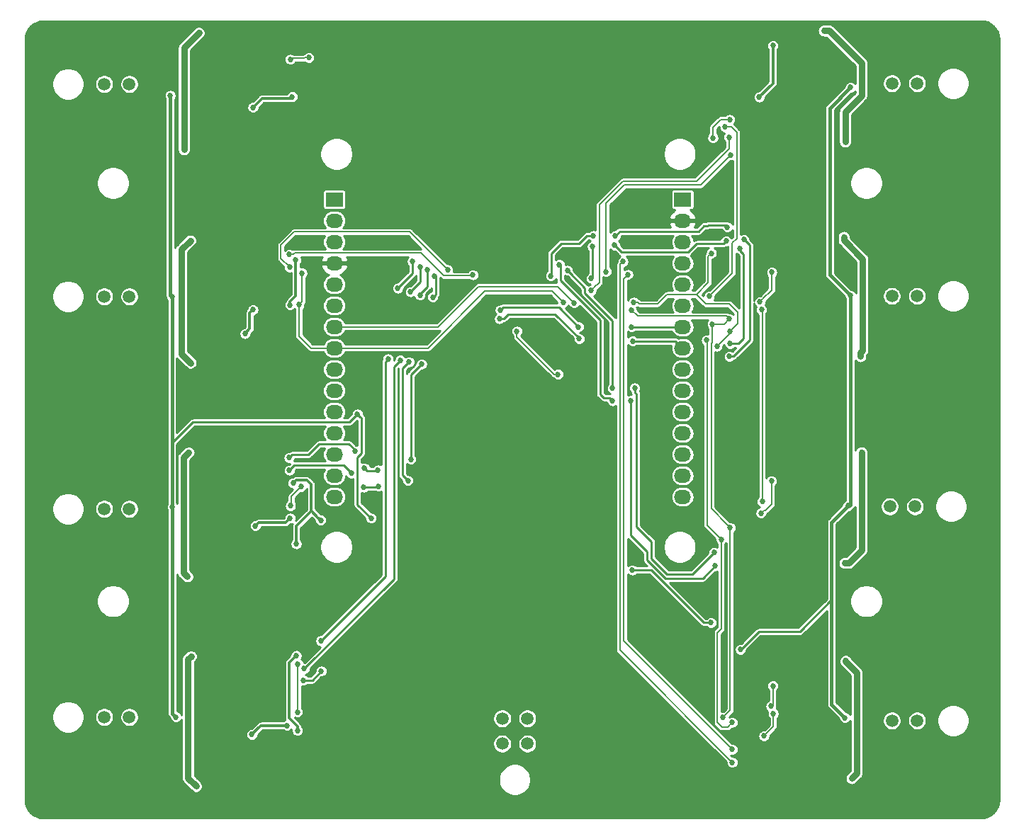
<source format=gbl>
%TF.GenerationSoftware,KiCad,Pcbnew,5.1.5+dfsg1-2build2*%
%TF.CreationDate,2021-01-24T18:09:44+01:00*%
%TF.ProjectId,PlacaDrivers,506c6163-6144-4726-9976-6572732e6b69,rev?*%
%TF.SameCoordinates,Original*%
%TF.FileFunction,Copper,L2,Bot*%
%TF.FilePolarity,Positive*%
%FSLAX46Y46*%
G04 Gerber Fmt 4.6, Leading zero omitted, Abs format (unit mm)*
G04 Created by KiCad (PCBNEW 5.1.5+dfsg1-2build2) date 2021-01-24 18:09:44*
%MOMM*%
%LPD*%
G04 APERTURE LIST*
%ADD10C,1.500000*%
%ADD11R,2.032000X1.727200*%
%ADD12O,2.032000X1.727200*%
%ADD13C,0.685800*%
%ADD14C,0.800000*%
%ADD15C,0.300000*%
%ADD16C,0.200000*%
%ADD17C,0.250000*%
%ADD18C,0.400000*%
%ADD19C,0.254000*%
G04 APERTURE END LIST*
D10*
X106746300Y-126085600D03*
X103746300Y-126085600D03*
X197863200Y-50317400D03*
X200863200Y-50317400D03*
X200863200Y-75734333D03*
X197863200Y-75734333D03*
X106746300Y-101193600D03*
X103746300Y-101193600D03*
X103746300Y-75793600D03*
X106746300Y-75793600D03*
X197609200Y-100897266D03*
X200609200Y-100897266D03*
X106746300Y-50393600D03*
X103746300Y-50393600D03*
X200863200Y-126517400D03*
X197863200Y-126517400D03*
X154305000Y-126260600D03*
X154305000Y-129260600D03*
X151305000Y-126260600D03*
X151305000Y-129260600D03*
D11*
X131241800Y-64198500D03*
D12*
X131241800Y-66738500D03*
X131241800Y-69278500D03*
X131241800Y-71818500D03*
X131241800Y-74358500D03*
X131241800Y-76898500D03*
X131241800Y-79438500D03*
X131241800Y-81978500D03*
X131241800Y-84518500D03*
X131241800Y-87058500D03*
X131241800Y-89598500D03*
X131241800Y-92138500D03*
X131241800Y-94678500D03*
X131241800Y-97218500D03*
X131241800Y-99758500D03*
X172847000Y-99758500D03*
X172847000Y-97218500D03*
X172847000Y-94678500D03*
X172847000Y-92138500D03*
X172847000Y-89598500D03*
X172847000Y-87058500D03*
X172847000Y-84518500D03*
X172847000Y-81978500D03*
X172847000Y-79438500D03*
X172847000Y-76898500D03*
X172847000Y-74358500D03*
X172847000Y-71818500D03*
X172847000Y-69278500D03*
X172847000Y-66738500D03*
D11*
X172847000Y-64198500D03*
D13*
X186194700Y-124739400D03*
X187194700Y-124739400D03*
X188194700Y-124739400D03*
X189194700Y-124739400D03*
X186194700Y-125739400D03*
X187194700Y-125739400D03*
X188194700Y-125739400D03*
X189194700Y-125739400D03*
X186194700Y-126739400D03*
X187194700Y-126739400D03*
X188194700Y-126739400D03*
X189194700Y-126739400D03*
X186194700Y-127739400D03*
X187194700Y-127739400D03*
X188194700Y-127739400D03*
X189194700Y-127739400D03*
X189258200Y-100339400D03*
X186258200Y-101339400D03*
X187258200Y-101339400D03*
X189258200Y-101339400D03*
X186258200Y-102339400D03*
X186258200Y-99339400D03*
X188258200Y-101339400D03*
X188258200Y-99339400D03*
X188258200Y-100339400D03*
X186258200Y-100339400D03*
X187258200Y-100339400D03*
X189258200Y-99339400D03*
X187258200Y-99339400D03*
X187258200Y-102339400D03*
X188258200Y-102339400D03*
X189258200Y-102339400D03*
X118239800Y-125561600D03*
X115239800Y-126561600D03*
X116239800Y-126561600D03*
X118239800Y-126561600D03*
X115239800Y-127561600D03*
X115239800Y-124561600D03*
X117239800Y-126561600D03*
X117239800Y-124561600D03*
X117239800Y-125561600D03*
X115239800Y-125561600D03*
X116239800Y-125561600D03*
X118239800Y-124561600D03*
X116239800Y-124561600D03*
X116239800Y-127561600D03*
X117239800Y-127561600D03*
X118239800Y-127561600D03*
X189067700Y-75193400D03*
X186067700Y-76193400D03*
X187067700Y-76193400D03*
X189067700Y-76193400D03*
X186067700Y-77193400D03*
X186067700Y-74193400D03*
X188067700Y-76193400D03*
X188067700Y-74193400D03*
X188067700Y-75193400D03*
X186067700Y-75193400D03*
X187067700Y-75193400D03*
X189067700Y-74193400D03*
X187067700Y-74193400D03*
X187067700Y-77193400D03*
X188067700Y-77193400D03*
X189067700Y-77193400D03*
X189194700Y-49602900D03*
X186194700Y-50602900D03*
X187194700Y-50602900D03*
X189194700Y-50602900D03*
X186194700Y-51602900D03*
X186194700Y-48602900D03*
X188194700Y-50602900D03*
X188194700Y-48602900D03*
X188194700Y-49602900D03*
X186194700Y-49602900D03*
X187194700Y-49602900D03*
X189194700Y-48602900D03*
X187194700Y-48602900D03*
X187194700Y-51602900D03*
X188194700Y-51602900D03*
X189194700Y-51602900D03*
X118112800Y-100479100D03*
X115112800Y-101479100D03*
X116112800Y-101479100D03*
X118112800Y-101479100D03*
X115112800Y-102479100D03*
X115112800Y-99479100D03*
X117112800Y-101479100D03*
X117112800Y-99479100D03*
X117112800Y-100479100D03*
X115112800Y-100479100D03*
X116112800Y-100479100D03*
X118112800Y-99479100D03*
X116112800Y-99479100D03*
X116112800Y-102479100D03*
X117112800Y-102479100D03*
X118112800Y-102479100D03*
X118176300Y-75269600D03*
X115176300Y-76269600D03*
X116176300Y-76269600D03*
X118176300Y-76269600D03*
X115176300Y-77269600D03*
X115176300Y-74269600D03*
X117176300Y-76269600D03*
X117176300Y-74269600D03*
X117176300Y-75269600D03*
X115176300Y-75269600D03*
X116176300Y-75269600D03*
X118176300Y-74269600D03*
X116176300Y-74269600D03*
X116176300Y-77269600D03*
X117176300Y-77269600D03*
X118176300Y-77269600D03*
X120926800Y-47627600D03*
X118294050Y-49053850D03*
X118294050Y-50116350D03*
X118294050Y-51178850D03*
X118294050Y-52241350D03*
X117202050Y-52241350D03*
X117231550Y-51178850D03*
X117231550Y-50116350D03*
X117214550Y-49053850D03*
X116169050Y-49053850D03*
X116169050Y-50116350D03*
X116169050Y-51178850D03*
X116169050Y-52241350D03*
X115106550Y-52241350D03*
X115106550Y-51161850D03*
X115106550Y-50116350D03*
X115106550Y-49053850D03*
X120792300Y-72773600D03*
X121109800Y-123065600D03*
X120954800Y-97955100D03*
X120977117Y-50550690D03*
X191922400Y-97713800D03*
X183972200Y-54381400D03*
X183489600Y-104495600D03*
X183438184Y-78859678D03*
X183413400Y-129946400D03*
X119481600Y-130556000D03*
X120243600Y-82245200D03*
X120065800Y-84124800D03*
X122402600Y-83337400D03*
X124383800Y-83362800D03*
X120065800Y-56489600D03*
X120065800Y-58521600D03*
X122542300Y-58508900D03*
X124587000Y-58496200D03*
X118643400Y-105435400D03*
X120142000Y-107264200D03*
X120015000Y-109321600D03*
X122301000Y-108915200D03*
X124358400Y-108889800D03*
X120793000Y-132419600D03*
X126441200Y-131597400D03*
X128447800Y-131597400D03*
X184073800Y-96596200D03*
X184607200Y-95275400D03*
X184581800Y-93218000D03*
X180009800Y-95351600D03*
X184454800Y-70383400D03*
X184480200Y-68554600D03*
X147370800Y-82499200D03*
X149758400Y-82499200D03*
X151358600Y-82677000D03*
X156210000Y-82372200D03*
X157353000Y-81610200D03*
X184353200Y-119811800D03*
X184353200Y-117754400D03*
X144145000Y-77292200D03*
X153311047Y-82866645D03*
X153713510Y-79043548D03*
X159867600Y-83718400D03*
X161620200Y-85115400D03*
X158953200Y-87299800D03*
X160375600Y-86309200D03*
X161848800Y-82499200D03*
X160147000Y-82321400D03*
X161848800Y-83667600D03*
X151409400Y-71297800D03*
X153187400Y-71120000D03*
X152323800Y-73152000D03*
X153771600Y-73126600D03*
X153365200Y-76123800D03*
X145034000Y-75895200D03*
X135813800Y-63068200D03*
X131368800Y-55016400D03*
X129667000Y-52552600D03*
X129946400Y-56235600D03*
X109118400Y-48590200D03*
X111226600Y-48539400D03*
X109042200Y-52019200D03*
X110007400Y-53340000D03*
X108127800Y-73380600D03*
X110083600Y-73533000D03*
X109016800Y-77952600D03*
X110134400Y-76098400D03*
X108407200Y-99085400D03*
X110286800Y-98755200D03*
X109651800Y-102920800D03*
X109829600Y-101041200D03*
X108331000Y-124688600D03*
X109956600Y-124180600D03*
X109931200Y-127101600D03*
X109042200Y-128828800D03*
X195453000Y-123621800D03*
X195681600Y-125679200D03*
X195834000Y-128422400D03*
X198145400Y-128498600D03*
X195732400Y-98044000D03*
X195732400Y-100126800D03*
X196265800Y-102870000D03*
X198272400Y-103149400D03*
X195986400Y-73177400D03*
X195884800Y-75158600D03*
X196113400Y-77419200D03*
X197866000Y-78155800D03*
X195757800Y-47472600D03*
X196011800Y-50317400D03*
X195783200Y-52476400D03*
X197840600Y-52374800D03*
X148945600Y-129336800D03*
X148818600Y-126695200D03*
X148767800Y-124968000D03*
X146507200Y-124917200D03*
X145313400Y-124790200D03*
X145313400Y-123342400D03*
X145186400Y-120192800D03*
X145186400Y-117525800D03*
X145542000Y-115925600D03*
X147802600Y-115697000D03*
X150215600Y-115697000D03*
X151612600Y-115773200D03*
X153974800Y-116001800D03*
X156667200Y-116001800D03*
X158648400Y-115747800D03*
X161391600Y-115443000D03*
X163017200Y-116128800D03*
X162661600Y-117881400D03*
X162966400Y-119811800D03*
X162915600Y-122326400D03*
X162356800Y-124028200D03*
X162001200Y-125907800D03*
X160553400Y-127660400D03*
X158902400Y-127787400D03*
X157505400Y-128397000D03*
X159258000Y-129590800D03*
X159943800Y-131546600D03*
X149072600Y-131495800D03*
X148615400Y-94589600D03*
X154762200Y-93853000D03*
X151104600Y-92125800D03*
X146405600Y-91795600D03*
X145999200Y-98933000D03*
X152171400Y-98348800D03*
X151993600Y-96342200D03*
X148488400Y-103530400D03*
X160655000Y-102793800D03*
X162585400Y-94869000D03*
X158724600Y-92303600D03*
X158089600Y-99263200D03*
X155625800Y-102311200D03*
X162661600Y-99441000D03*
X163118800Y-105410000D03*
X157353000Y-105359200D03*
X170154600Y-74218800D03*
X174853600Y-73380600D03*
X167716200Y-71551800D03*
X167335200Y-69265800D03*
X170103800Y-69291200D03*
X164338000Y-74853800D03*
X170713400Y-77139800D03*
X167995600Y-84861400D03*
X170332400Y-84505800D03*
X169595800Y-87655400D03*
X169595800Y-90474800D03*
X169646600Y-93294200D03*
X169875200Y-96037400D03*
X168554400Y-101117400D03*
X170383200Y-102666800D03*
X167750000Y-106500000D03*
X174548800Y-110667800D03*
X133527800Y-69265800D03*
X139496800Y-69164200D03*
X138506200Y-69088000D03*
X134543800Y-69875400D03*
X129082800Y-69773800D03*
X160604200Y-72440800D03*
X178079400Y-71805800D03*
X178384200Y-74752200D03*
X174802800Y-77292200D03*
X133451600Y-92125800D03*
X129184400Y-94869000D03*
X177774600Y-120370600D03*
X122707400Y-92684600D03*
X124688600Y-92456000D03*
X122275600Y-86868000D03*
X124942600Y-86842600D03*
X121716800Y-112039400D03*
X124333000Y-112064800D03*
X121742200Y-116535200D03*
X124206000Y-116611400D03*
X130962400Y-129946400D03*
X130937000Y-127609600D03*
X131572000Y-126009400D03*
X133756400Y-126009400D03*
X135509000Y-126161800D03*
X135661400Y-127838200D03*
X135712200Y-129946400D03*
X179882800Y-115112800D03*
X181737000Y-115138200D03*
X180213000Y-110617000D03*
X181838600Y-110617000D03*
X182092600Y-118414800D03*
X140106400Y-65024000D03*
X144576800Y-66802000D03*
X149504400Y-66903600D03*
X154152600Y-66802000D03*
X158826200Y-66421000D03*
X161264600Y-63500000D03*
X164363400Y-60604400D03*
X167894000Y-57734200D03*
X185115200Y-45694600D03*
X194945000Y-43815000D03*
X183159400Y-59969400D03*
X180644800Y-60325000D03*
X181991000Y-60985400D03*
X172262800Y-50190400D03*
X172059600Y-53416200D03*
X169316400Y-54610000D03*
X166497000Y-53187600D03*
X166827200Y-50977800D03*
X180721000Y-85572600D03*
X179527200Y-85521800D03*
X179451000Y-90627200D03*
X180517800Y-90576400D03*
X180568600Y-66268600D03*
X182016400Y-66090800D03*
X121945400Y-65405000D03*
X124383800Y-65506600D03*
X122250200Y-60833000D03*
X124002800Y-60756800D03*
X170332400Y-66421000D03*
X175750000Y-66000000D03*
X168503600Y-66497200D03*
X165506400Y-66497200D03*
X163753800Y-82524600D03*
X169316400Y-117195600D03*
X173024800Y-120573800D03*
X173126400Y-114782600D03*
X169240200Y-110413800D03*
X167005000Y-111683800D03*
X167563800Y-115112800D03*
X175750000Y-68250000D03*
X114122200Y-118846600D03*
X114731800Y-134366000D03*
X113690400Y-109296200D03*
X113842800Y-94462600D03*
X114071400Y-83743800D03*
X114046000Y-69113400D03*
X113284000Y-58216800D03*
X115062000Y-44272200D03*
X193065400Y-133426200D03*
X192328800Y-119380000D03*
X192227200Y-107670600D03*
X194233800Y-94437200D03*
X194106800Y-82956400D03*
X192125600Y-68681600D03*
X192278000Y-57302400D03*
X189738000Y-44018200D03*
X120573800Y-80238600D03*
X121526300Y-77381100D03*
X182372000Y-100330000D03*
X182276498Y-77375644D03*
X183642000Y-122351800D03*
X183412670Y-124796890D03*
X126847600Y-127711200D03*
X126314200Y-98094800D03*
X126695200Y-105384600D03*
X129616200Y-102539800D03*
X126644400Y-71424800D03*
X125958600Y-76809600D03*
X126695200Y-118745000D03*
X157974600Y-85103400D03*
X153060400Y-79959200D03*
X166776400Y-79425800D03*
X160426400Y-79425800D03*
X151079200Y-77419200D03*
X150977600Y-78460600D03*
X160502600Y-80848200D03*
X166878000Y-81127600D03*
X183642000Y-45796200D03*
X182016400Y-51943000D03*
X127254000Y-98552000D03*
X126009400Y-100838000D03*
X126847600Y-125501400D03*
X127025400Y-76758800D03*
X178460400Y-78486000D03*
X166700200Y-77393800D03*
X158572200Y-76504800D03*
X177927000Y-55524400D03*
X176047400Y-75768200D03*
X176403000Y-79095600D03*
X178536600Y-103428800D03*
X177698400Y-126136400D03*
X127391310Y-72999600D03*
X126890476Y-119755453D03*
X140563600Y-71602600D03*
X138811000Y-74803000D03*
X137668000Y-83261200D03*
X129641600Y-116967000D03*
X127558800Y-121691400D03*
X129692400Y-120599200D03*
X178384200Y-56743600D03*
X161917386Y-75068272D03*
X125590300Y-127101600D03*
X121399300Y-128181100D03*
X178511200Y-79984600D03*
X167005000Y-76479400D03*
X177469800Y-104851200D03*
X178790600Y-126720600D03*
X175691800Y-81026000D03*
X176961800Y-81762600D03*
X178489760Y-54635400D03*
X176479200Y-56845200D03*
X176301400Y-70637400D03*
X159885510Y-76553045D03*
X127660400Y-120294400D03*
X139115800Y-83413600D03*
X140335000Y-75234800D03*
X141503400Y-72263000D03*
X163728400Y-72821800D03*
X178615371Y-58870209D03*
X178536600Y-81432400D03*
X161950400Y-73634600D03*
X179679600Y-70078600D03*
X178054000Y-69164200D03*
X164744400Y-69672200D03*
X162077400Y-69824600D03*
X142392400Y-72618600D03*
X141478000Y-75641200D03*
X140182600Y-83616800D03*
X140030200Y-97815400D03*
X136499600Y-98475800D03*
X125882400Y-96570800D03*
X133273800Y-96926400D03*
X134747000Y-98602800D03*
X183515000Y-72898000D03*
X182092600Y-76454000D03*
X121818400Y-103225600D03*
X125958600Y-102311200D03*
X178435000Y-82956400D03*
X180187600Y-68986400D03*
X164820600Y-68529200D03*
X162179000Y-68529200D03*
X157099000Y-73329800D03*
X178181016Y-67500000D03*
X125831600Y-95072200D03*
X133680200Y-94284800D03*
X134848600Y-96316800D03*
X136448800Y-96545400D03*
X140385800Y-95275400D03*
X141681200Y-83870800D03*
X143002000Y-75869800D03*
X143230600Y-73329800D03*
X176606200Y-106426000D03*
X167132000Y-86741000D03*
X164490400Y-86766400D03*
X159080200Y-72669400D03*
X176758600Y-108000800D03*
X166649400Y-88265000D03*
X164490400Y-88265000D03*
X158140400Y-71983600D03*
X178790600Y-129946400D03*
X166319200Y-73177400D03*
X178790600Y-131521200D03*
X165743758Y-71616377D03*
X125897490Y-72286967D03*
X144786391Y-72603910D03*
X125869700Y-70777100D03*
X147802600Y-73202800D03*
X128193800Y-47244000D03*
X125984000Y-47447200D03*
X182219600Y-101701600D03*
X183464200Y-97840800D03*
X182575200Y-128346200D03*
X183690375Y-125694735D03*
X121526300Y-53187600D03*
X126225300Y-51917600D03*
X111633000Y-51765200D03*
X111836200Y-75819000D03*
X111887000Y-100965000D03*
X112318800Y-126085600D03*
X192913000Y-50800000D03*
X192913000Y-75692000D03*
X192608200Y-100838000D03*
X192252600Y-126161800D03*
X134010400Y-89865200D03*
X179755800Y-118008400D03*
X176250600Y-114808000D03*
X166852600Y-108508800D03*
X135636000Y-102311200D03*
D14*
X113779301Y-119189499D02*
X113779301Y-133413501D01*
X114122200Y-118846600D02*
X113779301Y-119189499D01*
X113779301Y-133413501D02*
X114731800Y-134366000D01*
X113690400Y-109296200D02*
X113233200Y-108839000D01*
X113233200Y-108839000D02*
X113233200Y-95072200D01*
X113233200Y-95072200D02*
X113842800Y-94462600D01*
X114071400Y-83743800D02*
X112979200Y-82651600D01*
X112979200Y-82651600D02*
X112979200Y-70180200D01*
X112979200Y-70180200D02*
X114046000Y-69113400D01*
X113284000Y-58216800D02*
X113284000Y-46050200D01*
X113284000Y-46050200D02*
X115062000Y-44272200D01*
X193065400Y-133426200D02*
X193649600Y-132842000D01*
X193649600Y-132842000D02*
X193649600Y-120751600D01*
X192328800Y-119430800D02*
X192328800Y-119380000D01*
X193649600Y-120751600D02*
X192328800Y-119430800D01*
X192712133Y-107670600D02*
X194233800Y-106148933D01*
X192227200Y-107670600D02*
X192712133Y-107670600D01*
X194233800Y-106148933D02*
X194233800Y-94437200D01*
X194106800Y-82471467D02*
X194360800Y-82217467D01*
X194106800Y-82956400D02*
X194106800Y-82471467D01*
X194360800Y-82217467D02*
X194360800Y-71323200D01*
X192125600Y-69088000D02*
X192125600Y-68681600D01*
X194360800Y-71323200D02*
X192125600Y-69088000D01*
X192278000Y-57302400D02*
X192278000Y-53695600D01*
X192278000Y-53695600D02*
X194233800Y-51739800D01*
X194233800Y-51739800D02*
X194233800Y-47879000D01*
X194233800Y-47879000D02*
X190373000Y-44018200D01*
X190373000Y-44018200D02*
X189738000Y-44018200D01*
D15*
X121526300Y-77381100D02*
X121145300Y-77762100D01*
X121145300Y-79667100D02*
X120573800Y-80238600D01*
X121145300Y-77762100D02*
X121145300Y-79667100D01*
D16*
X182372000Y-100330000D02*
X182372000Y-77471146D01*
X182372000Y-77471146D02*
X182276498Y-77375644D01*
X183642000Y-124567560D02*
X183412670Y-124796890D01*
X183642000Y-122351800D02*
X183642000Y-124567560D01*
D15*
X126657099Y-97751901D02*
X127952501Y-97751901D01*
X126314200Y-98094800D02*
X126657099Y-97751901D01*
X127952501Y-97751901D02*
X128473200Y-98272600D01*
X128473200Y-98272600D02*
X128473200Y-101498400D01*
X126695200Y-103276400D02*
X126695200Y-105384600D01*
X128473200Y-101498400D02*
X126695200Y-103276400D01*
X128473200Y-101498400D02*
X128574800Y-101498400D01*
X128574800Y-101498400D02*
X129273301Y-102196901D01*
X129273301Y-102196901D02*
X129616200Y-102539800D01*
X126644400Y-71424800D02*
X126644400Y-75742800D01*
X125958600Y-76428600D02*
X125958600Y-76809600D01*
X126644400Y-75742800D02*
X125958600Y-76428600D01*
X126847600Y-127711200D02*
X126847600Y-127226267D01*
X126847600Y-127226267D02*
X125857000Y-126235667D01*
X125857000Y-126235667D02*
X125857000Y-119583200D01*
X125857000Y-119583200D02*
X126352301Y-119087899D01*
X126352301Y-119087899D02*
X126695200Y-118745000D01*
D16*
X157489667Y-85103400D02*
X153060400Y-80674133D01*
X153060400Y-80674133D02*
X153060400Y-79959200D01*
X157974600Y-85103400D02*
X157489667Y-85103400D01*
D17*
X171581000Y-79438500D02*
X171568300Y-79425800D01*
X172847000Y-79438500D02*
X171581000Y-79438500D01*
X171568300Y-79425800D02*
X166776400Y-79425800D01*
X158076901Y-77076301D02*
X151422099Y-77076301D01*
X160426400Y-79425800D02*
X158076901Y-77076301D01*
X151422099Y-77076301D02*
X151079200Y-77419200D01*
X150977600Y-78460600D02*
X151462533Y-78460600D01*
X151462533Y-78460600D02*
X152021333Y-77901800D01*
X152021333Y-77901800D02*
X157632400Y-77901800D01*
X160502600Y-80772000D02*
X160502600Y-80848200D01*
X157632400Y-77901800D02*
X160502600Y-80772000D01*
X171996100Y-81127600D02*
X172847000Y-81978500D01*
X166878000Y-81127600D02*
X171996100Y-81127600D01*
D15*
X183642000Y-45796200D02*
X183642000Y-50317400D01*
X183642000Y-50317400D02*
X182016400Y-51943000D01*
D16*
X127254000Y-98552000D02*
X126111000Y-99695000D01*
X126111000Y-100736400D02*
X126009400Y-100838000D01*
X126111000Y-99695000D02*
X126111000Y-100736400D01*
X127025400Y-76758800D02*
X127025400Y-80543400D01*
X128460500Y-81978500D02*
X131241800Y-81978500D01*
X127025400Y-80543400D02*
X128460500Y-81978500D01*
X178117501Y-78143101D02*
X167525699Y-78143101D01*
X178460400Y-78486000D02*
X178117501Y-78143101D01*
X166776398Y-77393800D02*
X166700200Y-77393800D01*
X167525699Y-78143101D02*
X166776398Y-77393800D01*
X158572200Y-76504800D02*
X157251400Y-75184000D01*
X157251400Y-75184000D02*
X149225000Y-75184000D01*
X142430500Y-81978500D02*
X131241800Y-81978500D01*
X149225000Y-75184000D02*
X142430500Y-81978500D01*
X177850800Y-79095600D02*
X178460400Y-78486000D01*
X176403000Y-79095600D02*
X177850800Y-79095600D01*
X178536600Y-125298200D02*
X177698400Y-126136400D01*
X178536600Y-103428800D02*
X178536600Y-125298200D01*
X176403000Y-81289986D02*
X176264899Y-81428087D01*
X176264899Y-101157099D02*
X178193701Y-103085901D01*
X176264899Y-81428087D02*
X176264899Y-101157099D01*
X178193701Y-103085901D02*
X178536600Y-103428800D01*
X176403000Y-79095600D02*
X176403000Y-81289986D01*
X127391310Y-73484533D02*
X127391310Y-72999600D01*
X127025400Y-76758800D02*
X127391310Y-76392890D01*
X127391310Y-76392890D02*
X127391310Y-73484533D01*
X126847600Y-125501400D02*
X126847600Y-119798329D01*
X126847600Y-119798329D02*
X126890476Y-119755453D01*
X179312272Y-56173072D02*
X179312272Y-68886542D01*
X178776301Y-73039299D02*
X176390299Y-75425301D01*
X178776301Y-69422513D02*
X178776301Y-73039299D01*
X177927000Y-55524400D02*
X178663600Y-55524400D01*
X176390299Y-75425301D02*
X176047400Y-75768200D01*
X179312272Y-68886542D02*
X178776301Y-69422513D01*
X178663600Y-55524400D02*
X179312272Y-56173072D01*
D17*
X140563600Y-71602600D02*
X140563600Y-73050400D01*
X140563600Y-73050400D02*
X138811000Y-74803000D01*
X137325101Y-83604099D02*
X137325101Y-109283499D01*
X137668000Y-83261200D02*
X137325101Y-83604099D01*
X137325101Y-109283499D02*
X129641600Y-116967000D01*
X128600200Y-121691400D02*
X129692400Y-120599200D01*
X127558800Y-121691400D02*
X128600200Y-121691400D01*
D16*
X162260285Y-74725373D02*
X161917386Y-75068272D01*
X165736400Y-62000000D02*
X162890200Y-64846200D01*
X174500000Y-62000000D02*
X165736400Y-62000000D01*
X178384200Y-58115800D02*
X174500000Y-62000000D01*
X162890200Y-64846200D02*
X162890200Y-74095458D01*
X178384200Y-56743600D02*
X178384200Y-58115800D01*
X162890200Y-74095458D02*
X162260285Y-74725373D01*
D15*
X125590300Y-127101600D02*
X122478800Y-127101600D01*
X122478800Y-127101600D02*
X121399300Y-128181100D01*
D16*
X167489933Y-76479400D02*
X167693133Y-76682600D01*
X167005000Y-76479400D02*
X167489933Y-76479400D01*
X167693133Y-76682600D02*
X169875200Y-76682600D01*
X170981690Y-75576110D02*
X174512290Y-75576110D01*
X169875200Y-76682600D02*
X170981690Y-75576110D01*
X174512290Y-75576110D02*
X175618780Y-76682600D01*
X175618780Y-76682600D02*
X178409600Y-76682600D01*
X178409600Y-76682600D02*
X179451000Y-77724000D01*
X179451000Y-79044800D02*
X178511200Y-79984600D01*
X179451000Y-77724000D02*
X179451000Y-79044800D01*
X177469800Y-104851200D02*
X175793400Y-103174800D01*
X175793400Y-103174800D02*
X175793400Y-81127600D01*
X175793400Y-81127600D02*
X175691800Y-81026000D01*
X178511200Y-80213200D02*
X178511200Y-79984600D01*
X176961800Y-81762600D02*
X178511200Y-80213200D01*
X178489760Y-54635400D02*
X177393600Y-54635400D01*
X177393600Y-54635400D02*
X176479200Y-55549800D01*
X176479200Y-55549800D02*
X176479200Y-56845200D01*
X175920400Y-74168000D02*
X174512290Y-75576110D01*
X175920400Y-71018400D02*
X175920400Y-74168000D01*
X176301400Y-70637400D02*
X175920400Y-71018400D01*
X177546000Y-127279400D02*
X177001499Y-126734899D01*
X177469800Y-115534614D02*
X177469800Y-105336133D01*
X177469800Y-105336133D02*
X177469800Y-104851200D01*
X177001499Y-116002915D02*
X177469800Y-115534614D01*
X177001499Y-126734899D02*
X177001499Y-116002915D01*
X178790600Y-126720600D02*
X178231800Y-127279400D01*
X178231800Y-127279400D02*
X177546000Y-127279400D01*
X143624300Y-79438500D02*
X148463000Y-74599800D01*
X157932265Y-74599800D02*
X159542611Y-76210146D01*
X159542611Y-76210146D02*
X159885510Y-76553045D01*
X131241800Y-79438500D02*
X143624300Y-79438500D01*
X148463000Y-74599800D02*
X157932265Y-74599800D01*
D17*
X127660400Y-120294400D02*
X138353800Y-109601000D01*
X138353800Y-109601000D02*
X138353800Y-84175600D01*
X138353800Y-84175600D02*
X139115800Y-83413600D01*
X140335000Y-75234800D02*
X141503400Y-74066400D01*
X141503400Y-74066400D02*
X141503400Y-72263000D01*
D16*
X178272472Y-59213108D02*
X178615371Y-58870209D01*
X165924457Y-62454011D02*
X175031569Y-62454011D01*
X175031569Y-62454011D02*
X178272472Y-59213108D01*
X163728400Y-72821800D02*
X163728400Y-64650068D01*
X163728400Y-64650068D02*
X165924457Y-62454011D01*
D17*
X178536600Y-81432400D02*
X179527200Y-81432400D01*
X179527200Y-81432400D02*
X180111400Y-80848200D01*
X180111400Y-80848200D02*
X180111400Y-70713600D01*
X179679600Y-70281800D02*
X179679600Y-70078600D01*
X180111400Y-70713600D02*
X179679600Y-70281800D01*
X173514105Y-70521110D02*
X165593310Y-70521110D01*
X174528116Y-69507099D02*
X173514105Y-70521110D01*
X177711101Y-69507099D02*
X174528116Y-69507099D01*
X178054000Y-69164200D02*
X177711101Y-69507099D01*
X165593310Y-70521110D02*
X164744400Y-69672200D01*
X162077400Y-73507600D02*
X161950400Y-73634600D01*
X162077400Y-69824600D02*
X162077400Y-73507600D01*
X142392400Y-72618600D02*
X142392400Y-74599800D01*
X141478000Y-75514200D02*
X141478000Y-75641200D01*
X142392400Y-74599800D02*
X141478000Y-75514200D01*
X140182600Y-83616800D02*
X139395200Y-84404200D01*
X139395200Y-84404200D02*
X139395200Y-97180400D01*
X139395200Y-97180400D02*
X140030200Y-97815400D01*
X126477310Y-95975890D02*
X132323290Y-95975890D01*
X125882400Y-96570800D02*
X126477310Y-95975890D01*
X132323290Y-95975890D02*
X133273800Y-96926400D01*
X136372600Y-98602800D02*
X136499600Y-98475800D01*
X134747000Y-98602800D02*
X136372600Y-98602800D01*
D16*
X183515000Y-75031600D02*
X182435499Y-76111101D01*
X182435499Y-76111101D02*
X182092600Y-76454000D01*
X183515000Y-72898000D02*
X183515000Y-75031600D01*
D15*
X121818400Y-103225600D02*
X122199400Y-102844600D01*
X122199400Y-102844600D02*
X125425200Y-102844600D01*
X125425200Y-102844600D02*
X125958600Y-102311200D01*
D17*
X178919933Y-82956400D02*
X180873400Y-81002933D01*
X178435000Y-82956400D02*
X178919933Y-82956400D01*
X180873400Y-81002933D02*
X180873400Y-69672200D01*
X180873400Y-69672200D02*
X180187600Y-68986400D01*
X162179000Y-68529200D02*
X161442400Y-68529200D01*
X161442400Y-68529200D02*
X160502600Y-69469000D01*
X160502600Y-69469000D02*
X158318200Y-69469000D01*
X158318200Y-69469000D02*
X157149800Y-70637400D01*
X157149800Y-70637400D02*
X157149800Y-73279000D01*
X157149800Y-73279000D02*
X157099000Y-73329800D01*
X175931214Y-67250000D02*
X177931016Y-67250000D01*
X175835113Y-67346101D02*
X175931214Y-67250000D01*
X175403899Y-67346101D02*
X175835113Y-67346101D01*
X174750000Y-68000000D02*
X175403899Y-67346101D01*
X165349800Y-68000000D02*
X174750000Y-68000000D01*
X177931016Y-67250000D02*
X178181016Y-67500000D01*
X164820600Y-68529200D02*
X165349800Y-68000000D01*
X126174499Y-94729301D02*
X128130299Y-94729301D01*
X125831600Y-95072200D02*
X126174499Y-94729301D01*
X129423710Y-93435890D02*
X132983690Y-93435890D01*
X128130299Y-94729301D02*
X129423710Y-93435890D01*
X133680200Y-94132400D02*
X133680200Y-94284800D01*
X132983690Y-93435890D02*
X133680200Y-94132400D01*
X135191499Y-96659699D02*
X136334501Y-96659699D01*
X134848600Y-96316800D02*
X135191499Y-96659699D01*
X136334501Y-96659699D02*
X136448800Y-96545400D01*
X140385800Y-95275400D02*
X140385800Y-85166200D01*
X140385800Y-85166200D02*
X141681200Y-83870800D01*
X143344899Y-75526901D02*
X143344899Y-73444099D01*
X143002000Y-75869800D02*
X143344899Y-75526901D01*
X143344899Y-73444099D02*
X143230600Y-73329800D01*
X159423099Y-73012299D02*
X159080200Y-72669400D01*
X161184411Y-74773611D02*
X159423099Y-73012299D01*
X164490400Y-86766400D02*
X164490400Y-78662221D01*
X161184411Y-75356232D02*
X161184411Y-74773611D01*
X164490400Y-78662221D02*
X161184411Y-75356232D01*
X167371302Y-103371302D02*
X167371302Y-87465235D01*
X168500000Y-104500000D02*
X167371302Y-103371302D01*
X167371302Y-87465235D02*
X167132000Y-87225933D01*
X167132000Y-87225933D02*
X167132000Y-86741000D01*
X168520296Y-104500000D02*
X168500000Y-104500000D01*
X174032200Y-109000000D02*
X171000000Y-109000000D01*
X171000000Y-109000000D02*
X169119912Y-107119912D01*
X176606200Y-106426000D02*
X174032200Y-109000000D01*
X169119912Y-105099616D02*
X168520296Y-104500000D01*
X169119912Y-107119912D02*
X169119912Y-105099616D01*
X164147501Y-87922101D02*
X163436301Y-87922101D01*
X164490400Y-88265000D02*
X164147501Y-87922101D01*
X163436301Y-87922101D02*
X162991800Y-87477600D01*
X162991800Y-87477600D02*
X162991800Y-78638400D01*
X162991800Y-78638400D02*
X158242000Y-73888600D01*
X158242000Y-72085200D02*
X158140400Y-71983600D01*
X158242000Y-73888600D02*
X158242000Y-72085200D01*
X166649400Y-104362179D02*
X166649400Y-88749933D01*
X168615901Y-106328680D02*
X166649400Y-104362179D01*
X168615901Y-107328680D02*
X168615901Y-106328680D01*
X170791232Y-109504011D02*
X168615901Y-107328680D01*
X176758600Y-108000800D02*
X175255389Y-109504011D01*
X175255389Y-109504011D02*
X170791232Y-109504011D01*
X166649400Y-88749933D02*
X166649400Y-88265000D01*
D16*
X178790600Y-129946400D02*
X165825498Y-116981298D01*
X165976301Y-73520299D02*
X166319200Y-73177400D01*
X165825498Y-73671102D02*
X165976301Y-73520299D01*
X165825498Y-116981298D02*
X165825498Y-73671102D01*
X165371487Y-71988648D02*
X165400859Y-71959276D01*
X165371487Y-118102087D02*
X165371487Y-71988648D01*
X178790600Y-131521200D02*
X165371487Y-118102087D01*
X165400859Y-71959276D02*
X165743758Y-71616377D01*
X140243371Y-68060890D02*
X144443492Y-72261011D01*
X126426910Y-68060890D02*
X140243371Y-68060890D01*
X124866400Y-69621400D02*
X126426910Y-68060890D01*
X125897490Y-72286967D02*
X124866400Y-71255877D01*
X124866400Y-71255877D02*
X124866400Y-69621400D01*
X144443492Y-72261011D02*
X144786391Y-72603910D01*
X126530843Y-70600890D02*
X141619290Y-70600890D01*
X126354633Y-70777100D02*
X126530843Y-70600890D01*
X125869700Y-70777100D02*
X126354633Y-70777100D01*
X141619290Y-70600890D02*
X144322800Y-73304400D01*
X147701000Y-73304400D02*
X147802600Y-73202800D01*
X144322800Y-73304400D02*
X147701000Y-73304400D01*
X127708867Y-47244000D02*
X127632667Y-47320200D01*
X128193800Y-47244000D02*
X127708867Y-47244000D01*
X126111000Y-47320200D02*
X125984000Y-47447200D01*
X127632667Y-47320200D02*
X126111000Y-47320200D01*
X182562499Y-101358701D02*
X182765699Y-101358701D01*
X182219600Y-101701600D02*
X182562499Y-101358701D01*
X182765699Y-101358701D02*
X183464200Y-100660200D01*
X183464200Y-100660200D02*
X183464200Y-99060000D01*
X183464200Y-99060000D02*
X183464200Y-97840800D01*
X183690375Y-127231025D02*
X183690375Y-125694735D01*
X182575200Y-128346200D02*
X183690375Y-127231025D01*
D15*
X121526300Y-53187600D02*
X122605800Y-52108100D01*
X126034800Y-52108100D02*
X126225300Y-51917600D01*
X122605800Y-52108100D02*
X126034800Y-52108100D01*
D18*
X111633000Y-75615800D02*
X111836200Y-75819000D01*
X111633000Y-51765200D02*
X111633000Y-75615800D01*
X111836200Y-100914200D02*
X111887000Y-100965000D01*
X111836200Y-75819000D02*
X111836200Y-100914200D01*
X111887000Y-125653800D02*
X112318800Y-126085600D01*
X111887000Y-100965000D02*
X111887000Y-125653800D01*
X192913000Y-75692000D02*
X192913000Y-100711000D01*
X192786000Y-100838000D02*
X192608200Y-100838000D01*
X192913000Y-100711000D02*
X192786000Y-100838000D01*
X190449200Y-73228200D02*
X192913000Y-75692000D01*
X190449200Y-53263800D02*
X190449200Y-73228200D01*
X192913000Y-50800000D02*
X190449200Y-53263800D01*
X190652400Y-124561600D02*
X192252600Y-126161800D01*
X192608200Y-100838000D02*
X190652400Y-102793800D01*
D17*
X133034490Y-90841110D02*
X114340090Y-90841110D01*
X134010400Y-89865200D02*
X133034490Y-90841110D01*
X111887000Y-93294200D02*
X111887000Y-100965000D01*
X114340090Y-90841110D02*
X111887000Y-93294200D01*
D18*
X190652400Y-102793800D02*
X190652400Y-110464600D01*
D17*
X190652400Y-110464600D02*
X190652400Y-112090200D01*
D18*
X190652400Y-110464600D02*
X190652400Y-124561600D01*
D17*
X190652400Y-112090200D02*
X186867800Y-115874800D01*
X186867800Y-115874800D02*
X181965600Y-115874800D01*
X179832000Y-118008400D02*
X179755800Y-118008400D01*
X181965600Y-115874800D02*
X179832000Y-118008400D01*
X134353299Y-90208099D02*
X134010400Y-89865200D01*
X135636000Y-102311200D02*
X134010400Y-100685600D01*
X134010400Y-100685600D02*
X134010400Y-95006702D01*
X134010400Y-95006702D02*
X134452902Y-94564200D01*
X134452902Y-94564200D02*
X134452902Y-90307702D01*
X134452902Y-90307702D02*
X134353299Y-90208099D01*
X167337533Y-108508800D02*
X166852600Y-108508800D01*
X169083243Y-108508800D02*
X167337533Y-108508800D01*
X176250600Y-114808000D02*
X175382443Y-114808000D01*
X175382443Y-114808000D02*
X169083243Y-108508800D01*
D19*
G36*
X208918665Y-42885595D02*
G01*
X209321381Y-43007183D01*
X209692809Y-43204674D01*
X210018809Y-43470553D01*
X210286955Y-43794686D01*
X210487036Y-44164728D01*
X210611430Y-44566583D01*
X210657100Y-45001102D01*
X210657101Y-135983224D01*
X210614406Y-136418660D01*
X210492818Y-136821379D01*
X210295323Y-137192813D01*
X210029448Y-137518809D01*
X209705316Y-137786954D01*
X209335274Y-137987035D01*
X208933417Y-138111430D01*
X208498898Y-138157100D01*
X96516766Y-138157100D01*
X96081340Y-138114406D01*
X95678621Y-137992818D01*
X95307187Y-137795323D01*
X94981191Y-137529448D01*
X94713046Y-137205316D01*
X94512965Y-136835274D01*
X94388570Y-136433417D01*
X94342900Y-135998898D01*
X94342900Y-125895413D01*
X97495300Y-125895413D01*
X97495300Y-126275787D01*
X97569508Y-126648852D01*
X97715070Y-127000271D01*
X97926395Y-127316541D01*
X98195359Y-127585505D01*
X98511629Y-127796830D01*
X98863048Y-127942392D01*
X99236113Y-128016600D01*
X99616487Y-128016600D01*
X99989552Y-127942392D01*
X100340971Y-127796830D01*
X100657241Y-127585505D01*
X100926205Y-127316541D01*
X101137530Y-127000271D01*
X101283092Y-126648852D01*
X101357300Y-126275787D01*
X101357300Y-125974206D01*
X102615300Y-125974206D01*
X102615300Y-126196994D01*
X102658764Y-126415500D01*
X102744021Y-126621329D01*
X102867795Y-126806570D01*
X103025330Y-126964105D01*
X103210571Y-127087879D01*
X103416400Y-127173136D01*
X103634906Y-127216600D01*
X103857694Y-127216600D01*
X104076200Y-127173136D01*
X104282029Y-127087879D01*
X104467270Y-126964105D01*
X104624805Y-126806570D01*
X104748579Y-126621329D01*
X104833836Y-126415500D01*
X104877300Y-126196994D01*
X104877300Y-125974206D01*
X105615300Y-125974206D01*
X105615300Y-126196994D01*
X105658764Y-126415500D01*
X105744021Y-126621329D01*
X105867795Y-126806570D01*
X106025330Y-126964105D01*
X106210571Y-127087879D01*
X106416400Y-127173136D01*
X106634906Y-127216600D01*
X106857694Y-127216600D01*
X107076200Y-127173136D01*
X107282029Y-127087879D01*
X107467270Y-126964105D01*
X107624805Y-126806570D01*
X107748579Y-126621329D01*
X107833836Y-126415500D01*
X107877300Y-126196994D01*
X107877300Y-125974206D01*
X107833836Y-125755700D01*
X107748579Y-125549871D01*
X107624805Y-125364630D01*
X107467270Y-125207095D01*
X107282029Y-125083321D01*
X107076200Y-124998064D01*
X106857694Y-124954600D01*
X106634906Y-124954600D01*
X106416400Y-124998064D01*
X106210571Y-125083321D01*
X106025330Y-125207095D01*
X105867795Y-125364630D01*
X105744021Y-125549871D01*
X105658764Y-125755700D01*
X105615300Y-125974206D01*
X104877300Y-125974206D01*
X104833836Y-125755700D01*
X104748579Y-125549871D01*
X104624805Y-125364630D01*
X104467270Y-125207095D01*
X104282029Y-125083321D01*
X104076200Y-124998064D01*
X103857694Y-124954600D01*
X103634906Y-124954600D01*
X103416400Y-124998064D01*
X103210571Y-125083321D01*
X103025330Y-125207095D01*
X102867795Y-125364630D01*
X102744021Y-125549871D01*
X102658764Y-125755700D01*
X102615300Y-125974206D01*
X101357300Y-125974206D01*
X101357300Y-125895413D01*
X101283092Y-125522348D01*
X101137530Y-125170929D01*
X100926205Y-124854659D01*
X100657241Y-124585695D01*
X100340971Y-124374370D01*
X99989552Y-124228808D01*
X99616487Y-124154600D01*
X99236113Y-124154600D01*
X98863048Y-124228808D01*
X98511629Y-124374370D01*
X98195359Y-124585695D01*
X97926395Y-124854659D01*
X97715070Y-125170929D01*
X97569508Y-125522348D01*
X97495300Y-125895413D01*
X94342900Y-125895413D01*
X94342900Y-112034889D01*
X102819400Y-112034889D01*
X102819400Y-112425111D01*
X102895529Y-112807836D01*
X103044861Y-113168355D01*
X103261657Y-113492814D01*
X103537586Y-113768743D01*
X103862045Y-113985539D01*
X104222564Y-114134871D01*
X104605289Y-114211000D01*
X104995511Y-114211000D01*
X105378236Y-114134871D01*
X105738755Y-113985539D01*
X106063214Y-113768743D01*
X106339143Y-113492814D01*
X106555939Y-113168355D01*
X106705271Y-112807836D01*
X106781400Y-112425111D01*
X106781400Y-112034889D01*
X106705271Y-111652164D01*
X106555939Y-111291645D01*
X106339143Y-110967186D01*
X106063214Y-110691257D01*
X105738755Y-110474461D01*
X105378236Y-110325129D01*
X104995511Y-110249000D01*
X104605289Y-110249000D01*
X104222564Y-110325129D01*
X103862045Y-110474461D01*
X103537586Y-110691257D01*
X103261657Y-110967186D01*
X103044861Y-111291645D01*
X102895529Y-111652164D01*
X102819400Y-112034889D01*
X94342900Y-112034889D01*
X94342900Y-101003413D01*
X97495300Y-101003413D01*
X97495300Y-101383787D01*
X97569508Y-101756852D01*
X97715070Y-102108271D01*
X97926395Y-102424541D01*
X98195359Y-102693505D01*
X98511629Y-102904830D01*
X98863048Y-103050392D01*
X99236113Y-103124600D01*
X99616487Y-103124600D01*
X99989552Y-103050392D01*
X100340971Y-102904830D01*
X100657241Y-102693505D01*
X100926205Y-102424541D01*
X101137530Y-102108271D01*
X101283092Y-101756852D01*
X101357300Y-101383787D01*
X101357300Y-101082206D01*
X102615300Y-101082206D01*
X102615300Y-101304994D01*
X102658764Y-101523500D01*
X102744021Y-101729329D01*
X102867795Y-101914570D01*
X103025330Y-102072105D01*
X103210571Y-102195879D01*
X103416400Y-102281136D01*
X103634906Y-102324600D01*
X103857694Y-102324600D01*
X104076200Y-102281136D01*
X104282029Y-102195879D01*
X104467270Y-102072105D01*
X104624805Y-101914570D01*
X104748579Y-101729329D01*
X104833836Y-101523500D01*
X104877300Y-101304994D01*
X104877300Y-101082206D01*
X105615300Y-101082206D01*
X105615300Y-101304994D01*
X105658764Y-101523500D01*
X105744021Y-101729329D01*
X105867795Y-101914570D01*
X106025330Y-102072105D01*
X106210571Y-102195879D01*
X106416400Y-102281136D01*
X106634906Y-102324600D01*
X106857694Y-102324600D01*
X107076200Y-102281136D01*
X107282029Y-102195879D01*
X107467270Y-102072105D01*
X107624805Y-101914570D01*
X107748579Y-101729329D01*
X107833836Y-101523500D01*
X107877300Y-101304994D01*
X107877300Y-101082206D01*
X107833836Y-100863700D01*
X107748579Y-100657871D01*
X107624805Y-100472630D01*
X107467270Y-100315095D01*
X107282029Y-100191321D01*
X107076200Y-100106064D01*
X106857694Y-100062600D01*
X106634906Y-100062600D01*
X106416400Y-100106064D01*
X106210571Y-100191321D01*
X106025330Y-100315095D01*
X105867795Y-100472630D01*
X105744021Y-100657871D01*
X105658764Y-100863700D01*
X105615300Y-101082206D01*
X104877300Y-101082206D01*
X104833836Y-100863700D01*
X104748579Y-100657871D01*
X104624805Y-100472630D01*
X104467270Y-100315095D01*
X104282029Y-100191321D01*
X104076200Y-100106064D01*
X103857694Y-100062600D01*
X103634906Y-100062600D01*
X103416400Y-100106064D01*
X103210571Y-100191321D01*
X103025330Y-100315095D01*
X102867795Y-100472630D01*
X102744021Y-100657871D01*
X102658764Y-100863700D01*
X102615300Y-101082206D01*
X101357300Y-101082206D01*
X101357300Y-101003413D01*
X101283092Y-100630348D01*
X101137530Y-100278929D01*
X100926205Y-99962659D01*
X100657241Y-99693695D01*
X100340971Y-99482370D01*
X99989552Y-99336808D01*
X99616487Y-99262600D01*
X99236113Y-99262600D01*
X98863048Y-99336808D01*
X98511629Y-99482370D01*
X98195359Y-99693695D01*
X97926395Y-99962659D01*
X97715070Y-100278929D01*
X97569508Y-100630348D01*
X97495300Y-101003413D01*
X94342900Y-101003413D01*
X94342900Y-75603413D01*
X97495300Y-75603413D01*
X97495300Y-75983787D01*
X97569508Y-76356852D01*
X97715070Y-76708271D01*
X97926395Y-77024541D01*
X98195359Y-77293505D01*
X98511629Y-77504830D01*
X98863048Y-77650392D01*
X99236113Y-77724600D01*
X99616487Y-77724600D01*
X99989552Y-77650392D01*
X100340971Y-77504830D01*
X100657241Y-77293505D01*
X100926205Y-77024541D01*
X101137530Y-76708271D01*
X101283092Y-76356852D01*
X101357300Y-75983787D01*
X101357300Y-75682206D01*
X102615300Y-75682206D01*
X102615300Y-75904994D01*
X102658764Y-76123500D01*
X102744021Y-76329329D01*
X102867795Y-76514570D01*
X103025330Y-76672105D01*
X103210571Y-76795879D01*
X103416400Y-76881136D01*
X103634906Y-76924600D01*
X103857694Y-76924600D01*
X104076200Y-76881136D01*
X104282029Y-76795879D01*
X104467270Y-76672105D01*
X104624805Y-76514570D01*
X104748579Y-76329329D01*
X104833836Y-76123500D01*
X104877300Y-75904994D01*
X104877300Y-75682206D01*
X105615300Y-75682206D01*
X105615300Y-75904994D01*
X105658764Y-76123500D01*
X105744021Y-76329329D01*
X105867795Y-76514570D01*
X106025330Y-76672105D01*
X106210571Y-76795879D01*
X106416400Y-76881136D01*
X106634906Y-76924600D01*
X106857694Y-76924600D01*
X107076200Y-76881136D01*
X107282029Y-76795879D01*
X107467270Y-76672105D01*
X107624805Y-76514570D01*
X107748579Y-76329329D01*
X107833836Y-76123500D01*
X107877300Y-75904994D01*
X107877300Y-75682206D01*
X107833836Y-75463700D01*
X107748579Y-75257871D01*
X107624805Y-75072630D01*
X107467270Y-74915095D01*
X107282029Y-74791321D01*
X107076200Y-74706064D01*
X106857694Y-74662600D01*
X106634906Y-74662600D01*
X106416400Y-74706064D01*
X106210571Y-74791321D01*
X106025330Y-74915095D01*
X105867795Y-75072630D01*
X105744021Y-75257871D01*
X105658764Y-75463700D01*
X105615300Y-75682206D01*
X104877300Y-75682206D01*
X104833836Y-75463700D01*
X104748579Y-75257871D01*
X104624805Y-75072630D01*
X104467270Y-74915095D01*
X104282029Y-74791321D01*
X104076200Y-74706064D01*
X103857694Y-74662600D01*
X103634906Y-74662600D01*
X103416400Y-74706064D01*
X103210571Y-74791321D01*
X103025330Y-74915095D01*
X102867795Y-75072630D01*
X102744021Y-75257871D01*
X102658764Y-75463700D01*
X102615300Y-75682206D01*
X101357300Y-75682206D01*
X101357300Y-75603413D01*
X101283092Y-75230348D01*
X101137530Y-74878929D01*
X100926205Y-74562659D01*
X100657241Y-74293695D01*
X100340971Y-74082370D01*
X99989552Y-73936808D01*
X99616487Y-73862600D01*
X99236113Y-73862600D01*
X98863048Y-73936808D01*
X98511629Y-74082370D01*
X98195359Y-74293695D01*
X97926395Y-74562659D01*
X97715070Y-74878929D01*
X97569508Y-75230348D01*
X97495300Y-75603413D01*
X94342900Y-75603413D01*
X94342900Y-62034889D01*
X102819400Y-62034889D01*
X102819400Y-62425111D01*
X102895529Y-62807836D01*
X103044861Y-63168355D01*
X103261657Y-63492814D01*
X103537586Y-63768743D01*
X103862045Y-63985539D01*
X104222564Y-64134871D01*
X104605289Y-64211000D01*
X104995511Y-64211000D01*
X105378236Y-64134871D01*
X105738755Y-63985539D01*
X106063214Y-63768743D01*
X106339143Y-63492814D01*
X106555939Y-63168355D01*
X106705271Y-62807836D01*
X106781400Y-62425111D01*
X106781400Y-62034889D01*
X106705271Y-61652164D01*
X106555939Y-61291645D01*
X106339143Y-60967186D01*
X106063214Y-60691257D01*
X105738755Y-60474461D01*
X105378236Y-60325129D01*
X104995511Y-60249000D01*
X104605289Y-60249000D01*
X104222564Y-60325129D01*
X103862045Y-60474461D01*
X103537586Y-60691257D01*
X103261657Y-60967186D01*
X103044861Y-61291645D01*
X102895529Y-61652164D01*
X102819400Y-62034889D01*
X94342900Y-62034889D01*
X94342900Y-50203413D01*
X97495300Y-50203413D01*
X97495300Y-50583787D01*
X97569508Y-50956852D01*
X97715070Y-51308271D01*
X97926395Y-51624541D01*
X98195359Y-51893505D01*
X98511629Y-52104830D01*
X98863048Y-52250392D01*
X99236113Y-52324600D01*
X99616487Y-52324600D01*
X99989552Y-52250392D01*
X100340971Y-52104830D01*
X100657241Y-51893505D01*
X100856844Y-51693902D01*
X110909100Y-51693902D01*
X110909100Y-51836498D01*
X110936919Y-51976354D01*
X110991488Y-52108095D01*
X111052000Y-52198658D01*
X111052001Y-75587250D01*
X111049189Y-75615800D01*
X111060407Y-75729695D01*
X111093629Y-75839214D01*
X111112300Y-75874145D01*
X111112300Y-75890298D01*
X111140119Y-76030154D01*
X111194688Y-76161895D01*
X111255200Y-76252458D01*
X111255201Y-100607568D01*
X111245488Y-100622105D01*
X111190919Y-100753846D01*
X111163100Y-100893702D01*
X111163100Y-101036298D01*
X111190919Y-101176154D01*
X111245488Y-101307895D01*
X111306000Y-101398458D01*
X111306001Y-125625250D01*
X111303189Y-125653800D01*
X111314407Y-125767695D01*
X111347629Y-125877214D01*
X111401579Y-125978147D01*
X111401580Y-125978148D01*
X111474184Y-126066617D01*
X111496355Y-126084812D01*
X111601470Y-126189927D01*
X111622719Y-126296754D01*
X111677288Y-126428495D01*
X111756510Y-126547060D01*
X111857340Y-126647890D01*
X111975905Y-126727112D01*
X112107646Y-126781681D01*
X112247502Y-126809500D01*
X112390098Y-126809500D01*
X112529954Y-126781681D01*
X112661695Y-126727112D01*
X112780260Y-126647890D01*
X112881090Y-126547060D01*
X112960312Y-126428495D01*
X112998302Y-126336780D01*
X112998302Y-133375134D01*
X112994523Y-133413501D01*
X113008168Y-133552031D01*
X113009603Y-133566604D01*
X113013455Y-133579302D01*
X113054261Y-133713821D01*
X113126782Y-133849500D01*
X113192847Y-133930000D01*
X113224380Y-133968423D01*
X113254175Y-133992875D01*
X114206674Y-134945375D01*
X114295800Y-135018519D01*
X114431479Y-135091040D01*
X114578697Y-135135698D01*
X114731799Y-135150778D01*
X114884902Y-135135698D01*
X115032120Y-135091040D01*
X115167799Y-135018519D01*
X115286721Y-134920921D01*
X115384319Y-134801999D01*
X115456840Y-134666320D01*
X115501498Y-134519102D01*
X115516578Y-134365999D01*
X115501498Y-134212897D01*
X115456840Y-134065679D01*
X115384319Y-133930000D01*
X115311175Y-133840874D01*
X114860714Y-133390413D01*
X150874000Y-133390413D01*
X150874000Y-133770787D01*
X150948208Y-134143852D01*
X151093770Y-134495271D01*
X151305095Y-134811541D01*
X151574059Y-135080505D01*
X151890329Y-135291830D01*
X152241748Y-135437392D01*
X152614813Y-135511600D01*
X152995187Y-135511600D01*
X153368252Y-135437392D01*
X153719671Y-135291830D01*
X154035941Y-135080505D01*
X154304905Y-134811541D01*
X154516230Y-134495271D01*
X154661792Y-134143852D01*
X154736000Y-133770787D01*
X154736000Y-133390413D01*
X154661792Y-133017348D01*
X154516230Y-132665929D01*
X154304905Y-132349659D01*
X154035941Y-132080695D01*
X153719671Y-131869370D01*
X153368252Y-131723808D01*
X152995187Y-131649600D01*
X152614813Y-131649600D01*
X152241748Y-131723808D01*
X151890329Y-131869370D01*
X151574059Y-132080695D01*
X151305095Y-132349659D01*
X151093770Y-132665929D01*
X150948208Y-133017348D01*
X150874000Y-133390413D01*
X114860714Y-133390413D01*
X114560301Y-133090001D01*
X114560301Y-129149206D01*
X150174000Y-129149206D01*
X150174000Y-129371994D01*
X150217464Y-129590500D01*
X150302721Y-129796329D01*
X150426495Y-129981570D01*
X150584030Y-130139105D01*
X150769271Y-130262879D01*
X150975100Y-130348136D01*
X151193606Y-130391600D01*
X151416394Y-130391600D01*
X151634900Y-130348136D01*
X151840729Y-130262879D01*
X152025970Y-130139105D01*
X152183505Y-129981570D01*
X152307279Y-129796329D01*
X152392536Y-129590500D01*
X152436000Y-129371994D01*
X152436000Y-129149206D01*
X153174000Y-129149206D01*
X153174000Y-129371994D01*
X153217464Y-129590500D01*
X153302721Y-129796329D01*
X153426495Y-129981570D01*
X153584030Y-130139105D01*
X153769271Y-130262879D01*
X153975100Y-130348136D01*
X154193606Y-130391600D01*
X154416394Y-130391600D01*
X154634900Y-130348136D01*
X154840729Y-130262879D01*
X155025970Y-130139105D01*
X155183505Y-129981570D01*
X155307279Y-129796329D01*
X155392536Y-129590500D01*
X155436000Y-129371994D01*
X155436000Y-129149206D01*
X155392536Y-128930700D01*
X155307279Y-128724871D01*
X155183505Y-128539630D01*
X155025970Y-128382095D01*
X154840729Y-128258321D01*
X154634900Y-128173064D01*
X154416394Y-128129600D01*
X154193606Y-128129600D01*
X153975100Y-128173064D01*
X153769271Y-128258321D01*
X153584030Y-128382095D01*
X153426495Y-128539630D01*
X153302721Y-128724871D01*
X153217464Y-128930700D01*
X153174000Y-129149206D01*
X152436000Y-129149206D01*
X152392536Y-128930700D01*
X152307279Y-128724871D01*
X152183505Y-128539630D01*
X152025970Y-128382095D01*
X151840729Y-128258321D01*
X151634900Y-128173064D01*
X151416394Y-128129600D01*
X151193606Y-128129600D01*
X150975100Y-128173064D01*
X150769271Y-128258321D01*
X150584030Y-128382095D01*
X150426495Y-128539630D01*
X150302721Y-128724871D01*
X150217464Y-128930700D01*
X150174000Y-129149206D01*
X114560301Y-129149206D01*
X114560301Y-119512999D01*
X114701574Y-119371726D01*
X114774719Y-119282599D01*
X114847240Y-119146922D01*
X114891898Y-118999704D01*
X114906977Y-118846601D01*
X114891898Y-118693498D01*
X114847240Y-118546280D01*
X114774719Y-118410602D01*
X114677121Y-118291679D01*
X114558198Y-118194081D01*
X114422520Y-118121560D01*
X114275302Y-118076902D01*
X114122199Y-118061823D01*
X113969096Y-118076902D01*
X113821878Y-118121560D01*
X113686201Y-118194081D01*
X113597074Y-118267226D01*
X113254179Y-118610121D01*
X113224379Y-118634577D01*
X113183886Y-118683919D01*
X113126782Y-118753500D01*
X113090521Y-118821340D01*
X113054261Y-118889178D01*
X113009602Y-119036397D01*
X112998301Y-119151139D01*
X112994523Y-119189499D01*
X112998301Y-119227856D01*
X112998301Y-125834420D01*
X112960312Y-125742705D01*
X112881090Y-125624140D01*
X112780260Y-125523310D01*
X112661695Y-125444088D01*
X112529954Y-125389519D01*
X112468000Y-125377196D01*
X112468000Y-109006933D01*
X112508160Y-109139321D01*
X112521239Y-109163790D01*
X112580681Y-109274999D01*
X112629298Y-109334239D01*
X112678278Y-109393922D01*
X112708078Y-109418378D01*
X113165274Y-109875574D01*
X113254400Y-109948719D01*
X113390078Y-110021240D01*
X113537296Y-110065898D01*
X113690399Y-110080977D01*
X113843502Y-110065898D01*
X113990720Y-110021240D01*
X114126398Y-109948719D01*
X114245321Y-109851121D01*
X114342919Y-109732198D01*
X114415440Y-109596520D01*
X114460098Y-109449302D01*
X114475177Y-109296199D01*
X114460098Y-109143096D01*
X114415440Y-108995878D01*
X114342919Y-108860200D01*
X114269774Y-108771074D01*
X114014200Y-108515500D01*
X114014200Y-103154302D01*
X121094500Y-103154302D01*
X121094500Y-103296898D01*
X121122319Y-103436754D01*
X121176888Y-103568495D01*
X121256110Y-103687060D01*
X121356940Y-103787890D01*
X121475505Y-103867112D01*
X121607246Y-103921681D01*
X121747102Y-103949500D01*
X121889698Y-103949500D01*
X122029554Y-103921681D01*
X122161295Y-103867112D01*
X122279860Y-103787890D01*
X122380690Y-103687060D01*
X122459912Y-103568495D01*
X122514481Y-103436754D01*
X122526645Y-103375600D01*
X125399126Y-103375600D01*
X125425200Y-103378168D01*
X125451274Y-103375600D01*
X125451284Y-103375600D01*
X125529294Y-103367917D01*
X125629388Y-103337553D01*
X125721635Y-103288246D01*
X125802490Y-103221890D01*
X125819121Y-103201625D01*
X125985647Y-103035100D01*
X126029898Y-103035100D01*
X126169754Y-103007281D01*
X126259719Y-102970016D01*
X126251554Y-102979965D01*
X126202247Y-103072213D01*
X126171883Y-103172307D01*
X126164200Y-103250317D01*
X126164200Y-103250326D01*
X126161632Y-103276400D01*
X126164200Y-103302474D01*
X126164201Y-104891849D01*
X126132910Y-104923140D01*
X126053688Y-105041705D01*
X125999119Y-105173446D01*
X125971300Y-105313302D01*
X125971300Y-105455898D01*
X125999119Y-105595754D01*
X126053688Y-105727495D01*
X126132910Y-105846060D01*
X126233740Y-105946890D01*
X126352305Y-106026112D01*
X126484046Y-106080681D01*
X126623902Y-106108500D01*
X126766498Y-106108500D01*
X126906354Y-106080681D01*
X127038095Y-106026112D01*
X127156660Y-105946890D01*
X127257490Y-105846060D01*
X127336712Y-105727495D01*
X127391281Y-105595754D01*
X127399409Y-105554889D01*
X129519000Y-105554889D01*
X129519000Y-105945111D01*
X129595129Y-106327836D01*
X129744461Y-106688355D01*
X129961257Y-107012814D01*
X130237186Y-107288743D01*
X130561645Y-107505539D01*
X130922164Y-107654871D01*
X131304889Y-107731000D01*
X131695111Y-107731000D01*
X132077836Y-107654871D01*
X132438355Y-107505539D01*
X132762814Y-107288743D01*
X133038743Y-107012814D01*
X133255539Y-106688355D01*
X133404871Y-106327836D01*
X133481000Y-105945111D01*
X133481000Y-105554889D01*
X133404871Y-105172164D01*
X133255539Y-104811645D01*
X133038743Y-104487186D01*
X132762814Y-104211257D01*
X132438355Y-103994461D01*
X132077836Y-103845129D01*
X131695111Y-103769000D01*
X131304889Y-103769000D01*
X130922164Y-103845129D01*
X130561645Y-103994461D01*
X130237186Y-104211257D01*
X129961257Y-104487186D01*
X129744461Y-104811645D01*
X129595129Y-105172164D01*
X129519000Y-105554889D01*
X127399409Y-105554889D01*
X127419100Y-105455898D01*
X127419100Y-105313302D01*
X127391281Y-105173446D01*
X127336712Y-105041705D01*
X127257490Y-104923140D01*
X127226200Y-104891850D01*
X127226200Y-103496346D01*
X128524000Y-102198547D01*
X128892300Y-102566848D01*
X128892300Y-102611098D01*
X128920119Y-102750954D01*
X128974688Y-102882695D01*
X129053910Y-103001260D01*
X129154740Y-103102090D01*
X129273305Y-103181312D01*
X129405046Y-103235881D01*
X129544902Y-103263700D01*
X129687498Y-103263700D01*
X129827354Y-103235881D01*
X129959095Y-103181312D01*
X130077660Y-103102090D01*
X130178490Y-103001260D01*
X130257712Y-102882695D01*
X130312281Y-102750954D01*
X130340100Y-102611098D01*
X130340100Y-102468502D01*
X130312281Y-102328646D01*
X130257712Y-102196905D01*
X130178490Y-102078340D01*
X130077660Y-101977510D01*
X129959095Y-101898288D01*
X129827354Y-101843719D01*
X129687498Y-101815900D01*
X129643248Y-101815900D01*
X129004200Y-101176854D01*
X129004200Y-99758500D01*
X129838778Y-99758500D01*
X129862808Y-100002484D01*
X129933976Y-100237092D01*
X130049546Y-100453308D01*
X130205077Y-100642823D01*
X130394592Y-100798354D01*
X130610808Y-100913924D01*
X130845416Y-100985092D01*
X131028257Y-101003100D01*
X131455343Y-101003100D01*
X131638184Y-100985092D01*
X131872792Y-100913924D01*
X132089008Y-100798354D01*
X132278523Y-100642823D01*
X132434054Y-100453308D01*
X132549624Y-100237092D01*
X132620792Y-100002484D01*
X132644822Y-99758500D01*
X132620792Y-99514516D01*
X132549624Y-99279908D01*
X132434054Y-99063692D01*
X132278523Y-98874177D01*
X132089008Y-98718646D01*
X131872792Y-98603076D01*
X131638184Y-98531908D01*
X131455343Y-98513900D01*
X131028257Y-98513900D01*
X130845416Y-98531908D01*
X130610808Y-98603076D01*
X130394592Y-98718646D01*
X130205077Y-98874177D01*
X130049546Y-99063692D01*
X129933976Y-99279908D01*
X129862808Y-99514516D01*
X129838778Y-99758500D01*
X129004200Y-99758500D01*
X129004200Y-98298674D01*
X129006768Y-98272600D01*
X129004200Y-98246526D01*
X129004200Y-98246516D01*
X128996517Y-98168506D01*
X128966153Y-98068412D01*
X128951239Y-98040510D01*
X128916846Y-97976164D01*
X128867118Y-97915570D01*
X128867112Y-97915564D01*
X128850490Y-97895310D01*
X128830235Y-97878687D01*
X128346422Y-97394876D01*
X128329791Y-97374611D01*
X128248936Y-97308255D01*
X128156689Y-97258948D01*
X128056595Y-97228584D01*
X127978585Y-97220901D01*
X127978575Y-97220901D01*
X127952501Y-97218333D01*
X127926427Y-97220901D01*
X126683170Y-97220901D01*
X126657098Y-97218333D01*
X126631026Y-97220901D01*
X126631015Y-97220901D01*
X126553005Y-97228584D01*
X126452911Y-97258948D01*
X126402439Y-97285926D01*
X126360663Y-97308255D01*
X126329540Y-97333798D01*
X126284331Y-97370900D01*
X126242902Y-97370900D01*
X126103046Y-97398719D01*
X125971305Y-97453288D01*
X125852740Y-97532510D01*
X125751910Y-97633340D01*
X125672688Y-97751905D01*
X125618119Y-97883646D01*
X125590300Y-98023502D01*
X125590300Y-98166098D01*
X125618119Y-98305954D01*
X125672688Y-98437695D01*
X125751910Y-98556260D01*
X125852740Y-98657090D01*
X125971305Y-98736312D01*
X126103046Y-98790881D01*
X126242902Y-98818700D01*
X126307064Y-98818700D01*
X125787594Y-99338170D01*
X125769236Y-99353236D01*
X125709128Y-99426478D01*
X125664464Y-99510040D01*
X125657184Y-99534040D01*
X125636960Y-99600708D01*
X125627673Y-99695000D01*
X125630000Y-99718627D01*
X125630001Y-100220879D01*
X125547940Y-100275710D01*
X125447110Y-100376540D01*
X125367888Y-100495105D01*
X125313319Y-100626846D01*
X125285500Y-100766702D01*
X125285500Y-100909298D01*
X125313319Y-101049154D01*
X125367888Y-101180895D01*
X125447110Y-101299460D01*
X125547940Y-101400290D01*
X125666505Y-101479512D01*
X125798246Y-101534081D01*
X125938102Y-101561900D01*
X126080698Y-101561900D01*
X126220554Y-101534081D01*
X126352295Y-101479512D01*
X126470860Y-101400290D01*
X126571690Y-101299460D01*
X126650912Y-101180895D01*
X126705481Y-101049154D01*
X126733300Y-100909298D01*
X126733300Y-100766702D01*
X126705481Y-100626846D01*
X126650912Y-100495105D01*
X126592000Y-100406936D01*
X126592000Y-99894236D01*
X127210337Y-99275900D01*
X127325298Y-99275900D01*
X127465154Y-99248081D01*
X127596895Y-99193512D01*
X127715460Y-99114290D01*
X127816290Y-99013460D01*
X127895512Y-98894895D01*
X127942200Y-98782180D01*
X127942201Y-101278451D01*
X126623838Y-102596816D01*
X126654681Y-102522354D01*
X126682500Y-102382498D01*
X126682500Y-102239902D01*
X126654681Y-102100046D01*
X126600112Y-101968305D01*
X126520890Y-101849740D01*
X126420060Y-101748910D01*
X126301495Y-101669688D01*
X126169754Y-101615119D01*
X126029898Y-101587300D01*
X125887302Y-101587300D01*
X125747446Y-101615119D01*
X125615705Y-101669688D01*
X125497140Y-101748910D01*
X125396310Y-101849740D01*
X125317088Y-101968305D01*
X125262519Y-102100046D01*
X125234700Y-102239902D01*
X125234700Y-102284153D01*
X125205253Y-102313600D01*
X122225473Y-102313600D01*
X122199399Y-102311032D01*
X122173325Y-102313600D01*
X122173316Y-102313600D01*
X122095306Y-102321283D01*
X121995212Y-102351647D01*
X121940328Y-102380983D01*
X121902964Y-102400954D01*
X121842370Y-102450683D01*
X121822110Y-102467310D01*
X121805483Y-102487570D01*
X121791353Y-102501700D01*
X121747102Y-102501700D01*
X121607246Y-102529519D01*
X121475505Y-102584088D01*
X121356940Y-102663310D01*
X121256110Y-102764140D01*
X121176888Y-102882705D01*
X121122319Y-103014446D01*
X121094500Y-103154302D01*
X114014200Y-103154302D01*
X114014200Y-95395700D01*
X114422175Y-94987726D01*
X114495319Y-94898599D01*
X114567840Y-94762921D01*
X114612498Y-94615703D01*
X114627578Y-94462600D01*
X114612498Y-94309497D01*
X114567840Y-94162279D01*
X114495319Y-94026601D01*
X114397722Y-93907678D01*
X114278799Y-93810081D01*
X114143121Y-93737560D01*
X113995903Y-93692902D01*
X113842800Y-93677822D01*
X113689697Y-93692902D01*
X113542479Y-93737560D01*
X113406801Y-93810081D01*
X113317674Y-93883225D01*
X112708073Y-94492826D01*
X112678279Y-94517278D01*
X112653827Y-94547073D01*
X112653825Y-94547075D01*
X112580681Y-94636201D01*
X112508160Y-94771880D01*
X112463502Y-94919098D01*
X112448422Y-95072200D01*
X112452201Y-95110567D01*
X112452201Y-100507896D01*
X112449290Y-100503540D01*
X112417200Y-100471450D01*
X112417200Y-93479591D01*
X114549682Y-91347110D01*
X130128809Y-91347110D01*
X130049546Y-91443692D01*
X129933976Y-91659908D01*
X129862808Y-91894516D01*
X129838778Y-92138500D01*
X129862808Y-92382484D01*
X129933976Y-92617092D01*
X130049546Y-92833308D01*
X130128809Y-92929890D01*
X129448555Y-92929890D01*
X129423709Y-92927443D01*
X129398863Y-92929890D01*
X129398856Y-92929890D01*
X129334404Y-92936238D01*
X129324516Y-92937212D01*
X129302317Y-92943946D01*
X129229135Y-92966145D01*
X129141231Y-93013131D01*
X129064183Y-93076363D01*
X129048338Y-93095670D01*
X127920708Y-94223301D01*
X126199344Y-94223301D01*
X126174498Y-94220854D01*
X126149652Y-94223301D01*
X126149645Y-94223301D01*
X126085193Y-94229649D01*
X126075305Y-94230623D01*
X126053106Y-94237357D01*
X125979924Y-94259556D01*
X125892020Y-94306542D01*
X125841138Y-94348300D01*
X125760302Y-94348300D01*
X125620446Y-94376119D01*
X125488705Y-94430688D01*
X125370140Y-94509910D01*
X125269310Y-94610740D01*
X125190088Y-94729305D01*
X125135519Y-94861046D01*
X125107700Y-95000902D01*
X125107700Y-95143498D01*
X125135519Y-95283354D01*
X125190088Y-95415095D01*
X125269310Y-95533660D01*
X125370140Y-95634490D01*
X125488705Y-95713712D01*
X125620446Y-95768281D01*
X125760302Y-95796100D01*
X125902898Y-95796100D01*
X125951095Y-95786513D01*
X125890708Y-95846900D01*
X125811102Y-95846900D01*
X125671246Y-95874719D01*
X125539505Y-95929288D01*
X125420940Y-96008510D01*
X125320110Y-96109340D01*
X125240888Y-96227905D01*
X125186319Y-96359646D01*
X125158500Y-96499502D01*
X125158500Y-96642098D01*
X125186319Y-96781954D01*
X125240888Y-96913695D01*
X125320110Y-97032260D01*
X125420940Y-97133090D01*
X125539505Y-97212312D01*
X125671246Y-97266881D01*
X125811102Y-97294700D01*
X125953698Y-97294700D01*
X126093554Y-97266881D01*
X126225295Y-97212312D01*
X126343860Y-97133090D01*
X126444690Y-97032260D01*
X126523912Y-96913695D01*
X126578481Y-96781954D01*
X126606300Y-96642098D01*
X126606300Y-96562492D01*
X126686902Y-96481890D01*
X130083852Y-96481890D01*
X130049546Y-96523692D01*
X129933976Y-96739908D01*
X129862808Y-96974516D01*
X129838778Y-97218500D01*
X129862808Y-97462484D01*
X129933976Y-97697092D01*
X130049546Y-97913308D01*
X130205077Y-98102823D01*
X130394592Y-98258354D01*
X130610808Y-98373924D01*
X130845416Y-98445092D01*
X131028257Y-98463100D01*
X131455343Y-98463100D01*
X131638184Y-98445092D01*
X131872792Y-98373924D01*
X132089008Y-98258354D01*
X132278523Y-98102823D01*
X132434054Y-97913308D01*
X132549624Y-97697092D01*
X132620792Y-97462484D01*
X132638852Y-97279118D01*
X132711510Y-97387860D01*
X132812340Y-97488690D01*
X132930905Y-97567912D01*
X133062646Y-97622481D01*
X133202502Y-97650300D01*
X133345098Y-97650300D01*
X133484954Y-97622481D01*
X133504401Y-97614426D01*
X133504400Y-100660754D01*
X133501953Y-100685600D01*
X133504400Y-100710446D01*
X133504400Y-100710453D01*
X133511722Y-100784792D01*
X133540655Y-100880174D01*
X133587641Y-100968079D01*
X133650873Y-101045127D01*
X133670185Y-101060976D01*
X134912100Y-102302892D01*
X134912100Y-102382498D01*
X134939919Y-102522354D01*
X134994488Y-102654095D01*
X135073710Y-102772660D01*
X135174540Y-102873490D01*
X135293105Y-102952712D01*
X135424846Y-103007281D01*
X135564702Y-103035100D01*
X135707298Y-103035100D01*
X135847154Y-103007281D01*
X135978895Y-102952712D01*
X136097460Y-102873490D01*
X136198290Y-102772660D01*
X136277512Y-102654095D01*
X136332081Y-102522354D01*
X136359900Y-102382498D01*
X136359900Y-102239902D01*
X136332081Y-102100046D01*
X136277512Y-101968305D01*
X136198290Y-101849740D01*
X136097460Y-101748910D01*
X135978895Y-101669688D01*
X135847154Y-101615119D01*
X135707298Y-101587300D01*
X135627692Y-101587300D01*
X134516400Y-100476009D01*
X134516400Y-99290826D01*
X134535846Y-99298881D01*
X134675702Y-99326700D01*
X134818298Y-99326700D01*
X134958154Y-99298881D01*
X135089895Y-99244312D01*
X135208460Y-99165090D01*
X135264750Y-99108800D01*
X136143966Y-99108800D01*
X136156705Y-99117312D01*
X136288446Y-99171881D01*
X136428302Y-99199700D01*
X136570898Y-99199700D01*
X136710754Y-99171881D01*
X136819102Y-99127002D01*
X136819102Y-109073906D01*
X129649909Y-116243100D01*
X129570302Y-116243100D01*
X129430446Y-116270919D01*
X129298705Y-116325488D01*
X129180140Y-116404710D01*
X129079310Y-116505540D01*
X129000088Y-116624105D01*
X128945519Y-116755846D01*
X128917700Y-116895702D01*
X128917700Y-117038298D01*
X128945519Y-117178154D01*
X129000088Y-117309895D01*
X129079310Y-117428460D01*
X129180140Y-117529290D01*
X129298705Y-117608512D01*
X129430446Y-117663081D01*
X129551958Y-117687251D01*
X127668709Y-119570500D01*
X127591769Y-119570500D01*
X127586557Y-119544299D01*
X127531988Y-119412558D01*
X127452766Y-119293993D01*
X127351936Y-119193163D01*
X127292784Y-119153639D01*
X127336712Y-119087895D01*
X127391281Y-118956154D01*
X127419100Y-118816298D01*
X127419100Y-118673702D01*
X127391281Y-118533846D01*
X127336712Y-118402105D01*
X127257490Y-118283540D01*
X127156660Y-118182710D01*
X127038095Y-118103488D01*
X126906354Y-118048919D01*
X126766498Y-118021100D01*
X126623902Y-118021100D01*
X126484046Y-118048919D01*
X126352305Y-118103488D01*
X126233740Y-118182710D01*
X126132910Y-118283540D01*
X126053688Y-118402105D01*
X125999119Y-118533846D01*
X125971300Y-118673702D01*
X125971300Y-118717953D01*
X125499970Y-119189284D01*
X125479711Y-119205910D01*
X125463084Y-119226170D01*
X125463083Y-119226171D01*
X125413354Y-119286765D01*
X125364047Y-119379013D01*
X125353528Y-119413690D01*
X125336702Y-119469159D01*
X125333684Y-119479107D01*
X125323432Y-119583200D01*
X125326001Y-119609284D01*
X125326000Y-126209593D01*
X125323432Y-126235667D01*
X125326000Y-126261741D01*
X125326000Y-126261750D01*
X125333683Y-126339760D01*
X125356479Y-126414908D01*
X125247405Y-126460088D01*
X125128840Y-126539310D01*
X125097550Y-126570600D01*
X122504874Y-126570600D01*
X122478800Y-126568032D01*
X122452726Y-126570600D01*
X122452716Y-126570600D01*
X122374706Y-126578283D01*
X122274612Y-126608647D01*
X122182364Y-126657954D01*
X122121770Y-126707682D01*
X122121764Y-126707688D01*
X122101510Y-126724310D01*
X122084888Y-126744565D01*
X121372253Y-127457200D01*
X121328002Y-127457200D01*
X121188146Y-127485019D01*
X121056405Y-127539588D01*
X120937840Y-127618810D01*
X120837010Y-127719640D01*
X120757788Y-127838205D01*
X120703219Y-127969946D01*
X120675400Y-128109802D01*
X120675400Y-128252398D01*
X120703219Y-128392254D01*
X120757788Y-128523995D01*
X120837010Y-128642560D01*
X120937840Y-128743390D01*
X121056405Y-128822612D01*
X121188146Y-128877181D01*
X121328002Y-128905000D01*
X121470598Y-128905000D01*
X121610454Y-128877181D01*
X121742195Y-128822612D01*
X121860760Y-128743390D01*
X121961590Y-128642560D01*
X122040812Y-128523995D01*
X122095381Y-128392254D01*
X122123200Y-128252398D01*
X122123200Y-128208147D01*
X122698748Y-127632600D01*
X125097550Y-127632600D01*
X125128840Y-127663890D01*
X125247405Y-127743112D01*
X125379146Y-127797681D01*
X125519002Y-127825500D01*
X125661598Y-127825500D01*
X125801454Y-127797681D01*
X125933195Y-127743112D01*
X126051760Y-127663890D01*
X126135607Y-127580043D01*
X126123700Y-127639902D01*
X126123700Y-127782498D01*
X126151519Y-127922354D01*
X126206088Y-128054095D01*
X126285310Y-128172660D01*
X126386140Y-128273490D01*
X126504705Y-128352712D01*
X126636446Y-128407281D01*
X126776302Y-128435100D01*
X126918898Y-128435100D01*
X127058754Y-128407281D01*
X127190495Y-128352712D01*
X127309060Y-128273490D01*
X127409890Y-128172660D01*
X127489112Y-128054095D01*
X127543681Y-127922354D01*
X127571500Y-127782498D01*
X127571500Y-127639902D01*
X127543681Y-127500046D01*
X127489112Y-127368305D01*
X127409890Y-127249740D01*
X127380595Y-127220445D01*
X127378600Y-127200193D01*
X127378600Y-127200184D01*
X127370917Y-127122173D01*
X127340553Y-127022079D01*
X127330580Y-127003421D01*
X127291246Y-126929831D01*
X127241517Y-126869237D01*
X127224890Y-126848977D01*
X127204630Y-126832350D01*
X126522606Y-126150327D01*
X126636446Y-126197481D01*
X126776302Y-126225300D01*
X126918898Y-126225300D01*
X127058754Y-126197481D01*
X127175299Y-126149206D01*
X150174000Y-126149206D01*
X150174000Y-126371994D01*
X150217464Y-126590500D01*
X150302721Y-126796329D01*
X150426495Y-126981570D01*
X150584030Y-127139105D01*
X150769271Y-127262879D01*
X150975100Y-127348136D01*
X151193606Y-127391600D01*
X151416394Y-127391600D01*
X151634900Y-127348136D01*
X151840729Y-127262879D01*
X152025970Y-127139105D01*
X152183505Y-126981570D01*
X152307279Y-126796329D01*
X152392536Y-126590500D01*
X152436000Y-126371994D01*
X152436000Y-126149206D01*
X153174000Y-126149206D01*
X153174000Y-126371994D01*
X153217464Y-126590500D01*
X153302721Y-126796329D01*
X153426495Y-126981570D01*
X153584030Y-127139105D01*
X153769271Y-127262879D01*
X153975100Y-127348136D01*
X154193606Y-127391600D01*
X154416394Y-127391600D01*
X154634900Y-127348136D01*
X154840729Y-127262879D01*
X155025970Y-127139105D01*
X155183505Y-126981570D01*
X155307279Y-126796329D01*
X155392536Y-126590500D01*
X155436000Y-126371994D01*
X155436000Y-126149206D01*
X155392536Y-125930700D01*
X155307279Y-125724871D01*
X155183505Y-125539630D01*
X155025970Y-125382095D01*
X154840729Y-125258321D01*
X154634900Y-125173064D01*
X154416394Y-125129600D01*
X154193606Y-125129600D01*
X153975100Y-125173064D01*
X153769271Y-125258321D01*
X153584030Y-125382095D01*
X153426495Y-125539630D01*
X153302721Y-125724871D01*
X153217464Y-125930700D01*
X153174000Y-126149206D01*
X152436000Y-126149206D01*
X152392536Y-125930700D01*
X152307279Y-125724871D01*
X152183505Y-125539630D01*
X152025970Y-125382095D01*
X151840729Y-125258321D01*
X151634900Y-125173064D01*
X151416394Y-125129600D01*
X151193606Y-125129600D01*
X150975100Y-125173064D01*
X150769271Y-125258321D01*
X150584030Y-125382095D01*
X150426495Y-125539630D01*
X150302721Y-125724871D01*
X150217464Y-125930700D01*
X150174000Y-126149206D01*
X127175299Y-126149206D01*
X127190495Y-126142912D01*
X127309060Y-126063690D01*
X127409890Y-125962860D01*
X127489112Y-125844295D01*
X127543681Y-125712554D01*
X127571500Y-125572698D01*
X127571500Y-125430102D01*
X127543681Y-125290246D01*
X127489112Y-125158505D01*
X127409890Y-125039940D01*
X127328600Y-124958650D01*
X127328600Y-122379592D01*
X127347646Y-122387481D01*
X127487502Y-122415300D01*
X127630098Y-122415300D01*
X127769954Y-122387481D01*
X127901695Y-122332912D01*
X128020260Y-122253690D01*
X128076550Y-122197400D01*
X128575354Y-122197400D01*
X128600200Y-122199847D01*
X128625046Y-122197400D01*
X128625054Y-122197400D01*
X128699393Y-122190078D01*
X128794775Y-122161145D01*
X128882679Y-122114159D01*
X128959727Y-122050927D01*
X128975576Y-122031615D01*
X129684092Y-121323100D01*
X129763698Y-121323100D01*
X129903554Y-121295281D01*
X130035295Y-121240712D01*
X130153860Y-121161490D01*
X130254690Y-121060660D01*
X130333912Y-120942095D01*
X130388481Y-120810354D01*
X130416300Y-120670498D01*
X130416300Y-120527902D01*
X130388481Y-120388046D01*
X130333912Y-120256305D01*
X130254690Y-120137740D01*
X130153860Y-120036910D01*
X130035295Y-119957688D01*
X129903554Y-119903119D01*
X129763698Y-119875300D01*
X129621102Y-119875300D01*
X129481246Y-119903119D01*
X129349505Y-119957688D01*
X129230940Y-120036910D01*
X129130110Y-120137740D01*
X129050888Y-120256305D01*
X128996319Y-120388046D01*
X128968500Y-120527902D01*
X128968500Y-120607508D01*
X128390609Y-121185400D01*
X128076550Y-121185400D01*
X128020260Y-121129110D01*
X127901695Y-121049888D01*
X127795025Y-121005704D01*
X127871554Y-120990481D01*
X128003295Y-120935912D01*
X128121860Y-120856690D01*
X128222690Y-120755860D01*
X128301912Y-120637295D01*
X128356481Y-120505554D01*
X128384300Y-120365698D01*
X128384300Y-120286091D01*
X138694020Y-109976372D01*
X138713327Y-109960527D01*
X138776559Y-109883479D01*
X138823545Y-109795575D01*
X138852478Y-109700193D01*
X138859800Y-109625854D01*
X138859800Y-109625847D01*
X138862247Y-109601001D01*
X138859800Y-109576155D01*
X138859800Y-84385191D01*
X138891774Y-84353218D01*
X138889200Y-84379347D01*
X138889200Y-84379354D01*
X138886753Y-84404200D01*
X138889200Y-84429046D01*
X138889201Y-97155544D01*
X138886753Y-97180400D01*
X138896522Y-97279592D01*
X138925455Y-97374974D01*
X138947327Y-97415892D01*
X138972442Y-97462879D01*
X139035674Y-97539927D01*
X139054980Y-97555771D01*
X139306300Y-97807091D01*
X139306300Y-97886698D01*
X139334119Y-98026554D01*
X139388688Y-98158295D01*
X139467910Y-98276860D01*
X139568740Y-98377690D01*
X139687305Y-98456912D01*
X139819046Y-98511481D01*
X139958902Y-98539300D01*
X140101498Y-98539300D01*
X140241354Y-98511481D01*
X140373095Y-98456912D01*
X140491660Y-98377690D01*
X140592490Y-98276860D01*
X140671712Y-98158295D01*
X140726281Y-98026554D01*
X140754100Y-97886698D01*
X140754100Y-97744102D01*
X140726281Y-97604246D01*
X140671712Y-97472505D01*
X140592490Y-97353940D01*
X140491660Y-97253110D01*
X140373095Y-97173888D01*
X140241354Y-97119319D01*
X140101498Y-97091500D01*
X140021891Y-97091500D01*
X139901200Y-96970809D01*
X139901200Y-95814550D01*
X139924340Y-95837690D01*
X140042905Y-95916912D01*
X140174646Y-95971481D01*
X140314502Y-95999300D01*
X140457098Y-95999300D01*
X140596954Y-95971481D01*
X140728695Y-95916912D01*
X140847260Y-95837690D01*
X140948090Y-95736860D01*
X141027312Y-95618295D01*
X141081881Y-95486554D01*
X141109700Y-95346698D01*
X141109700Y-95204102D01*
X141081881Y-95064246D01*
X141027312Y-94932505D01*
X140948090Y-94813940D01*
X140891800Y-94757650D01*
X140891800Y-85375791D01*
X141672892Y-84594700D01*
X141752498Y-84594700D01*
X141892354Y-84566881D01*
X142024095Y-84512312D01*
X142142660Y-84433090D01*
X142243490Y-84332260D01*
X142322712Y-84213695D01*
X142377281Y-84081954D01*
X142405100Y-83942098D01*
X142405100Y-83799502D01*
X142377281Y-83659646D01*
X142322712Y-83527905D01*
X142243490Y-83409340D01*
X142142660Y-83308510D01*
X142024095Y-83229288D01*
X141892354Y-83174719D01*
X141752498Y-83146900D01*
X141609902Y-83146900D01*
X141470046Y-83174719D01*
X141338305Y-83229288D01*
X141219740Y-83308510D01*
X141118910Y-83409340D01*
X141039688Y-83527905D01*
X140985119Y-83659646D01*
X140957300Y-83799502D01*
X140957300Y-83879108D01*
X140045580Y-84790829D01*
X140026274Y-84806673D01*
X139963042Y-84883721D01*
X139947581Y-84912647D01*
X139916055Y-84971626D01*
X139901200Y-85020598D01*
X139901200Y-84613791D01*
X140174292Y-84340700D01*
X140253898Y-84340700D01*
X140393754Y-84312881D01*
X140525495Y-84258312D01*
X140644060Y-84179090D01*
X140744890Y-84078260D01*
X140824112Y-83959695D01*
X140878681Y-83827954D01*
X140906500Y-83688098D01*
X140906500Y-83545502D01*
X140878681Y-83405646D01*
X140824112Y-83273905D01*
X140744890Y-83155340D01*
X140644060Y-83054510D01*
X140525495Y-82975288D01*
X140393754Y-82920719D01*
X140253898Y-82892900D01*
X140111302Y-82892900D01*
X139971446Y-82920719D01*
X139839705Y-82975288D01*
X139738666Y-83042799D01*
X139678090Y-82952140D01*
X139577260Y-82851310D01*
X139458695Y-82772088D01*
X139326954Y-82717519D01*
X139187098Y-82689700D01*
X139044502Y-82689700D01*
X138904646Y-82717519D01*
X138772905Y-82772088D01*
X138654340Y-82851310D01*
X138553510Y-82952140D01*
X138474288Y-83070705D01*
X138419719Y-83202446D01*
X138391900Y-83342302D01*
X138391900Y-83421908D01*
X138369699Y-83444109D01*
X138391900Y-83332498D01*
X138391900Y-83189902D01*
X138364081Y-83050046D01*
X138309512Y-82918305D01*
X138230290Y-82799740D01*
X138129460Y-82698910D01*
X138010895Y-82619688D01*
X137879154Y-82565119D01*
X137739298Y-82537300D01*
X137596702Y-82537300D01*
X137456846Y-82565119D01*
X137325105Y-82619688D01*
X137206540Y-82698910D01*
X137105710Y-82799740D01*
X137026488Y-82918305D01*
X136971919Y-83050046D01*
X136944100Y-83189902D01*
X136944100Y-83270738D01*
X136902342Y-83321620D01*
X136855356Y-83409525D01*
X136826423Y-83504907D01*
X136819101Y-83579246D01*
X136819101Y-83579253D01*
X136816654Y-83604099D01*
X136819101Y-83628945D01*
X136819101Y-95922200D01*
X136791695Y-95903888D01*
X136659954Y-95849319D01*
X136520098Y-95821500D01*
X136377502Y-95821500D01*
X136237646Y-95849319D01*
X136105905Y-95903888D01*
X135987340Y-95983110D01*
X135886510Y-96083940D01*
X135839899Y-96153699D01*
X135554239Y-96153699D01*
X135544681Y-96105646D01*
X135490112Y-95973905D01*
X135410890Y-95855340D01*
X135310060Y-95754510D01*
X135191495Y-95675288D01*
X135059754Y-95620719D01*
X134919898Y-95592900D01*
X134777302Y-95592900D01*
X134637446Y-95620719D01*
X134516400Y-95670858D01*
X134516400Y-95216293D01*
X134793122Y-94939572D01*
X134812429Y-94923727D01*
X134875661Y-94846679D01*
X134922647Y-94758775D01*
X134944846Y-94685593D01*
X134951580Y-94663394D01*
X134953458Y-94644327D01*
X134958902Y-94589054D01*
X134958902Y-94589047D01*
X134961349Y-94564201D01*
X134958902Y-94539355D01*
X134958902Y-90332556D01*
X134961350Y-90307702D01*
X134951580Y-90208509D01*
X134933128Y-90147679D01*
X134922647Y-90113127D01*
X134875661Y-90025223D01*
X134812429Y-89948175D01*
X134793117Y-89932326D01*
X134734300Y-89873509D01*
X134734300Y-89793902D01*
X134706481Y-89654046D01*
X134651912Y-89522305D01*
X134572690Y-89403740D01*
X134471860Y-89302910D01*
X134353295Y-89223688D01*
X134221554Y-89169119D01*
X134081698Y-89141300D01*
X133939102Y-89141300D01*
X133799246Y-89169119D01*
X133667505Y-89223688D01*
X133548940Y-89302910D01*
X133448110Y-89403740D01*
X133368888Y-89522305D01*
X133314319Y-89654046D01*
X133286500Y-89793902D01*
X133286500Y-89873508D01*
X132824899Y-90335110D01*
X132399748Y-90335110D01*
X132434054Y-90293308D01*
X132549624Y-90077092D01*
X132620792Y-89842484D01*
X132644822Y-89598500D01*
X132620792Y-89354516D01*
X132549624Y-89119908D01*
X132434054Y-88903692D01*
X132278523Y-88714177D01*
X132089008Y-88558646D01*
X131872792Y-88443076D01*
X131638184Y-88371908D01*
X131455343Y-88353900D01*
X131028257Y-88353900D01*
X130845416Y-88371908D01*
X130610808Y-88443076D01*
X130394592Y-88558646D01*
X130205077Y-88714177D01*
X130049546Y-88903692D01*
X129933976Y-89119908D01*
X129862808Y-89354516D01*
X129838778Y-89598500D01*
X129862808Y-89842484D01*
X129933976Y-90077092D01*
X130049546Y-90293308D01*
X130083852Y-90335110D01*
X114364935Y-90335110D01*
X114340089Y-90332663D01*
X114315243Y-90335110D01*
X114315236Y-90335110D01*
X114250784Y-90341458D01*
X114240896Y-90342432D01*
X114145515Y-90371365D01*
X114057611Y-90418351D01*
X113980563Y-90481583D01*
X113964719Y-90500889D01*
X112417200Y-92048409D01*
X112417200Y-87058500D01*
X129838778Y-87058500D01*
X129862808Y-87302484D01*
X129933976Y-87537092D01*
X130049546Y-87753308D01*
X130205077Y-87942823D01*
X130394592Y-88098354D01*
X130610808Y-88213924D01*
X130845416Y-88285092D01*
X131028257Y-88303100D01*
X131455343Y-88303100D01*
X131638184Y-88285092D01*
X131872792Y-88213924D01*
X132089008Y-88098354D01*
X132278523Y-87942823D01*
X132434054Y-87753308D01*
X132549624Y-87537092D01*
X132620792Y-87302484D01*
X132644822Y-87058500D01*
X132620792Y-86814516D01*
X132549624Y-86579908D01*
X132434054Y-86363692D01*
X132278523Y-86174177D01*
X132089008Y-86018646D01*
X131872792Y-85903076D01*
X131638184Y-85831908D01*
X131455343Y-85813900D01*
X131028257Y-85813900D01*
X130845416Y-85831908D01*
X130610808Y-85903076D01*
X130394592Y-86018646D01*
X130205077Y-86174177D01*
X130049546Y-86363692D01*
X129933976Y-86579908D01*
X129862808Y-86814516D01*
X129838778Y-87058500D01*
X112417200Y-87058500D01*
X112417200Y-83197897D01*
X112424278Y-83206522D01*
X112454078Y-83230978D01*
X113546274Y-84323174D01*
X113635400Y-84396319D01*
X113771078Y-84468840D01*
X113918297Y-84513498D01*
X114071399Y-84528578D01*
X114173718Y-84518500D01*
X129838778Y-84518500D01*
X129862808Y-84762484D01*
X129933976Y-84997092D01*
X130049546Y-85213308D01*
X130205077Y-85402823D01*
X130394592Y-85558354D01*
X130610808Y-85673924D01*
X130845416Y-85745092D01*
X131028257Y-85763100D01*
X131455343Y-85763100D01*
X131638184Y-85745092D01*
X131872792Y-85673924D01*
X132089008Y-85558354D01*
X132278523Y-85402823D01*
X132434054Y-85213308D01*
X132549624Y-84997092D01*
X132620792Y-84762484D01*
X132644822Y-84518500D01*
X132620792Y-84274516D01*
X132549624Y-84039908D01*
X132434054Y-83823692D01*
X132278523Y-83634177D01*
X132089008Y-83478646D01*
X131872792Y-83363076D01*
X131638184Y-83291908D01*
X131455343Y-83273900D01*
X131028257Y-83273900D01*
X130845416Y-83291908D01*
X130610808Y-83363076D01*
X130394592Y-83478646D01*
X130205077Y-83634177D01*
X130049546Y-83823692D01*
X129933976Y-84039908D01*
X129862808Y-84274516D01*
X129838778Y-84518500D01*
X114173718Y-84518500D01*
X114224502Y-84513498D01*
X114371720Y-84468840D01*
X114507399Y-84396319D01*
X114626321Y-84298721D01*
X114723919Y-84179799D01*
X114796440Y-84044120D01*
X114841098Y-83896902D01*
X114856178Y-83743799D01*
X114841098Y-83590697D01*
X114796440Y-83443478D01*
X114723919Y-83307800D01*
X114650774Y-83218674D01*
X113760200Y-82328100D01*
X113760200Y-80167302D01*
X119849900Y-80167302D01*
X119849900Y-80309898D01*
X119877719Y-80449754D01*
X119932288Y-80581495D01*
X120011510Y-80700060D01*
X120112340Y-80800890D01*
X120230905Y-80880112D01*
X120362646Y-80934681D01*
X120502502Y-80962500D01*
X120645098Y-80962500D01*
X120784954Y-80934681D01*
X120916695Y-80880112D01*
X121035260Y-80800890D01*
X121136090Y-80700060D01*
X121215312Y-80581495D01*
X121269881Y-80449754D01*
X121297700Y-80309898D01*
X121297700Y-80265647D01*
X121502330Y-80061017D01*
X121522590Y-80044390D01*
X121539217Y-80024130D01*
X121588946Y-79963536D01*
X121638253Y-79871288D01*
X121641296Y-79861258D01*
X121668617Y-79771194D01*
X121676300Y-79693184D01*
X121676300Y-79693175D01*
X121678868Y-79667101D01*
X121676300Y-79641027D01*
X121676300Y-78089345D01*
X121737454Y-78077181D01*
X121869195Y-78022612D01*
X121987760Y-77943390D01*
X122088590Y-77842560D01*
X122167812Y-77723995D01*
X122222381Y-77592254D01*
X122250200Y-77452398D01*
X122250200Y-77309802D01*
X122222381Y-77169946D01*
X122167812Y-77038205D01*
X122088590Y-76919640D01*
X121987760Y-76818810D01*
X121869195Y-76739588D01*
X121737454Y-76685019D01*
X121597598Y-76657200D01*
X121455002Y-76657200D01*
X121315146Y-76685019D01*
X121183405Y-76739588D01*
X121064840Y-76818810D01*
X120964010Y-76919640D01*
X120884788Y-77038205D01*
X120830219Y-77169946D01*
X120802400Y-77309802D01*
X120802400Y-77354054D01*
X120788275Y-77368179D01*
X120768010Y-77384810D01*
X120701654Y-77465665D01*
X120652347Y-77557913D01*
X120621983Y-77658007D01*
X120614300Y-77736017D01*
X120614300Y-77736026D01*
X120611732Y-77762100D01*
X120614300Y-77788174D01*
X120614301Y-79447152D01*
X120546753Y-79514700D01*
X120502502Y-79514700D01*
X120362646Y-79542519D01*
X120230905Y-79597088D01*
X120112340Y-79676310D01*
X120011510Y-79777140D01*
X119932288Y-79895705D01*
X119877719Y-80027446D01*
X119849900Y-80167302D01*
X113760200Y-80167302D01*
X113760200Y-70503700D01*
X114625374Y-69638526D01*
X114639429Y-69621400D01*
X124383073Y-69621400D01*
X124385401Y-69645036D01*
X124385400Y-71232250D01*
X124383073Y-71255877D01*
X124389401Y-71320121D01*
X124392360Y-71350168D01*
X124419864Y-71440837D01*
X124464528Y-71524399D01*
X124524636Y-71597641D01*
X124542994Y-71612707D01*
X125173590Y-72243304D01*
X125173590Y-72358265D01*
X125201409Y-72498121D01*
X125255978Y-72629862D01*
X125335200Y-72748427D01*
X125436030Y-72849257D01*
X125554595Y-72928479D01*
X125686336Y-72983048D01*
X125826192Y-73010867D01*
X125968788Y-73010867D01*
X126108644Y-72983048D01*
X126113400Y-72981078D01*
X126113401Y-75522852D01*
X125601575Y-76034679D01*
X125581310Y-76051310D01*
X125514954Y-76132165D01*
X125465647Y-76224413D01*
X125441963Y-76302487D01*
X125396310Y-76348140D01*
X125317088Y-76466705D01*
X125262519Y-76598446D01*
X125234700Y-76738302D01*
X125234700Y-76880898D01*
X125262519Y-77020754D01*
X125317088Y-77152495D01*
X125396310Y-77271060D01*
X125497140Y-77371890D01*
X125615705Y-77451112D01*
X125747446Y-77505681D01*
X125887302Y-77533500D01*
X126029898Y-77533500D01*
X126169754Y-77505681D01*
X126301495Y-77451112D01*
X126420060Y-77371890D01*
X126517400Y-77274550D01*
X126544400Y-77301550D01*
X126544401Y-80519764D01*
X126542073Y-80543400D01*
X126551360Y-80637692D01*
X126572840Y-80708500D01*
X126578865Y-80728361D01*
X126623529Y-80811922D01*
X126683637Y-80885164D01*
X126701989Y-80900225D01*
X128103675Y-82301912D01*
X128118736Y-82320264D01*
X128191978Y-82380372D01*
X128275539Y-82425036D01*
X128338703Y-82444196D01*
X128366207Y-82452540D01*
X128460500Y-82461827D01*
X128484126Y-82459500D01*
X129935263Y-82459500D01*
X130049546Y-82673308D01*
X130205077Y-82862823D01*
X130394592Y-83018354D01*
X130610808Y-83133924D01*
X130845416Y-83205092D01*
X131028257Y-83223100D01*
X131455343Y-83223100D01*
X131638184Y-83205092D01*
X131872792Y-83133924D01*
X132089008Y-83018354D01*
X132278523Y-82862823D01*
X132434054Y-82673308D01*
X132548337Y-82459500D01*
X142406874Y-82459500D01*
X142430500Y-82461827D01*
X142454126Y-82459500D01*
X142462442Y-82458681D01*
X142524792Y-82452540D01*
X142615461Y-82425036D01*
X142699022Y-82380372D01*
X142772264Y-82320264D01*
X142787330Y-82301906D01*
X145201334Y-79887902D01*
X152336500Y-79887902D01*
X152336500Y-80030498D01*
X152364319Y-80170354D01*
X152418888Y-80302095D01*
X152498110Y-80420660D01*
X152579400Y-80501950D01*
X152579400Y-80650506D01*
X152577073Y-80674133D01*
X152586360Y-80768425D01*
X152588932Y-80776902D01*
X152613864Y-80859093D01*
X152658528Y-80942655D01*
X152718636Y-81015897D01*
X152736994Y-81030963D01*
X157132842Y-85426812D01*
X157147903Y-85445164D01*
X157221145Y-85505272D01*
X157304706Y-85549936D01*
X157395375Y-85577440D01*
X157428115Y-85580665D01*
X157513140Y-85665690D01*
X157631705Y-85744912D01*
X157763446Y-85799481D01*
X157903302Y-85827300D01*
X158045898Y-85827300D01*
X158185754Y-85799481D01*
X158317495Y-85744912D01*
X158436060Y-85665690D01*
X158536890Y-85564860D01*
X158616112Y-85446295D01*
X158670681Y-85314554D01*
X158698500Y-85174698D01*
X158698500Y-85032102D01*
X158670681Y-84892246D01*
X158616112Y-84760505D01*
X158536890Y-84641940D01*
X158436060Y-84541110D01*
X158317495Y-84461888D01*
X158185754Y-84407319D01*
X158045898Y-84379500D01*
X157903302Y-84379500D01*
X157763446Y-84407319D01*
X157631705Y-84461888D01*
X157569773Y-84503269D01*
X153554927Y-80488423D01*
X153622690Y-80420660D01*
X153701912Y-80302095D01*
X153756481Y-80170354D01*
X153784300Y-80030498D01*
X153784300Y-79887902D01*
X153756481Y-79748046D01*
X153701912Y-79616305D01*
X153622690Y-79497740D01*
X153521860Y-79396910D01*
X153403295Y-79317688D01*
X153271554Y-79263119D01*
X153131698Y-79235300D01*
X152989102Y-79235300D01*
X152849246Y-79263119D01*
X152717505Y-79317688D01*
X152598940Y-79396910D01*
X152498110Y-79497740D01*
X152418888Y-79616305D01*
X152364319Y-79748046D01*
X152336500Y-79887902D01*
X145201334Y-79887902D01*
X149424237Y-75665000D01*
X157052164Y-75665000D01*
X157848300Y-76461137D01*
X157848300Y-76570301D01*
X151446944Y-76570301D01*
X151422098Y-76567854D01*
X151397252Y-76570301D01*
X151397245Y-76570301D01*
X151332793Y-76576649D01*
X151322905Y-76577623D01*
X151300706Y-76584357D01*
X151227524Y-76606556D01*
X151139620Y-76653542D01*
X151088738Y-76695300D01*
X151007902Y-76695300D01*
X150868046Y-76723119D01*
X150736305Y-76777688D01*
X150617740Y-76856910D01*
X150516910Y-76957740D01*
X150437688Y-77076305D01*
X150383119Y-77208046D01*
X150355300Y-77347902D01*
X150355300Y-77490498D01*
X150383119Y-77630354D01*
X150437688Y-77762095D01*
X150516910Y-77880660D01*
X150527182Y-77890932D01*
X150516140Y-77898310D01*
X150415310Y-77999140D01*
X150336088Y-78117705D01*
X150281519Y-78249446D01*
X150253700Y-78389302D01*
X150253700Y-78531898D01*
X150281519Y-78671754D01*
X150336088Y-78803495D01*
X150415310Y-78922060D01*
X150516140Y-79022890D01*
X150634705Y-79102112D01*
X150766446Y-79156681D01*
X150906302Y-79184500D01*
X151048898Y-79184500D01*
X151188754Y-79156681D01*
X151320495Y-79102112D01*
X151439060Y-79022890D01*
X151496220Y-78965730D01*
X151561726Y-78959278D01*
X151657108Y-78930345D01*
X151745012Y-78883359D01*
X151822060Y-78820127D01*
X151837909Y-78800815D01*
X152230925Y-78407800D01*
X157422809Y-78407800D01*
X159780892Y-80765884D01*
X159778700Y-80776902D01*
X159778700Y-80919498D01*
X159806519Y-81059354D01*
X159861088Y-81191095D01*
X159940310Y-81309660D01*
X160041140Y-81410490D01*
X160159705Y-81489712D01*
X160291446Y-81544281D01*
X160431302Y-81572100D01*
X160573898Y-81572100D01*
X160713754Y-81544281D01*
X160845495Y-81489712D01*
X160964060Y-81410490D01*
X161064890Y-81309660D01*
X161144112Y-81191095D01*
X161198681Y-81059354D01*
X161226500Y-80919498D01*
X161226500Y-80776902D01*
X161198681Y-80637046D01*
X161144112Y-80505305D01*
X161064890Y-80386740D01*
X160964060Y-80285910D01*
X160845495Y-80206688D01*
X160713754Y-80152119D01*
X160599645Y-80129421D01*
X160637554Y-80121881D01*
X160769295Y-80067312D01*
X160887860Y-79988090D01*
X160988690Y-79887260D01*
X161067912Y-79768695D01*
X161122481Y-79636954D01*
X161150300Y-79497098D01*
X161150300Y-79354502D01*
X161122481Y-79214646D01*
X161067912Y-79082905D01*
X160988690Y-78964340D01*
X160887860Y-78863510D01*
X160769295Y-78784288D01*
X160637554Y-78729719D01*
X160497698Y-78701900D01*
X160418092Y-78701900D01*
X158877907Y-77161716D01*
X158915095Y-77146312D01*
X159033660Y-77067090D01*
X159134490Y-76966260D01*
X159213712Y-76847695D01*
X159218863Y-76835259D01*
X159243998Y-76895940D01*
X159323220Y-77014505D01*
X159424050Y-77115335D01*
X159542615Y-77194557D01*
X159674356Y-77249126D01*
X159814212Y-77276945D01*
X159956808Y-77276945D01*
X160096664Y-77249126D01*
X160228405Y-77194557D01*
X160346970Y-77115335D01*
X160447800Y-77014505D01*
X160527022Y-76895940D01*
X160528992Y-76891184D01*
X162485801Y-78847993D01*
X162485800Y-87452754D01*
X162483353Y-87477600D01*
X162485800Y-87502446D01*
X162485800Y-87502453D01*
X162493122Y-87576792D01*
X162522055Y-87672174D01*
X162569041Y-87760079D01*
X162632273Y-87837127D01*
X162651585Y-87852976D01*
X163060929Y-88262321D01*
X163076774Y-88281628D01*
X163153822Y-88344860D01*
X163241726Y-88391846D01*
X163314908Y-88414045D01*
X163337107Y-88420779D01*
X163346995Y-88421753D01*
X163411447Y-88428101D01*
X163411454Y-88428101D01*
X163436300Y-88430548D01*
X163461146Y-88428101D01*
X163784761Y-88428101D01*
X163794319Y-88476154D01*
X163848888Y-88607895D01*
X163928110Y-88726460D01*
X164028940Y-88827290D01*
X164147505Y-88906512D01*
X164279246Y-88961081D01*
X164419102Y-88988900D01*
X164561698Y-88988900D01*
X164701554Y-88961081D01*
X164833295Y-88906512D01*
X164890488Y-88868297D01*
X164890487Y-118078461D01*
X164888160Y-118102087D01*
X164897447Y-118196379D01*
X164904477Y-118219554D01*
X164924951Y-118287047D01*
X164969615Y-118370609D01*
X165029723Y-118443851D01*
X165048081Y-118458917D01*
X178066700Y-131477536D01*
X178066700Y-131592498D01*
X178094519Y-131732354D01*
X178149088Y-131864095D01*
X178228310Y-131982660D01*
X178329140Y-132083490D01*
X178447705Y-132162712D01*
X178579446Y-132217281D01*
X178719302Y-132245100D01*
X178861898Y-132245100D01*
X179001754Y-132217281D01*
X179133495Y-132162712D01*
X179252060Y-132083490D01*
X179352890Y-131982660D01*
X179432112Y-131864095D01*
X179486681Y-131732354D01*
X179514500Y-131592498D01*
X179514500Y-131449902D01*
X179486681Y-131310046D01*
X179432112Y-131178305D01*
X179352890Y-131059740D01*
X179252060Y-130958910D01*
X179133495Y-130879688D01*
X179001754Y-130825119D01*
X178861898Y-130797300D01*
X178746936Y-130797300D01*
X178595263Y-130645627D01*
X178719302Y-130670300D01*
X178861898Y-130670300D01*
X179001754Y-130642481D01*
X179133495Y-130587912D01*
X179252060Y-130508690D01*
X179352890Y-130407860D01*
X179432112Y-130289295D01*
X179486681Y-130157554D01*
X179514500Y-130017698D01*
X179514500Y-129875102D01*
X179486681Y-129735246D01*
X179432112Y-129603505D01*
X179352890Y-129484940D01*
X179252060Y-129384110D01*
X179133495Y-129304888D01*
X179001754Y-129250319D01*
X178861898Y-129222500D01*
X178746937Y-129222500D01*
X177799339Y-128274902D01*
X181851300Y-128274902D01*
X181851300Y-128417498D01*
X181879119Y-128557354D01*
X181933688Y-128689095D01*
X182012910Y-128807660D01*
X182113740Y-128908490D01*
X182232305Y-128987712D01*
X182364046Y-129042281D01*
X182503902Y-129070100D01*
X182646498Y-129070100D01*
X182786354Y-129042281D01*
X182918095Y-128987712D01*
X183036660Y-128908490D01*
X183137490Y-128807660D01*
X183216712Y-128689095D01*
X183271281Y-128557354D01*
X183299100Y-128417498D01*
X183299100Y-128302536D01*
X184013781Y-127587855D01*
X184032139Y-127572789D01*
X184092247Y-127499547D01*
X184121673Y-127444495D01*
X184136911Y-127415987D01*
X184164415Y-127325318D01*
X184173702Y-127231025D01*
X184171375Y-127207399D01*
X184171375Y-126237485D01*
X184252665Y-126156195D01*
X184331887Y-126037630D01*
X184386456Y-125905889D01*
X184414275Y-125766033D01*
X184414275Y-125623437D01*
X184386456Y-125483581D01*
X184331887Y-125351840D01*
X184252665Y-125233275D01*
X184151835Y-125132445D01*
X184077732Y-125082931D01*
X184108751Y-125008044D01*
X184136570Y-124868188D01*
X184136570Y-124725592D01*
X184118640Y-124635453D01*
X184125327Y-124567560D01*
X184123000Y-124543934D01*
X184123000Y-122894550D01*
X184204290Y-122813260D01*
X184283512Y-122694695D01*
X184338081Y-122562954D01*
X184365900Y-122423098D01*
X184365900Y-122280502D01*
X184338081Y-122140646D01*
X184283512Y-122008905D01*
X184204290Y-121890340D01*
X184103460Y-121789510D01*
X183984895Y-121710288D01*
X183853154Y-121655719D01*
X183713298Y-121627900D01*
X183570702Y-121627900D01*
X183430846Y-121655719D01*
X183299105Y-121710288D01*
X183180540Y-121789510D01*
X183079710Y-121890340D01*
X183000488Y-122008905D01*
X182945919Y-122140646D01*
X182918100Y-122280502D01*
X182918100Y-122423098D01*
X182945919Y-122562954D01*
X183000488Y-122694695D01*
X183079710Y-122813260D01*
X183161000Y-122894550D01*
X183161001Y-124117591D01*
X183069775Y-124155378D01*
X182951210Y-124234600D01*
X182850380Y-124335430D01*
X182771158Y-124453995D01*
X182716589Y-124585736D01*
X182688770Y-124725592D01*
X182688770Y-124868188D01*
X182716589Y-125008044D01*
X182771158Y-125139785D01*
X182850380Y-125258350D01*
X182951210Y-125359180D01*
X183025313Y-125408694D01*
X182994294Y-125483581D01*
X182966475Y-125623437D01*
X182966475Y-125766033D01*
X182994294Y-125905889D01*
X183048863Y-126037630D01*
X183128085Y-126156195D01*
X183209376Y-126237486D01*
X183209375Y-127031789D01*
X182618864Y-127622300D01*
X182503902Y-127622300D01*
X182364046Y-127650119D01*
X182232305Y-127704688D01*
X182113740Y-127783910D01*
X182012910Y-127884740D01*
X181933688Y-128003305D01*
X181879119Y-128135046D01*
X181851300Y-128274902D01*
X177799339Y-128274902D01*
X166306498Y-116782062D01*
X166306498Y-108986448D01*
X166391140Y-109071090D01*
X166509705Y-109150312D01*
X166641446Y-109204881D01*
X166781302Y-109232700D01*
X166923898Y-109232700D01*
X167063754Y-109204881D01*
X167195495Y-109150312D01*
X167314060Y-109071090D01*
X167370350Y-109014800D01*
X168873652Y-109014800D01*
X175007071Y-115148220D01*
X175022916Y-115167527D01*
X175099964Y-115230759D01*
X175187868Y-115277745D01*
X175283250Y-115306678D01*
X175357589Y-115314000D01*
X175357596Y-115314000D01*
X175382442Y-115316447D01*
X175407288Y-115314000D01*
X175732850Y-115314000D01*
X175789140Y-115370290D01*
X175907705Y-115449512D01*
X176039446Y-115504081D01*
X176179302Y-115531900D01*
X176321898Y-115531900D01*
X176461754Y-115504081D01*
X176593495Y-115449512D01*
X176712060Y-115370290D01*
X176812890Y-115269460D01*
X176892112Y-115150895D01*
X176946681Y-115019154D01*
X176974500Y-114879298D01*
X176974500Y-114736702D01*
X176946681Y-114596846D01*
X176892112Y-114465105D01*
X176812890Y-114346540D01*
X176712060Y-114245710D01*
X176593495Y-114166488D01*
X176461754Y-114111919D01*
X176321898Y-114084100D01*
X176179302Y-114084100D01*
X176039446Y-114111919D01*
X175907705Y-114166488D01*
X175789140Y-114245710D01*
X175732850Y-114302000D01*
X175592035Y-114302000D01*
X171300045Y-110010011D01*
X175230543Y-110010011D01*
X175255389Y-110012458D01*
X175280235Y-110010011D01*
X175280243Y-110010011D01*
X175354582Y-110002689D01*
X175449964Y-109973756D01*
X175537868Y-109926770D01*
X175614916Y-109863538D01*
X175630765Y-109844226D01*
X176750292Y-108724700D01*
X176829898Y-108724700D01*
X176969754Y-108696881D01*
X176988801Y-108688992D01*
X176988800Y-115335378D01*
X176678088Y-115646090D01*
X176659736Y-115661151D01*
X176644675Y-115679503D01*
X176599628Y-115734393D01*
X176554964Y-115817954D01*
X176527459Y-115908623D01*
X176518172Y-116002915D01*
X176520500Y-116026551D01*
X176520499Y-126711273D01*
X176518172Y-126734899D01*
X176527459Y-126829191D01*
X176533461Y-126848977D01*
X176554963Y-126919859D01*
X176599627Y-127003421D01*
X176659735Y-127076663D01*
X176678093Y-127091729D01*
X177189174Y-127602811D01*
X177204236Y-127621164D01*
X177277478Y-127681272D01*
X177316374Y-127702062D01*
X177361038Y-127725936D01*
X177451707Y-127753440D01*
X177546000Y-127762727D01*
X177569626Y-127760400D01*
X178208174Y-127760400D01*
X178231800Y-127762727D01*
X178255426Y-127760400D01*
X178326092Y-127753440D01*
X178416761Y-127725936D01*
X178500322Y-127681272D01*
X178573564Y-127621164D01*
X178588630Y-127602806D01*
X178746936Y-127444500D01*
X178861898Y-127444500D01*
X179001754Y-127416681D01*
X179133495Y-127362112D01*
X179252060Y-127282890D01*
X179352890Y-127182060D01*
X179432112Y-127063495D01*
X179486681Y-126931754D01*
X179514500Y-126791898D01*
X179514500Y-126649302D01*
X179486681Y-126509446D01*
X179432112Y-126377705D01*
X179352890Y-126259140D01*
X179252060Y-126158310D01*
X179133495Y-126079088D01*
X179001754Y-126024519D01*
X178861898Y-125996700D01*
X178719302Y-125996700D01*
X178579446Y-126024519D01*
X178447705Y-126079088D01*
X178422300Y-126096063D01*
X178422300Y-126092736D01*
X178860011Y-125655025D01*
X178878364Y-125639964D01*
X178938472Y-125566722D01*
X178983136Y-125483161D01*
X179010640Y-125392492D01*
X179014533Y-125352971D01*
X179019927Y-125298200D01*
X179017600Y-125274574D01*
X179017600Y-117937102D01*
X179031900Y-117937102D01*
X179031900Y-118079698D01*
X179059719Y-118219554D01*
X179114288Y-118351295D01*
X179193510Y-118469860D01*
X179294340Y-118570690D01*
X179412905Y-118649912D01*
X179544646Y-118704481D01*
X179684502Y-118732300D01*
X179827098Y-118732300D01*
X179966954Y-118704481D01*
X180098695Y-118649912D01*
X180217260Y-118570690D01*
X180318090Y-118469860D01*
X180397312Y-118351295D01*
X180451881Y-118219554D01*
X180479700Y-118079698D01*
X180479700Y-118076291D01*
X182175192Y-116380800D01*
X186842954Y-116380800D01*
X186867800Y-116383247D01*
X186892646Y-116380800D01*
X186892654Y-116380800D01*
X186966993Y-116373478D01*
X187062375Y-116344545D01*
X187150279Y-116297559D01*
X187227327Y-116234327D01*
X187243176Y-116215015D01*
X190071400Y-113386792D01*
X190071401Y-124533050D01*
X190068589Y-124561600D01*
X190079807Y-124675495D01*
X190113029Y-124785014D01*
X190157487Y-124868188D01*
X190166980Y-124885948D01*
X190239584Y-124974417D01*
X190261755Y-124992613D01*
X191535270Y-126266128D01*
X191556519Y-126372954D01*
X191611088Y-126504695D01*
X191690310Y-126623260D01*
X191791140Y-126724090D01*
X191909705Y-126803312D01*
X192041446Y-126857881D01*
X192181302Y-126885700D01*
X192323898Y-126885700D01*
X192463754Y-126857881D01*
X192595495Y-126803312D01*
X192714060Y-126724090D01*
X192814890Y-126623260D01*
X192868601Y-126542876D01*
X192868600Y-132518499D01*
X192486025Y-132901075D01*
X192412881Y-132990201D01*
X192340360Y-133125880D01*
X192295702Y-133273098D01*
X192280622Y-133426200D01*
X192295702Y-133579302D01*
X192340360Y-133726520D01*
X192412881Y-133862199D01*
X192510479Y-133981121D01*
X192629401Y-134078719D01*
X192765080Y-134151240D01*
X192912298Y-134195898D01*
X193065400Y-134210978D01*
X193218502Y-134195898D01*
X193365720Y-134151240D01*
X193501399Y-134078719D01*
X193590525Y-134005575D01*
X194174728Y-133421373D01*
X194204522Y-133396922D01*
X194302119Y-133277999D01*
X194374640Y-133142322D01*
X194419299Y-132995103D01*
X194430600Y-132880360D01*
X194430600Y-132880357D01*
X194434378Y-132842000D01*
X194430600Y-132803643D01*
X194430600Y-126406006D01*
X196732200Y-126406006D01*
X196732200Y-126628794D01*
X196775664Y-126847300D01*
X196860921Y-127053129D01*
X196984695Y-127238370D01*
X197142230Y-127395905D01*
X197327471Y-127519679D01*
X197533300Y-127604936D01*
X197751806Y-127648400D01*
X197974594Y-127648400D01*
X198193100Y-127604936D01*
X198398929Y-127519679D01*
X198584170Y-127395905D01*
X198741705Y-127238370D01*
X198865479Y-127053129D01*
X198950736Y-126847300D01*
X198994200Y-126628794D01*
X198994200Y-126406006D01*
X199732200Y-126406006D01*
X199732200Y-126628794D01*
X199775664Y-126847300D01*
X199860921Y-127053129D01*
X199984695Y-127238370D01*
X200142230Y-127395905D01*
X200327471Y-127519679D01*
X200533300Y-127604936D01*
X200751806Y-127648400D01*
X200974594Y-127648400D01*
X201193100Y-127604936D01*
X201398929Y-127519679D01*
X201584170Y-127395905D01*
X201741705Y-127238370D01*
X201865479Y-127053129D01*
X201950736Y-126847300D01*
X201994200Y-126628794D01*
X201994200Y-126406006D01*
X201978527Y-126327213D01*
X203252200Y-126327213D01*
X203252200Y-126707587D01*
X203326408Y-127080652D01*
X203471970Y-127432071D01*
X203683295Y-127748341D01*
X203952259Y-128017305D01*
X204268529Y-128228630D01*
X204619948Y-128374192D01*
X204993013Y-128448400D01*
X205373387Y-128448400D01*
X205746452Y-128374192D01*
X206097871Y-128228630D01*
X206414141Y-128017305D01*
X206683105Y-127748341D01*
X206894430Y-127432071D01*
X207039992Y-127080652D01*
X207114200Y-126707587D01*
X207114200Y-126327213D01*
X207039992Y-125954148D01*
X206894430Y-125602729D01*
X206683105Y-125286459D01*
X206414141Y-125017495D01*
X206097871Y-124806170D01*
X205746452Y-124660608D01*
X205373387Y-124586400D01*
X204993013Y-124586400D01*
X204619948Y-124660608D01*
X204268529Y-124806170D01*
X203952259Y-125017495D01*
X203683295Y-125286459D01*
X203471970Y-125602729D01*
X203326408Y-125954148D01*
X203252200Y-126327213D01*
X201978527Y-126327213D01*
X201950736Y-126187500D01*
X201865479Y-125981671D01*
X201741705Y-125796430D01*
X201584170Y-125638895D01*
X201398929Y-125515121D01*
X201193100Y-125429864D01*
X200974594Y-125386400D01*
X200751806Y-125386400D01*
X200533300Y-125429864D01*
X200327471Y-125515121D01*
X200142230Y-125638895D01*
X199984695Y-125796430D01*
X199860921Y-125981671D01*
X199775664Y-126187500D01*
X199732200Y-126406006D01*
X198994200Y-126406006D01*
X198950736Y-126187500D01*
X198865479Y-125981671D01*
X198741705Y-125796430D01*
X198584170Y-125638895D01*
X198398929Y-125515121D01*
X198193100Y-125429864D01*
X197974594Y-125386400D01*
X197751806Y-125386400D01*
X197533300Y-125429864D01*
X197327471Y-125515121D01*
X197142230Y-125638895D01*
X196984695Y-125796430D01*
X196860921Y-125981671D01*
X196775664Y-126187500D01*
X196732200Y-126406006D01*
X194430600Y-126406006D01*
X194430600Y-120789956D01*
X194434378Y-120751599D01*
X194430600Y-120713240D01*
X194419299Y-120598497D01*
X194374640Y-120451278D01*
X194340842Y-120388046D01*
X194302119Y-120315600D01*
X194244067Y-120244864D01*
X194204522Y-120196678D01*
X194174722Y-120172222D01*
X193021299Y-119018799D01*
X192981319Y-118944002D01*
X192883722Y-118825078D01*
X192764799Y-118727481D01*
X192629122Y-118654960D01*
X192481903Y-118610301D01*
X192328800Y-118595222D01*
X192175698Y-118610301D01*
X192028479Y-118654960D01*
X191892802Y-118727481D01*
X191773878Y-118825078D01*
X191676281Y-118944001D01*
X191603760Y-119079678D01*
X191559101Y-119226897D01*
X191547800Y-119341640D01*
X191547800Y-119392443D01*
X191544022Y-119430800D01*
X191547800Y-119469157D01*
X191547800Y-119469159D01*
X191559101Y-119583902D01*
X191603760Y-119731121D01*
X191627055Y-119774703D01*
X191676281Y-119866799D01*
X191697473Y-119892621D01*
X191773878Y-119985722D01*
X191803678Y-120010178D01*
X192868601Y-121075101D01*
X192868601Y-125780724D01*
X192814890Y-125700340D01*
X192714060Y-125599510D01*
X192595495Y-125520288D01*
X192463754Y-125465719D01*
X192356928Y-125444470D01*
X191233400Y-124320943D01*
X191233400Y-112034889D01*
X192819400Y-112034889D01*
X192819400Y-112425111D01*
X192895529Y-112807836D01*
X193044861Y-113168355D01*
X193261657Y-113492814D01*
X193537586Y-113768743D01*
X193862045Y-113985539D01*
X194222564Y-114134871D01*
X194605289Y-114211000D01*
X194995511Y-114211000D01*
X195378236Y-114134871D01*
X195738755Y-113985539D01*
X196063214Y-113768743D01*
X196339143Y-113492814D01*
X196555939Y-113168355D01*
X196705271Y-112807836D01*
X196781400Y-112425111D01*
X196781400Y-112034889D01*
X196705271Y-111652164D01*
X196555939Y-111291645D01*
X196339143Y-110967186D01*
X196063214Y-110691257D01*
X195738755Y-110474461D01*
X195378236Y-110325129D01*
X194995511Y-110249000D01*
X194605289Y-110249000D01*
X194222564Y-110325129D01*
X193862045Y-110474461D01*
X193537586Y-110691257D01*
X193261657Y-110967186D01*
X193044861Y-111291645D01*
X192895529Y-111652164D01*
X192819400Y-112034889D01*
X191233400Y-112034889D01*
X191233400Y-103034457D01*
X192712528Y-101555330D01*
X192819354Y-101534081D01*
X192951095Y-101479512D01*
X193069660Y-101400290D01*
X193170490Y-101299460D01*
X193219407Y-101226250D01*
X193303640Y-101142017D01*
X193325817Y-101123817D01*
X193398421Y-101035348D01*
X193452371Y-100934415D01*
X193452800Y-100932999D01*
X193452800Y-105825433D01*
X192388633Y-106889600D01*
X192188840Y-106889600D01*
X192074097Y-106900901D01*
X191926878Y-106945560D01*
X191791201Y-107018081D01*
X191672278Y-107115678D01*
X191574681Y-107234601D01*
X191502160Y-107370278D01*
X191457501Y-107517497D01*
X191442422Y-107670600D01*
X191457501Y-107823703D01*
X191502160Y-107970922D01*
X191574681Y-108106599D01*
X191672278Y-108225522D01*
X191791201Y-108323119D01*
X191926878Y-108395640D01*
X192074097Y-108440299D01*
X192188840Y-108451600D01*
X192673776Y-108451600D01*
X192712133Y-108455378D01*
X192750490Y-108451600D01*
X192750493Y-108451600D01*
X192865236Y-108440299D01*
X193012455Y-108395640D01*
X193148132Y-108323119D01*
X193267055Y-108225522D01*
X193291511Y-108195722D01*
X194758923Y-106728310D01*
X194788722Y-106703855D01*
X194864796Y-106611158D01*
X194886319Y-106584933D01*
X194958840Y-106449255D01*
X194958840Y-106449254D01*
X195003499Y-106302036D01*
X195014800Y-106187293D01*
X195014800Y-106187291D01*
X195018578Y-106148934D01*
X195014800Y-106110577D01*
X195014800Y-100785872D01*
X196478200Y-100785872D01*
X196478200Y-101008660D01*
X196521664Y-101227166D01*
X196606921Y-101432995D01*
X196730695Y-101618236D01*
X196888230Y-101775771D01*
X197073471Y-101899545D01*
X197279300Y-101984802D01*
X197497806Y-102028266D01*
X197720594Y-102028266D01*
X197939100Y-101984802D01*
X198144929Y-101899545D01*
X198330170Y-101775771D01*
X198487705Y-101618236D01*
X198611479Y-101432995D01*
X198696736Y-101227166D01*
X198740200Y-101008660D01*
X198740200Y-100785872D01*
X199478200Y-100785872D01*
X199478200Y-101008660D01*
X199521664Y-101227166D01*
X199606921Y-101432995D01*
X199730695Y-101618236D01*
X199888230Y-101775771D01*
X200073471Y-101899545D01*
X200279300Y-101984802D01*
X200497806Y-102028266D01*
X200720594Y-102028266D01*
X200939100Y-101984802D01*
X201144929Y-101899545D01*
X201330170Y-101775771D01*
X201487705Y-101618236D01*
X201611479Y-101432995D01*
X201696736Y-101227166D01*
X201740200Y-101008660D01*
X201740200Y-100785872D01*
X201724527Y-100707079D01*
X202998200Y-100707079D01*
X202998200Y-101087453D01*
X203072408Y-101460518D01*
X203217970Y-101811937D01*
X203429295Y-102128207D01*
X203698259Y-102397171D01*
X204014529Y-102608496D01*
X204365948Y-102754058D01*
X204739013Y-102828266D01*
X205119387Y-102828266D01*
X205492452Y-102754058D01*
X205843871Y-102608496D01*
X206160141Y-102397171D01*
X206429105Y-102128207D01*
X206640430Y-101811937D01*
X206785992Y-101460518D01*
X206860200Y-101087453D01*
X206860200Y-100707079D01*
X206785992Y-100334014D01*
X206640430Y-99982595D01*
X206429105Y-99666325D01*
X206160141Y-99397361D01*
X205843871Y-99186036D01*
X205492452Y-99040474D01*
X205119387Y-98966266D01*
X204739013Y-98966266D01*
X204365948Y-99040474D01*
X204014529Y-99186036D01*
X203698259Y-99397361D01*
X203429295Y-99666325D01*
X203217970Y-99982595D01*
X203072408Y-100334014D01*
X202998200Y-100707079D01*
X201724527Y-100707079D01*
X201696736Y-100567366D01*
X201611479Y-100361537D01*
X201487705Y-100176296D01*
X201330170Y-100018761D01*
X201144929Y-99894987D01*
X200939100Y-99809730D01*
X200720594Y-99766266D01*
X200497806Y-99766266D01*
X200279300Y-99809730D01*
X200073471Y-99894987D01*
X199888230Y-100018761D01*
X199730695Y-100176296D01*
X199606921Y-100361537D01*
X199521664Y-100567366D01*
X199478200Y-100785872D01*
X198740200Y-100785872D01*
X198696736Y-100567366D01*
X198611479Y-100361537D01*
X198487705Y-100176296D01*
X198330170Y-100018761D01*
X198144929Y-99894987D01*
X197939100Y-99809730D01*
X197720594Y-99766266D01*
X197497806Y-99766266D01*
X197279300Y-99809730D01*
X197073471Y-99894987D01*
X196888230Y-100018761D01*
X196730695Y-100176296D01*
X196606921Y-100361537D01*
X196521664Y-100567366D01*
X196478200Y-100785872D01*
X195014800Y-100785872D01*
X195014800Y-94398840D01*
X195003499Y-94284097D01*
X194958840Y-94136878D01*
X194886319Y-94001201D01*
X194788722Y-93882278D01*
X194669799Y-93784681D01*
X194534122Y-93712160D01*
X194386903Y-93667501D01*
X194233800Y-93652422D01*
X194080698Y-93667501D01*
X193933479Y-93712160D01*
X193797802Y-93784681D01*
X193678879Y-93882278D01*
X193581282Y-94001201D01*
X193508761Y-94136878D01*
X193494000Y-94185538D01*
X193494000Y-83440796D01*
X193551878Y-83511322D01*
X193670801Y-83608919D01*
X193806478Y-83681440D01*
X193953697Y-83726099D01*
X194106800Y-83741178D01*
X194259902Y-83726099D01*
X194407121Y-83681440D01*
X194542798Y-83608919D01*
X194661722Y-83511322D01*
X194759319Y-83392399D01*
X194831840Y-83256722D01*
X194876499Y-83109503D01*
X194887800Y-82994760D01*
X194887800Y-82795304D01*
X194915722Y-82772389D01*
X195013319Y-82653466D01*
X195085840Y-82517789D01*
X195130499Y-82370570D01*
X195141800Y-82255827D01*
X195141800Y-82255825D01*
X195145578Y-82217468D01*
X195141800Y-82179111D01*
X195141800Y-75622939D01*
X196732200Y-75622939D01*
X196732200Y-75845727D01*
X196775664Y-76064233D01*
X196860921Y-76270062D01*
X196984695Y-76455303D01*
X197142230Y-76612838D01*
X197327471Y-76736612D01*
X197533300Y-76821869D01*
X197751806Y-76865333D01*
X197974594Y-76865333D01*
X198193100Y-76821869D01*
X198398929Y-76736612D01*
X198584170Y-76612838D01*
X198741705Y-76455303D01*
X198865479Y-76270062D01*
X198950736Y-76064233D01*
X198994200Y-75845727D01*
X198994200Y-75622939D01*
X199732200Y-75622939D01*
X199732200Y-75845727D01*
X199775664Y-76064233D01*
X199860921Y-76270062D01*
X199984695Y-76455303D01*
X200142230Y-76612838D01*
X200327471Y-76736612D01*
X200533300Y-76821869D01*
X200751806Y-76865333D01*
X200974594Y-76865333D01*
X201193100Y-76821869D01*
X201398929Y-76736612D01*
X201584170Y-76612838D01*
X201741705Y-76455303D01*
X201865479Y-76270062D01*
X201950736Y-76064233D01*
X201994200Y-75845727D01*
X201994200Y-75622939D01*
X201978527Y-75544146D01*
X203252200Y-75544146D01*
X203252200Y-75924520D01*
X203326408Y-76297585D01*
X203471970Y-76649004D01*
X203683295Y-76965274D01*
X203952259Y-77234238D01*
X204268529Y-77445563D01*
X204619948Y-77591125D01*
X204993013Y-77665333D01*
X205373387Y-77665333D01*
X205746452Y-77591125D01*
X206097871Y-77445563D01*
X206414141Y-77234238D01*
X206683105Y-76965274D01*
X206894430Y-76649004D01*
X207039992Y-76297585D01*
X207114200Y-75924520D01*
X207114200Y-75544146D01*
X207039992Y-75171081D01*
X206894430Y-74819662D01*
X206683105Y-74503392D01*
X206414141Y-74234428D01*
X206097871Y-74023103D01*
X205746452Y-73877541D01*
X205373387Y-73803333D01*
X204993013Y-73803333D01*
X204619948Y-73877541D01*
X204268529Y-74023103D01*
X203952259Y-74234428D01*
X203683295Y-74503392D01*
X203471970Y-74819662D01*
X203326408Y-75171081D01*
X203252200Y-75544146D01*
X201978527Y-75544146D01*
X201950736Y-75404433D01*
X201865479Y-75198604D01*
X201741705Y-75013363D01*
X201584170Y-74855828D01*
X201398929Y-74732054D01*
X201193100Y-74646797D01*
X200974594Y-74603333D01*
X200751806Y-74603333D01*
X200533300Y-74646797D01*
X200327471Y-74732054D01*
X200142230Y-74855828D01*
X199984695Y-75013363D01*
X199860921Y-75198604D01*
X199775664Y-75404433D01*
X199732200Y-75622939D01*
X198994200Y-75622939D01*
X198950736Y-75404433D01*
X198865479Y-75198604D01*
X198741705Y-75013363D01*
X198584170Y-74855828D01*
X198398929Y-74732054D01*
X198193100Y-74646797D01*
X197974594Y-74603333D01*
X197751806Y-74603333D01*
X197533300Y-74646797D01*
X197327471Y-74732054D01*
X197142230Y-74855828D01*
X196984695Y-75013363D01*
X196860921Y-75198604D01*
X196775664Y-75404433D01*
X196732200Y-75622939D01*
X195141800Y-75622939D01*
X195141800Y-71361556D01*
X195145578Y-71323199D01*
X195140681Y-71273482D01*
X195130499Y-71170097D01*
X195085840Y-71022878D01*
X195063079Y-70980295D01*
X195013319Y-70887200D01*
X194968607Y-70832719D01*
X194915722Y-70768278D01*
X194885922Y-70743822D01*
X192906600Y-68764500D01*
X192906600Y-68643241D01*
X192895299Y-68528497D01*
X192850640Y-68381278D01*
X192778119Y-68245601D01*
X192680522Y-68126678D01*
X192561599Y-68029081D01*
X192425922Y-67956560D01*
X192278703Y-67911901D01*
X192125600Y-67896822D01*
X191972498Y-67911901D01*
X191825279Y-67956560D01*
X191689602Y-68029081D01*
X191570679Y-68126678D01*
X191473081Y-68245601D01*
X191400560Y-68381278D01*
X191355901Y-68528497D01*
X191344600Y-68643240D01*
X191344600Y-69049643D01*
X191340822Y-69088000D01*
X191344600Y-69126357D01*
X191344600Y-69126359D01*
X191355901Y-69241102D01*
X191400560Y-69388321D01*
X191414137Y-69413721D01*
X191473081Y-69523999D01*
X191509350Y-69568193D01*
X191570678Y-69642922D01*
X191600478Y-69667378D01*
X193579801Y-71646701D01*
X193579801Y-75410157D01*
X193554512Y-75349105D01*
X193475290Y-75230540D01*
X193374460Y-75129710D01*
X193255895Y-75050488D01*
X193124154Y-74995919D01*
X193017328Y-74974670D01*
X191030200Y-72987543D01*
X191030200Y-62034889D01*
X192819400Y-62034889D01*
X192819400Y-62425111D01*
X192895529Y-62807836D01*
X193044861Y-63168355D01*
X193261657Y-63492814D01*
X193537586Y-63768743D01*
X193862045Y-63985539D01*
X194222564Y-64134871D01*
X194605289Y-64211000D01*
X194995511Y-64211000D01*
X195378236Y-64134871D01*
X195738755Y-63985539D01*
X196063214Y-63768743D01*
X196339143Y-63492814D01*
X196555939Y-63168355D01*
X196705271Y-62807836D01*
X196781400Y-62425111D01*
X196781400Y-62034889D01*
X196705271Y-61652164D01*
X196555939Y-61291645D01*
X196339143Y-60967186D01*
X196063214Y-60691257D01*
X195738755Y-60474461D01*
X195378236Y-60325129D01*
X194995511Y-60249000D01*
X194605289Y-60249000D01*
X194222564Y-60325129D01*
X193862045Y-60474461D01*
X193537586Y-60691257D01*
X193261657Y-60967186D01*
X193044861Y-61291645D01*
X192895529Y-61652164D01*
X192819400Y-62034889D01*
X191030200Y-62034889D01*
X191030200Y-53504457D01*
X193017328Y-51517330D01*
X193124154Y-51496081D01*
X193255895Y-51441512D01*
X193374460Y-51362290D01*
X193452800Y-51283950D01*
X193452800Y-51416299D01*
X191752874Y-53116226D01*
X191723079Y-53140678D01*
X191698627Y-53170473D01*
X191698625Y-53170475D01*
X191625481Y-53259601D01*
X191552960Y-53395280D01*
X191527748Y-53478393D01*
X191526037Y-53484035D01*
X191508302Y-53542498D01*
X191493222Y-53695600D01*
X191497001Y-53733967D01*
X191497000Y-57340759D01*
X191508301Y-57455502D01*
X191552960Y-57602721D01*
X191625481Y-57738398D01*
X191723078Y-57857322D01*
X191842001Y-57954919D01*
X191977678Y-58027440D01*
X192124897Y-58072099D01*
X192278000Y-58087178D01*
X192431102Y-58072099D01*
X192578321Y-58027440D01*
X192713998Y-57954919D01*
X192832922Y-57857322D01*
X192930519Y-57738399D01*
X193003040Y-57602722D01*
X193047699Y-57455503D01*
X193059000Y-57340760D01*
X193059000Y-54019100D01*
X194758928Y-52319173D01*
X194788722Y-52294722D01*
X194816811Y-52260495D01*
X194886319Y-52175800D01*
X194924253Y-52104830D01*
X194958840Y-52040122D01*
X195003499Y-51892903D01*
X195014800Y-51778160D01*
X195014800Y-51778157D01*
X195018578Y-51739800D01*
X195014800Y-51701443D01*
X195014800Y-50206006D01*
X196732200Y-50206006D01*
X196732200Y-50428794D01*
X196775664Y-50647300D01*
X196860921Y-50853129D01*
X196984695Y-51038370D01*
X197142230Y-51195905D01*
X197327471Y-51319679D01*
X197533300Y-51404936D01*
X197751806Y-51448400D01*
X197974594Y-51448400D01*
X198193100Y-51404936D01*
X198398929Y-51319679D01*
X198584170Y-51195905D01*
X198741705Y-51038370D01*
X198865479Y-50853129D01*
X198950736Y-50647300D01*
X198994200Y-50428794D01*
X198994200Y-50206006D01*
X199732200Y-50206006D01*
X199732200Y-50428794D01*
X199775664Y-50647300D01*
X199860921Y-50853129D01*
X199984695Y-51038370D01*
X200142230Y-51195905D01*
X200327471Y-51319679D01*
X200533300Y-51404936D01*
X200751806Y-51448400D01*
X200974594Y-51448400D01*
X201193100Y-51404936D01*
X201398929Y-51319679D01*
X201584170Y-51195905D01*
X201741705Y-51038370D01*
X201865479Y-50853129D01*
X201950736Y-50647300D01*
X201994200Y-50428794D01*
X201994200Y-50206006D01*
X201978527Y-50127213D01*
X203252200Y-50127213D01*
X203252200Y-50507587D01*
X203326408Y-50880652D01*
X203471970Y-51232071D01*
X203683295Y-51548341D01*
X203952259Y-51817305D01*
X204268529Y-52028630D01*
X204619948Y-52174192D01*
X204993013Y-52248400D01*
X205373387Y-52248400D01*
X205746452Y-52174192D01*
X206097871Y-52028630D01*
X206414141Y-51817305D01*
X206683105Y-51548341D01*
X206894430Y-51232071D01*
X207039992Y-50880652D01*
X207114200Y-50507587D01*
X207114200Y-50127213D01*
X207039992Y-49754148D01*
X206894430Y-49402729D01*
X206683105Y-49086459D01*
X206414141Y-48817495D01*
X206097871Y-48606170D01*
X205746452Y-48460608D01*
X205373387Y-48386400D01*
X204993013Y-48386400D01*
X204619948Y-48460608D01*
X204268529Y-48606170D01*
X203952259Y-48817495D01*
X203683295Y-49086459D01*
X203471970Y-49402729D01*
X203326408Y-49754148D01*
X203252200Y-50127213D01*
X201978527Y-50127213D01*
X201950736Y-49987500D01*
X201865479Y-49781671D01*
X201741705Y-49596430D01*
X201584170Y-49438895D01*
X201398929Y-49315121D01*
X201193100Y-49229864D01*
X200974594Y-49186400D01*
X200751806Y-49186400D01*
X200533300Y-49229864D01*
X200327471Y-49315121D01*
X200142230Y-49438895D01*
X199984695Y-49596430D01*
X199860921Y-49781671D01*
X199775664Y-49987500D01*
X199732200Y-50206006D01*
X198994200Y-50206006D01*
X198950736Y-49987500D01*
X198865479Y-49781671D01*
X198741705Y-49596430D01*
X198584170Y-49438895D01*
X198398929Y-49315121D01*
X198193100Y-49229864D01*
X197974594Y-49186400D01*
X197751806Y-49186400D01*
X197533300Y-49229864D01*
X197327471Y-49315121D01*
X197142230Y-49438895D01*
X196984695Y-49596430D01*
X196860921Y-49781671D01*
X196775664Y-49987500D01*
X196732200Y-50206006D01*
X195014800Y-50206006D01*
X195014800Y-47917357D01*
X195018578Y-47879000D01*
X195014800Y-47840640D01*
X195003499Y-47725897D01*
X194958840Y-47578678D01*
X194892815Y-47455154D01*
X194886319Y-47443000D01*
X194813175Y-47353874D01*
X194813174Y-47353873D01*
X194788722Y-47324078D01*
X194758927Y-47299626D01*
X190952378Y-43493078D01*
X190927922Y-43463278D01*
X190808999Y-43365681D01*
X190673322Y-43293160D01*
X190526103Y-43248501D01*
X190411360Y-43237200D01*
X190411357Y-43237200D01*
X190373000Y-43233422D01*
X190334643Y-43237200D01*
X189699640Y-43237200D01*
X189584897Y-43248501D01*
X189437678Y-43293160D01*
X189302001Y-43365681D01*
X189183078Y-43463278D01*
X189085481Y-43582201D01*
X189012960Y-43717878D01*
X188968301Y-43865097D01*
X188953222Y-44018200D01*
X188968301Y-44171303D01*
X189012960Y-44318522D01*
X189085481Y-44454199D01*
X189183078Y-44573122D01*
X189302001Y-44670719D01*
X189437678Y-44743240D01*
X189584897Y-44787899D01*
X189699640Y-44799200D01*
X190049500Y-44799200D01*
X193452801Y-48202502D01*
X193452800Y-50316050D01*
X193374460Y-50237710D01*
X193255895Y-50158488D01*
X193124154Y-50103919D01*
X192984298Y-50076100D01*
X192841702Y-50076100D01*
X192701846Y-50103919D01*
X192570105Y-50158488D01*
X192451540Y-50237710D01*
X192350710Y-50338540D01*
X192271488Y-50457105D01*
X192216919Y-50588846D01*
X192195670Y-50695672D01*
X190058560Y-52832783D01*
X190036383Y-52850983D01*
X189974901Y-52925901D01*
X189963779Y-52939453D01*
X189909829Y-53040386D01*
X189876607Y-53149905D01*
X189865389Y-53263800D01*
X189868200Y-53292340D01*
X189868201Y-73199650D01*
X189865389Y-73228200D01*
X189876607Y-73342095D01*
X189909829Y-73451614D01*
X189963779Y-73552547D01*
X189976233Y-73567722D01*
X190036384Y-73641017D01*
X190058556Y-73659213D01*
X192195670Y-75796328D01*
X192216919Y-75903154D01*
X192271488Y-76034895D01*
X192332000Y-76125458D01*
X192332001Y-100168862D01*
X192265305Y-100196488D01*
X192146740Y-100275710D01*
X192045910Y-100376540D01*
X191966688Y-100495105D01*
X191912119Y-100626846D01*
X191890870Y-100733672D01*
X190261760Y-102362783D01*
X190239583Y-102380983D01*
X190203837Y-102424541D01*
X190166979Y-102469453D01*
X190113029Y-102570386D01*
X190079807Y-102679905D01*
X190068589Y-102793800D01*
X190071400Y-102822340D01*
X190071401Y-110436051D01*
X190071400Y-110436061D01*
X190071400Y-111955608D01*
X186658209Y-115368800D01*
X181990445Y-115368800D01*
X181965599Y-115366353D01*
X181940753Y-115368800D01*
X181940746Y-115368800D01*
X181866407Y-115376122D01*
X181771025Y-115405055D01*
X181683121Y-115452041D01*
X181606073Y-115515273D01*
X181590229Y-115534579D01*
X179838117Y-117286692D01*
X179827098Y-117284500D01*
X179684502Y-117284500D01*
X179544646Y-117312319D01*
X179412905Y-117366888D01*
X179294340Y-117446110D01*
X179193510Y-117546940D01*
X179114288Y-117665505D01*
X179059719Y-117797246D01*
X179031900Y-117937102D01*
X179017600Y-117937102D01*
X179017600Y-103971550D01*
X179098890Y-103890260D01*
X179178112Y-103771695D01*
X179232681Y-103639954D01*
X179260500Y-103500098D01*
X179260500Y-103357502D01*
X179232681Y-103217646D01*
X179178112Y-103085905D01*
X179098890Y-102967340D01*
X178998060Y-102866510D01*
X178879495Y-102787288D01*
X178747754Y-102732719D01*
X178607898Y-102704900D01*
X178492937Y-102704900D01*
X176745899Y-100957863D01*
X176745899Y-82456715D01*
X176750646Y-82458681D01*
X176890502Y-82486500D01*
X177033098Y-82486500D01*
X177172954Y-82458681D01*
X177304695Y-82404112D01*
X177423260Y-82324890D01*
X177524090Y-82224060D01*
X177603312Y-82105495D01*
X177657881Y-81973754D01*
X177685700Y-81833898D01*
X177685700Y-81718936D01*
X177827340Y-81577297D01*
X177840519Y-81643554D01*
X177895088Y-81775295D01*
X177974310Y-81893860D01*
X178075140Y-81994690D01*
X178193705Y-82073912D01*
X178325446Y-82128481D01*
X178465302Y-82156300D01*
X178607898Y-82156300D01*
X178747754Y-82128481D01*
X178879495Y-82073912D01*
X178998060Y-81994690D01*
X179054350Y-81938400D01*
X179222342Y-81938400D01*
X178818633Y-82342108D01*
X178777895Y-82314888D01*
X178646154Y-82260319D01*
X178506298Y-82232500D01*
X178363702Y-82232500D01*
X178223846Y-82260319D01*
X178092105Y-82314888D01*
X177973540Y-82394110D01*
X177872710Y-82494940D01*
X177793488Y-82613505D01*
X177738919Y-82745246D01*
X177711100Y-82885102D01*
X177711100Y-83027698D01*
X177738919Y-83167554D01*
X177793488Y-83299295D01*
X177872710Y-83417860D01*
X177973540Y-83518690D01*
X178092105Y-83597912D01*
X178223846Y-83652481D01*
X178363702Y-83680300D01*
X178506298Y-83680300D01*
X178646154Y-83652481D01*
X178777895Y-83597912D01*
X178896460Y-83518690D01*
X178953620Y-83461530D01*
X179019126Y-83455078D01*
X179114508Y-83426145D01*
X179202412Y-83379159D01*
X179279460Y-83315927D01*
X179295309Y-83296615D01*
X181213620Y-81378305D01*
X181232927Y-81362460D01*
X181296159Y-81285412D01*
X181343145Y-81197508D01*
X181372078Y-81102126D01*
X181379400Y-81027787D01*
X181379400Y-81027786D01*
X181381848Y-81002933D01*
X181379400Y-80978079D01*
X181379400Y-76579091D01*
X181396519Y-76665154D01*
X181451088Y-76796895D01*
X181530310Y-76915460D01*
X181631140Y-77016290D01*
X181641402Y-77023147D01*
X181634986Y-77032749D01*
X181580417Y-77164490D01*
X181552598Y-77304346D01*
X181552598Y-77446942D01*
X181580417Y-77586798D01*
X181634986Y-77718539D01*
X181714208Y-77837104D01*
X181815038Y-77937934D01*
X181891001Y-77988690D01*
X181891000Y-99787250D01*
X181809710Y-99868540D01*
X181730488Y-99987105D01*
X181675919Y-100118846D01*
X181648100Y-100258702D01*
X181648100Y-100401298D01*
X181675919Y-100541154D01*
X181730488Y-100672895D01*
X181809710Y-100791460D01*
X181910540Y-100892290D01*
X182029105Y-100971512D01*
X182077868Y-100991710D01*
X182008446Y-101005519D01*
X181876705Y-101060088D01*
X181758140Y-101139310D01*
X181657310Y-101240140D01*
X181578088Y-101358705D01*
X181523519Y-101490446D01*
X181495700Y-101630302D01*
X181495700Y-101772898D01*
X181523519Y-101912754D01*
X181578088Y-102044495D01*
X181657310Y-102163060D01*
X181758140Y-102263890D01*
X181876705Y-102343112D01*
X182008446Y-102397681D01*
X182148302Y-102425500D01*
X182290898Y-102425500D01*
X182430754Y-102397681D01*
X182562495Y-102343112D01*
X182681060Y-102263890D01*
X182781890Y-102163060D01*
X182861112Y-102044495D01*
X182915681Y-101912754D01*
X182936195Y-101809625D01*
X182950660Y-101805237D01*
X183034221Y-101760573D01*
X183107463Y-101700465D01*
X183122529Y-101682107D01*
X183787606Y-101017030D01*
X183805964Y-101001964D01*
X183866072Y-100928722D01*
X183893343Y-100877701D01*
X183910736Y-100845162D01*
X183938240Y-100754493D01*
X183947527Y-100660200D01*
X183945200Y-100636574D01*
X183945200Y-98383550D01*
X184026490Y-98302260D01*
X184105712Y-98183695D01*
X184160281Y-98051954D01*
X184188100Y-97912098D01*
X184188100Y-97769502D01*
X184160281Y-97629646D01*
X184105712Y-97497905D01*
X184026490Y-97379340D01*
X183925660Y-97278510D01*
X183807095Y-97199288D01*
X183675354Y-97144719D01*
X183535498Y-97116900D01*
X183392902Y-97116900D01*
X183253046Y-97144719D01*
X183121305Y-97199288D01*
X183002740Y-97278510D01*
X182901910Y-97379340D01*
X182853000Y-97452540D01*
X182853000Y-77815834D01*
X182918010Y-77718539D01*
X182972579Y-77586798D01*
X183000398Y-77446942D01*
X183000398Y-77304346D01*
X182972579Y-77164490D01*
X182918010Y-77032749D01*
X182838788Y-76914184D01*
X182737958Y-76813354D01*
X182727696Y-76806497D01*
X182734112Y-76796895D01*
X182788681Y-76665154D01*
X182816500Y-76525298D01*
X182816500Y-76410336D01*
X183838412Y-75388425D01*
X183856764Y-75373364D01*
X183916872Y-75300122D01*
X183961536Y-75216561D01*
X183989040Y-75125892D01*
X183993021Y-75085478D01*
X183998327Y-75031600D01*
X183996000Y-75007974D01*
X183996000Y-73440750D01*
X184077290Y-73359460D01*
X184156512Y-73240895D01*
X184211081Y-73109154D01*
X184238900Y-72969298D01*
X184238900Y-72826702D01*
X184211081Y-72686846D01*
X184156512Y-72555105D01*
X184077290Y-72436540D01*
X183976460Y-72335710D01*
X183857895Y-72256488D01*
X183726154Y-72201919D01*
X183586298Y-72174100D01*
X183443702Y-72174100D01*
X183303846Y-72201919D01*
X183172105Y-72256488D01*
X183053540Y-72335710D01*
X182952710Y-72436540D01*
X182873488Y-72555105D01*
X182818919Y-72686846D01*
X182791100Y-72826702D01*
X182791100Y-72969298D01*
X182818919Y-73109154D01*
X182873488Y-73240895D01*
X182952710Y-73359460D01*
X183034000Y-73440750D01*
X183034001Y-74832362D01*
X182136264Y-75730100D01*
X182021302Y-75730100D01*
X181881446Y-75757919D01*
X181749705Y-75812488D01*
X181631140Y-75891710D01*
X181530310Y-75992540D01*
X181451088Y-76111105D01*
X181396519Y-76242846D01*
X181379400Y-76328909D01*
X181379400Y-69697054D01*
X181381848Y-69672200D01*
X181372078Y-69573007D01*
X181343145Y-69477625D01*
X181321130Y-69436439D01*
X181296159Y-69389721D01*
X181232927Y-69312673D01*
X181213620Y-69296828D01*
X180911500Y-68994708D01*
X180911500Y-68915102D01*
X180883681Y-68775246D01*
X180829112Y-68643505D01*
X180749890Y-68524940D01*
X180649060Y-68424110D01*
X180530495Y-68344888D01*
X180398754Y-68290319D01*
X180258898Y-68262500D01*
X180116302Y-68262500D01*
X179976446Y-68290319D01*
X179844705Y-68344888D01*
X179793272Y-68379254D01*
X179793272Y-56196698D01*
X179795599Y-56173072D01*
X179786312Y-56078779D01*
X179768390Y-56019700D01*
X179758808Y-55988111D01*
X179714144Y-55904550D01*
X179654036Y-55831308D01*
X179635683Y-55816246D01*
X179020430Y-55200994D01*
X179005364Y-55182636D01*
X178983894Y-55165016D01*
X179052050Y-55096860D01*
X179131272Y-54978295D01*
X179185841Y-54846554D01*
X179213660Y-54706698D01*
X179213660Y-54564102D01*
X179185841Y-54424246D01*
X179131272Y-54292505D01*
X179052050Y-54173940D01*
X178951220Y-54073110D01*
X178832655Y-53993888D01*
X178700914Y-53939319D01*
X178561058Y-53911500D01*
X178418462Y-53911500D01*
X178278606Y-53939319D01*
X178146865Y-53993888D01*
X178028300Y-54073110D01*
X177947010Y-54154400D01*
X177417226Y-54154400D01*
X177393600Y-54152073D01*
X177299307Y-54161360D01*
X177271803Y-54169704D01*
X177208639Y-54188864D01*
X177125078Y-54233528D01*
X177051836Y-54293636D01*
X177036775Y-54311989D01*
X176155794Y-55192970D01*
X176137436Y-55208036D01*
X176077328Y-55281278D01*
X176032664Y-55364840D01*
X176013504Y-55428004D01*
X176005160Y-55455508D01*
X175995873Y-55549800D01*
X175998200Y-55573427D01*
X175998201Y-56302449D01*
X175916910Y-56383740D01*
X175837688Y-56502305D01*
X175783119Y-56634046D01*
X175755300Y-56773902D01*
X175755300Y-56916498D01*
X175783119Y-57056354D01*
X175837688Y-57188095D01*
X175916910Y-57306660D01*
X176017740Y-57407490D01*
X176136305Y-57486712D01*
X176268046Y-57541281D01*
X176407902Y-57569100D01*
X176550498Y-57569100D01*
X176690354Y-57541281D01*
X176822095Y-57486712D01*
X176940660Y-57407490D01*
X177041490Y-57306660D01*
X177120712Y-57188095D01*
X177175281Y-57056354D01*
X177203100Y-56916498D01*
X177203100Y-56773902D01*
X177175281Y-56634046D01*
X177120712Y-56502305D01*
X177041490Y-56383740D01*
X176960200Y-56302450D01*
X176960200Y-55749036D01*
X177203100Y-55506136D01*
X177203100Y-55595698D01*
X177230919Y-55735554D01*
X177285488Y-55867295D01*
X177364710Y-55985860D01*
X177465540Y-56086690D01*
X177584105Y-56165912D01*
X177715846Y-56220481D01*
X177855702Y-56248300D01*
X177855750Y-56248300D01*
X177821910Y-56282140D01*
X177742688Y-56400705D01*
X177688119Y-56532446D01*
X177660300Y-56672302D01*
X177660300Y-56814898D01*
X177688119Y-56954754D01*
X177742688Y-57086495D01*
X177821910Y-57205060D01*
X177903200Y-57286350D01*
X177903201Y-57916562D01*
X174300764Y-61519000D01*
X165760026Y-61519000D01*
X165736400Y-61516673D01*
X165642107Y-61525960D01*
X165551438Y-61553464D01*
X165506774Y-61577338D01*
X165467878Y-61598128D01*
X165394636Y-61658236D01*
X165379575Y-61676588D01*
X162566794Y-64489370D01*
X162548436Y-64504436D01*
X162488328Y-64577678D01*
X162443664Y-64661240D01*
X162424504Y-64724404D01*
X162416160Y-64751908D01*
X162406873Y-64846200D01*
X162409200Y-64869826D01*
X162409200Y-67841008D01*
X162390154Y-67833119D01*
X162250298Y-67805300D01*
X162107702Y-67805300D01*
X161967846Y-67833119D01*
X161836105Y-67887688D01*
X161717540Y-67966910D01*
X161661250Y-68023200D01*
X161467254Y-68023200D01*
X161442400Y-68020752D01*
X161417546Y-68023200D01*
X161343207Y-68030522D01*
X161247825Y-68059455D01*
X161159921Y-68106441D01*
X161082873Y-68169673D01*
X161067029Y-68188979D01*
X160293009Y-68963000D01*
X158343045Y-68963000D01*
X158318199Y-68960553D01*
X158293353Y-68963000D01*
X158293346Y-68963000D01*
X158228894Y-68969348D01*
X158219006Y-68970322D01*
X158125613Y-68998652D01*
X158123625Y-68999255D01*
X158035721Y-69046241D01*
X157958673Y-69109473D01*
X157942829Y-69128779D01*
X156809585Y-70262024D01*
X156790273Y-70277873D01*
X156727041Y-70354921D01*
X156680055Y-70442826D01*
X156651122Y-70538208D01*
X156643800Y-70612547D01*
X156643800Y-70612554D01*
X156641353Y-70637400D01*
X156643800Y-70662246D01*
X156643801Y-72763327D01*
X156637540Y-72767510D01*
X156536710Y-72868340D01*
X156457488Y-72986905D01*
X156402919Y-73118646D01*
X156375100Y-73258502D01*
X156375100Y-73401098D01*
X156402919Y-73540954D01*
X156457488Y-73672695D01*
X156536710Y-73791260D01*
X156637540Y-73892090D01*
X156756105Y-73971312D01*
X156887846Y-74025881D01*
X157027702Y-74053700D01*
X157170298Y-74053700D01*
X157310154Y-74025881D01*
X157441895Y-73971312D01*
X157560460Y-73892090D01*
X157661290Y-73791260D01*
X157736000Y-73679448D01*
X157736000Y-73863753D01*
X157733553Y-73888600D01*
X157736000Y-73913446D01*
X157736000Y-73913453D01*
X157743322Y-73987792D01*
X157772255Y-74083174D01*
X157791297Y-74118800D01*
X148486626Y-74118800D01*
X148462999Y-74116473D01*
X148368707Y-74125760D01*
X148354549Y-74130055D01*
X148278039Y-74153264D01*
X148194478Y-74197928D01*
X148121236Y-74258036D01*
X148106175Y-74276388D01*
X143425064Y-78957500D01*
X132548337Y-78957500D01*
X132434054Y-78743692D01*
X132278523Y-78554177D01*
X132089008Y-78398646D01*
X131872792Y-78283076D01*
X131638184Y-78211908D01*
X131455343Y-78193900D01*
X131028257Y-78193900D01*
X130845416Y-78211908D01*
X130610808Y-78283076D01*
X130394592Y-78398646D01*
X130205077Y-78554177D01*
X130049546Y-78743692D01*
X129933976Y-78959908D01*
X129862808Y-79194516D01*
X129838778Y-79438500D01*
X129862808Y-79682484D01*
X129933976Y-79917092D01*
X130049546Y-80133308D01*
X130205077Y-80322823D01*
X130394592Y-80478354D01*
X130610808Y-80593924D01*
X130845416Y-80665092D01*
X131028257Y-80683100D01*
X131455343Y-80683100D01*
X131638184Y-80665092D01*
X131872792Y-80593924D01*
X132089008Y-80478354D01*
X132278523Y-80322823D01*
X132434054Y-80133308D01*
X132548337Y-79919500D01*
X143600674Y-79919500D01*
X143624300Y-79921827D01*
X143647926Y-79919500D01*
X143718592Y-79912540D01*
X143809261Y-79885036D01*
X143883305Y-79845459D01*
X142231264Y-81497500D01*
X132548337Y-81497500D01*
X132434054Y-81283692D01*
X132278523Y-81094177D01*
X132089008Y-80938646D01*
X131872792Y-80823076D01*
X131638184Y-80751908D01*
X131455343Y-80733900D01*
X131028257Y-80733900D01*
X130845416Y-80751908D01*
X130610808Y-80823076D01*
X130394592Y-80938646D01*
X130205077Y-81094177D01*
X130049546Y-81283692D01*
X129935263Y-81497500D01*
X128659737Y-81497500D01*
X127506400Y-80344164D01*
X127506400Y-77301550D01*
X127587690Y-77220260D01*
X127666912Y-77101695D01*
X127721481Y-76969954D01*
X127735694Y-76898500D01*
X129838778Y-76898500D01*
X129862808Y-77142484D01*
X129933976Y-77377092D01*
X130049546Y-77593308D01*
X130205077Y-77782823D01*
X130394592Y-77938354D01*
X130610808Y-78053924D01*
X130845416Y-78125092D01*
X131028257Y-78143100D01*
X131455343Y-78143100D01*
X131638184Y-78125092D01*
X131872792Y-78053924D01*
X132089008Y-77938354D01*
X132278523Y-77782823D01*
X132434054Y-77593308D01*
X132549624Y-77377092D01*
X132620792Y-77142484D01*
X132644822Y-76898500D01*
X132620792Y-76654516D01*
X132549624Y-76419908D01*
X132434054Y-76203692D01*
X132278523Y-76014177D01*
X132089008Y-75858646D01*
X131872792Y-75743076D01*
X131638184Y-75671908D01*
X131455343Y-75653900D01*
X131028257Y-75653900D01*
X130845416Y-75671908D01*
X130610808Y-75743076D01*
X130394592Y-75858646D01*
X130205077Y-76014177D01*
X130049546Y-76203692D01*
X129933976Y-76419908D01*
X129862808Y-76654516D01*
X129838778Y-76898500D01*
X127735694Y-76898500D01*
X127749300Y-76830098D01*
X127749300Y-76714883D01*
X127793182Y-76661412D01*
X127837846Y-76577851D01*
X127865350Y-76487182D01*
X127866117Y-76479400D01*
X127874637Y-76392890D01*
X127872310Y-76369264D01*
X127872310Y-73542350D01*
X127953600Y-73461060D01*
X128032822Y-73342495D01*
X128087391Y-73210754D01*
X128115210Y-73070898D01*
X128115210Y-72928302D01*
X128087391Y-72788446D01*
X128032822Y-72656705D01*
X127953600Y-72538140D01*
X127852770Y-72437310D01*
X127734205Y-72358088D01*
X127602464Y-72303519D01*
X127462608Y-72275700D01*
X127320012Y-72275700D01*
X127180156Y-72303519D01*
X127175400Y-72305489D01*
X127175400Y-72177526D01*
X129634442Y-72177526D01*
X129637091Y-72193289D01*
X129738114Y-72469419D01*
X129891067Y-72720535D01*
X130090071Y-72936986D01*
X130327479Y-73110454D01*
X130571838Y-73223906D01*
X130394592Y-73318646D01*
X130205077Y-73474177D01*
X130049546Y-73663692D01*
X129933976Y-73879908D01*
X129862808Y-74114516D01*
X129838778Y-74358500D01*
X129862808Y-74602484D01*
X129933976Y-74837092D01*
X130049546Y-75053308D01*
X130205077Y-75242823D01*
X130394592Y-75398354D01*
X130610808Y-75513924D01*
X130845416Y-75585092D01*
X131028257Y-75603100D01*
X131455343Y-75603100D01*
X131638184Y-75585092D01*
X131872792Y-75513924D01*
X132089008Y-75398354D01*
X132278523Y-75242823D01*
X132434054Y-75053308D01*
X132549624Y-74837092D01*
X132620792Y-74602484D01*
X132644822Y-74358500D01*
X132620792Y-74114516D01*
X132549624Y-73879908D01*
X132434054Y-73663692D01*
X132278523Y-73474177D01*
X132089008Y-73318646D01*
X131911762Y-73223906D01*
X132156121Y-73110454D01*
X132393529Y-72936986D01*
X132592533Y-72720535D01*
X132745486Y-72469419D01*
X132846509Y-72193289D01*
X132849158Y-72177526D01*
X132728017Y-71945500D01*
X131368800Y-71945500D01*
X131368800Y-71965500D01*
X131114800Y-71965500D01*
X131114800Y-71945500D01*
X129755583Y-71945500D01*
X129634442Y-72177526D01*
X127175400Y-72177526D01*
X127175400Y-71917550D01*
X127206690Y-71886260D01*
X127285912Y-71767695D01*
X127340481Y-71635954D01*
X127368300Y-71496098D01*
X127368300Y-71353502D01*
X127340481Y-71213646D01*
X127285912Y-71081905D01*
X127285902Y-71081890D01*
X129790308Y-71081890D01*
X129738114Y-71167581D01*
X129637091Y-71443711D01*
X129634442Y-71459474D01*
X129755583Y-71691500D01*
X131114800Y-71691500D01*
X131114800Y-71671500D01*
X131368800Y-71671500D01*
X131368800Y-71691500D01*
X132728017Y-71691500D01*
X132849158Y-71459474D01*
X132846509Y-71443711D01*
X132745486Y-71167581D01*
X132693292Y-71081890D01*
X140060560Y-71081890D01*
X140001310Y-71141140D01*
X139922088Y-71259705D01*
X139867519Y-71391446D01*
X139839700Y-71531302D01*
X139839700Y-71673898D01*
X139867519Y-71813754D01*
X139922088Y-71945495D01*
X140001310Y-72064060D01*
X140057600Y-72120350D01*
X140057601Y-72840807D01*
X138819309Y-74079100D01*
X138739702Y-74079100D01*
X138599846Y-74106919D01*
X138468105Y-74161488D01*
X138349540Y-74240710D01*
X138248710Y-74341540D01*
X138169488Y-74460105D01*
X138114919Y-74591846D01*
X138087100Y-74731702D01*
X138087100Y-74874298D01*
X138114919Y-75014154D01*
X138169488Y-75145895D01*
X138248710Y-75264460D01*
X138349540Y-75365290D01*
X138468105Y-75444512D01*
X138599846Y-75499081D01*
X138739702Y-75526900D01*
X138882298Y-75526900D01*
X139022154Y-75499081D01*
X139153895Y-75444512D01*
X139272460Y-75365290D01*
X139373290Y-75264460D01*
X139452512Y-75145895D01*
X139507081Y-75014154D01*
X139534900Y-74874298D01*
X139534900Y-74794691D01*
X140903820Y-73425772D01*
X140923127Y-73409927D01*
X140986359Y-73332879D01*
X140997400Y-73312222D01*
X140997400Y-73856808D01*
X140343309Y-74510900D01*
X140263702Y-74510900D01*
X140123846Y-74538719D01*
X139992105Y-74593288D01*
X139873540Y-74672510D01*
X139772710Y-74773340D01*
X139693488Y-74891905D01*
X139638919Y-75023646D01*
X139611100Y-75163502D01*
X139611100Y-75306098D01*
X139638919Y-75445954D01*
X139693488Y-75577695D01*
X139772710Y-75696260D01*
X139873540Y-75797090D01*
X139992105Y-75876312D01*
X140123846Y-75930881D01*
X140263702Y-75958700D01*
X140406298Y-75958700D01*
X140546154Y-75930881D01*
X140677895Y-75876312D01*
X140773922Y-75812149D01*
X140781919Y-75852354D01*
X140836488Y-75984095D01*
X140915710Y-76102660D01*
X141016540Y-76203490D01*
X141135105Y-76282712D01*
X141266846Y-76337281D01*
X141406702Y-76365100D01*
X141549298Y-76365100D01*
X141689154Y-76337281D01*
X141820895Y-76282712D01*
X141939460Y-76203490D01*
X142040290Y-76102660D01*
X142119512Y-75984095D01*
X142174081Y-75852354D01*
X142201900Y-75712498D01*
X142201900Y-75569902D01*
X142191280Y-75516511D01*
X142732620Y-74975172D01*
X142751927Y-74959327D01*
X142815159Y-74882279D01*
X142838899Y-74837864D01*
X142838899Y-75164161D01*
X142790846Y-75173719D01*
X142659105Y-75228288D01*
X142540540Y-75307510D01*
X142439710Y-75408340D01*
X142360488Y-75526905D01*
X142305919Y-75658646D01*
X142278100Y-75798502D01*
X142278100Y-75941098D01*
X142305919Y-76080954D01*
X142360488Y-76212695D01*
X142439710Y-76331260D01*
X142540540Y-76432090D01*
X142659105Y-76511312D01*
X142790846Y-76565881D01*
X142930702Y-76593700D01*
X143073298Y-76593700D01*
X143213154Y-76565881D01*
X143344895Y-76511312D01*
X143463460Y-76432090D01*
X143564290Y-76331260D01*
X143643512Y-76212695D01*
X143698081Y-76080954D01*
X143725900Y-75941098D01*
X143725900Y-75860262D01*
X143767658Y-75809380D01*
X143814644Y-75721476D01*
X143843577Y-75626094D01*
X143850899Y-75551755D01*
X143850899Y-75551748D01*
X143853346Y-75526902D01*
X143850899Y-75502056D01*
X143850899Y-73704443D01*
X143872112Y-73672695D01*
X143912750Y-73574586D01*
X143965970Y-73627806D01*
X143981036Y-73646164D01*
X144054278Y-73706272D01*
X144086510Y-73723500D01*
X144137838Y-73750936D01*
X144228507Y-73778440D01*
X144322800Y-73787727D01*
X144346427Y-73785400D01*
X147371536Y-73785400D01*
X147459705Y-73844312D01*
X147591446Y-73898881D01*
X147731302Y-73926700D01*
X147873898Y-73926700D01*
X148013754Y-73898881D01*
X148145495Y-73844312D01*
X148264060Y-73765090D01*
X148364890Y-73664260D01*
X148444112Y-73545695D01*
X148498681Y-73413954D01*
X148526500Y-73274098D01*
X148526500Y-73131502D01*
X148498681Y-72991646D01*
X148444112Y-72859905D01*
X148364890Y-72741340D01*
X148264060Y-72640510D01*
X148145495Y-72561288D01*
X148013754Y-72506719D01*
X147873898Y-72478900D01*
X147731302Y-72478900D01*
X147591446Y-72506719D01*
X147459705Y-72561288D01*
X147341140Y-72640510D01*
X147240310Y-72741340D01*
X147185480Y-72823400D01*
X145479019Y-72823400D01*
X145482472Y-72815064D01*
X145510291Y-72675208D01*
X145510291Y-72532612D01*
X145482472Y-72392756D01*
X145427903Y-72261015D01*
X145348681Y-72142450D01*
X145247851Y-72041620D01*
X145129286Y-71962398D01*
X144997545Y-71907829D01*
X144857689Y-71880010D01*
X144742728Y-71880010D01*
X140600201Y-67737484D01*
X140585135Y-67719126D01*
X140511893Y-67659018D01*
X140428332Y-67614354D01*
X140337663Y-67586850D01*
X140266997Y-67579890D01*
X140243371Y-67577563D01*
X140219745Y-67579890D01*
X132313757Y-67579890D01*
X132434054Y-67433308D01*
X132549624Y-67217092D01*
X132620792Y-66982484D01*
X132644822Y-66738500D01*
X132620792Y-66494516D01*
X132549624Y-66259908D01*
X132434054Y-66043692D01*
X132278523Y-65854177D01*
X132089008Y-65698646D01*
X131872792Y-65583076D01*
X131638184Y-65511908D01*
X131455343Y-65493900D01*
X131028257Y-65493900D01*
X130845416Y-65511908D01*
X130610808Y-65583076D01*
X130394592Y-65698646D01*
X130205077Y-65854177D01*
X130049546Y-66043692D01*
X129933976Y-66259908D01*
X129862808Y-66494516D01*
X129838778Y-66738500D01*
X129862808Y-66982484D01*
X129933976Y-67217092D01*
X130049546Y-67433308D01*
X130169843Y-67579890D01*
X126450525Y-67579890D01*
X126426909Y-67577564D01*
X126403293Y-67579890D01*
X126403284Y-67579890D01*
X126332618Y-67586850D01*
X126241949Y-67614354D01*
X126158388Y-67659018D01*
X126085146Y-67719126D01*
X126070085Y-67737478D01*
X124542989Y-69264575D01*
X124524637Y-69279636D01*
X124509576Y-69297988D01*
X124464529Y-69352878D01*
X124419865Y-69436439D01*
X124392360Y-69527108D01*
X124383073Y-69621400D01*
X114639429Y-69621400D01*
X114698519Y-69549400D01*
X114771040Y-69413721D01*
X114815698Y-69266503D01*
X114830778Y-69113401D01*
X114815698Y-68960298D01*
X114771040Y-68813080D01*
X114698519Y-68677401D01*
X114600921Y-68558479D01*
X114481999Y-68460881D01*
X114346320Y-68388360D01*
X114199102Y-68343702D01*
X114045999Y-68328622D01*
X113892897Y-68343702D01*
X113745679Y-68388360D01*
X113610000Y-68460881D01*
X113520874Y-68534026D01*
X112454074Y-69600826D01*
X112424279Y-69625278D01*
X112399827Y-69655073D01*
X112399825Y-69655075D01*
X112326681Y-69744201D01*
X112254160Y-69879880D01*
X112236304Y-69938745D01*
X112214000Y-70012269D01*
X112214000Y-63334900D01*
X129842957Y-63334900D01*
X129842957Y-65062100D01*
X129850313Y-65136789D01*
X129872099Y-65208608D01*
X129907478Y-65274796D01*
X129955089Y-65332811D01*
X130013104Y-65380422D01*
X130079292Y-65415801D01*
X130151111Y-65437587D01*
X130225800Y-65444943D01*
X132257800Y-65444943D01*
X132332489Y-65437587D01*
X132404308Y-65415801D01*
X132470496Y-65380422D01*
X132528511Y-65332811D01*
X132576122Y-65274796D01*
X132611501Y-65208608D01*
X132633287Y-65136789D01*
X132640643Y-65062100D01*
X132640643Y-63334900D01*
X132633287Y-63260211D01*
X132611501Y-63188392D01*
X132576122Y-63122204D01*
X132528511Y-63064189D01*
X132470496Y-63016578D01*
X132404308Y-62981199D01*
X132332489Y-62959413D01*
X132257800Y-62952057D01*
X130225800Y-62952057D01*
X130151111Y-62959413D01*
X130079292Y-62981199D01*
X130013104Y-63016578D01*
X129955089Y-63064189D01*
X129907478Y-63122204D01*
X129872099Y-63188392D01*
X129850313Y-63260211D01*
X129842957Y-63334900D01*
X112214000Y-63334900D01*
X112214000Y-52198658D01*
X112274512Y-52108095D01*
X112329081Y-51976354D01*
X112356900Y-51836498D01*
X112356900Y-51693902D01*
X112329081Y-51554046D01*
X112274512Y-51422305D01*
X112195290Y-51303740D01*
X112094460Y-51202910D01*
X111975895Y-51123688D01*
X111844154Y-51069119D01*
X111704298Y-51041300D01*
X111561702Y-51041300D01*
X111421846Y-51069119D01*
X111290105Y-51123688D01*
X111171540Y-51202910D01*
X111070710Y-51303740D01*
X110991488Y-51422305D01*
X110936919Y-51554046D01*
X110909100Y-51693902D01*
X100856844Y-51693902D01*
X100926205Y-51624541D01*
X101137530Y-51308271D01*
X101283092Y-50956852D01*
X101357300Y-50583787D01*
X101357300Y-50282206D01*
X102615300Y-50282206D01*
X102615300Y-50504994D01*
X102658764Y-50723500D01*
X102744021Y-50929329D01*
X102867795Y-51114570D01*
X103025330Y-51272105D01*
X103210571Y-51395879D01*
X103416400Y-51481136D01*
X103634906Y-51524600D01*
X103857694Y-51524600D01*
X104076200Y-51481136D01*
X104282029Y-51395879D01*
X104467270Y-51272105D01*
X104624805Y-51114570D01*
X104748579Y-50929329D01*
X104833836Y-50723500D01*
X104877300Y-50504994D01*
X104877300Y-50282206D01*
X105615300Y-50282206D01*
X105615300Y-50504994D01*
X105658764Y-50723500D01*
X105744021Y-50929329D01*
X105867795Y-51114570D01*
X106025330Y-51272105D01*
X106210571Y-51395879D01*
X106416400Y-51481136D01*
X106634906Y-51524600D01*
X106857694Y-51524600D01*
X107076200Y-51481136D01*
X107282029Y-51395879D01*
X107467270Y-51272105D01*
X107624805Y-51114570D01*
X107748579Y-50929329D01*
X107833836Y-50723500D01*
X107877300Y-50504994D01*
X107877300Y-50282206D01*
X107833836Y-50063700D01*
X107748579Y-49857871D01*
X107624805Y-49672630D01*
X107467270Y-49515095D01*
X107282029Y-49391321D01*
X107076200Y-49306064D01*
X106857694Y-49262600D01*
X106634906Y-49262600D01*
X106416400Y-49306064D01*
X106210571Y-49391321D01*
X106025330Y-49515095D01*
X105867795Y-49672630D01*
X105744021Y-49857871D01*
X105658764Y-50063700D01*
X105615300Y-50282206D01*
X104877300Y-50282206D01*
X104833836Y-50063700D01*
X104748579Y-49857871D01*
X104624805Y-49672630D01*
X104467270Y-49515095D01*
X104282029Y-49391321D01*
X104076200Y-49306064D01*
X103857694Y-49262600D01*
X103634906Y-49262600D01*
X103416400Y-49306064D01*
X103210571Y-49391321D01*
X103025330Y-49515095D01*
X102867795Y-49672630D01*
X102744021Y-49857871D01*
X102658764Y-50063700D01*
X102615300Y-50282206D01*
X101357300Y-50282206D01*
X101357300Y-50203413D01*
X101283092Y-49830348D01*
X101137530Y-49478929D01*
X100926205Y-49162659D01*
X100657241Y-48893695D01*
X100340971Y-48682370D01*
X99989552Y-48536808D01*
X99616487Y-48462600D01*
X99236113Y-48462600D01*
X98863048Y-48536808D01*
X98511629Y-48682370D01*
X98195359Y-48893695D01*
X97926395Y-49162659D01*
X97715070Y-49478929D01*
X97569508Y-49830348D01*
X97495300Y-50203413D01*
X94342900Y-50203413D01*
X94342900Y-46050200D01*
X112499222Y-46050200D01*
X112503001Y-46088567D01*
X112503000Y-58255159D01*
X112514301Y-58369902D01*
X112558960Y-58517121D01*
X112631481Y-58652798D01*
X112729078Y-58771722D01*
X112848001Y-58869319D01*
X112983678Y-58941840D01*
X113130897Y-58986499D01*
X113284000Y-59001578D01*
X113437102Y-58986499D01*
X113584321Y-58941840D01*
X113719998Y-58869319D01*
X113838922Y-58771722D01*
X113936519Y-58652799D01*
X113988853Y-58554889D01*
X129519000Y-58554889D01*
X129519000Y-58945111D01*
X129595129Y-59327836D01*
X129744461Y-59688355D01*
X129961257Y-60012814D01*
X130237186Y-60288743D01*
X130561645Y-60505539D01*
X130922164Y-60654871D01*
X131304889Y-60731000D01*
X131695111Y-60731000D01*
X132077836Y-60654871D01*
X132438355Y-60505539D01*
X132762814Y-60288743D01*
X133038743Y-60012814D01*
X133255539Y-59688355D01*
X133404871Y-59327836D01*
X133481000Y-58945111D01*
X133481000Y-58554889D01*
X170519000Y-58554889D01*
X170519000Y-58945111D01*
X170595129Y-59327836D01*
X170744461Y-59688355D01*
X170961257Y-60012814D01*
X171237186Y-60288743D01*
X171561645Y-60505539D01*
X171922164Y-60654871D01*
X172304889Y-60731000D01*
X172695111Y-60731000D01*
X173077836Y-60654871D01*
X173438355Y-60505539D01*
X173762814Y-60288743D01*
X174038743Y-60012814D01*
X174255539Y-59688355D01*
X174404871Y-59327836D01*
X174481000Y-58945111D01*
X174481000Y-58554889D01*
X174404871Y-58172164D01*
X174255539Y-57811645D01*
X174038743Y-57487186D01*
X173762814Y-57211257D01*
X173438355Y-56994461D01*
X173077836Y-56845129D01*
X172695111Y-56769000D01*
X172304889Y-56769000D01*
X171922164Y-56845129D01*
X171561645Y-56994461D01*
X171237186Y-57211257D01*
X170961257Y-57487186D01*
X170744461Y-57811645D01*
X170595129Y-58172164D01*
X170519000Y-58554889D01*
X133481000Y-58554889D01*
X133404871Y-58172164D01*
X133255539Y-57811645D01*
X133038743Y-57487186D01*
X132762814Y-57211257D01*
X132438355Y-56994461D01*
X132077836Y-56845129D01*
X131695111Y-56769000D01*
X131304889Y-56769000D01*
X130922164Y-56845129D01*
X130561645Y-56994461D01*
X130237186Y-57211257D01*
X129961257Y-57487186D01*
X129744461Y-57811645D01*
X129595129Y-58172164D01*
X129519000Y-58554889D01*
X113988853Y-58554889D01*
X114009040Y-58517122D01*
X114053699Y-58369903D01*
X114065000Y-58255160D01*
X114065000Y-53116302D01*
X120802400Y-53116302D01*
X120802400Y-53258898D01*
X120830219Y-53398754D01*
X120884788Y-53530495D01*
X120964010Y-53649060D01*
X121064840Y-53749890D01*
X121183405Y-53829112D01*
X121315146Y-53883681D01*
X121455002Y-53911500D01*
X121597598Y-53911500D01*
X121737454Y-53883681D01*
X121869195Y-53829112D01*
X121987760Y-53749890D01*
X122088590Y-53649060D01*
X122167812Y-53530495D01*
X122222381Y-53398754D01*
X122250200Y-53258898D01*
X122250200Y-53214647D01*
X122825748Y-52639100D01*
X126008726Y-52639100D01*
X126034800Y-52641668D01*
X126060874Y-52639100D01*
X126060884Y-52639100D01*
X126115095Y-52633761D01*
X126154002Y-52641500D01*
X126296598Y-52641500D01*
X126436454Y-52613681D01*
X126568195Y-52559112D01*
X126686760Y-52479890D01*
X126787590Y-52379060D01*
X126866812Y-52260495D01*
X126921381Y-52128754D01*
X126949200Y-51988898D01*
X126949200Y-51871702D01*
X181292500Y-51871702D01*
X181292500Y-52014298D01*
X181320319Y-52154154D01*
X181374888Y-52285895D01*
X181454110Y-52404460D01*
X181554940Y-52505290D01*
X181673505Y-52584512D01*
X181805246Y-52639081D01*
X181945102Y-52666900D01*
X182087698Y-52666900D01*
X182227554Y-52639081D01*
X182359295Y-52584512D01*
X182477860Y-52505290D01*
X182578690Y-52404460D01*
X182657912Y-52285895D01*
X182712481Y-52154154D01*
X182740300Y-52014298D01*
X182740300Y-51970046D01*
X183999036Y-50711312D01*
X184019290Y-50694690D01*
X184035912Y-50674436D01*
X184035918Y-50674430D01*
X184085646Y-50613836D01*
X184134953Y-50521588D01*
X184139987Y-50504994D01*
X184165317Y-50421494D01*
X184173000Y-50343484D01*
X184173000Y-50343474D01*
X184175568Y-50317400D01*
X184173000Y-50291326D01*
X184173000Y-46288950D01*
X184204290Y-46257660D01*
X184283512Y-46139095D01*
X184338081Y-46007354D01*
X184365900Y-45867498D01*
X184365900Y-45724902D01*
X184338081Y-45585046D01*
X184283512Y-45453305D01*
X184204290Y-45334740D01*
X184103460Y-45233910D01*
X183984895Y-45154688D01*
X183853154Y-45100119D01*
X183713298Y-45072300D01*
X183570702Y-45072300D01*
X183430846Y-45100119D01*
X183299105Y-45154688D01*
X183180540Y-45233910D01*
X183079710Y-45334740D01*
X183000488Y-45453305D01*
X182945919Y-45585046D01*
X182918100Y-45724902D01*
X182918100Y-45867498D01*
X182945919Y-46007354D01*
X183000488Y-46139095D01*
X183079710Y-46257660D01*
X183111000Y-46288950D01*
X183111001Y-50097451D01*
X181989354Y-51219100D01*
X181945102Y-51219100D01*
X181805246Y-51246919D01*
X181673505Y-51301488D01*
X181554940Y-51380710D01*
X181454110Y-51481540D01*
X181374888Y-51600105D01*
X181320319Y-51731846D01*
X181292500Y-51871702D01*
X126949200Y-51871702D01*
X126949200Y-51846302D01*
X126921381Y-51706446D01*
X126866812Y-51574705D01*
X126787590Y-51456140D01*
X126686760Y-51355310D01*
X126568195Y-51276088D01*
X126436454Y-51221519D01*
X126296598Y-51193700D01*
X126154002Y-51193700D01*
X126014146Y-51221519D01*
X125882405Y-51276088D01*
X125763840Y-51355310D01*
X125663010Y-51456140D01*
X125583788Y-51574705D01*
X125582796Y-51577100D01*
X122631874Y-51577100D01*
X122605800Y-51574532D01*
X122579726Y-51577100D01*
X122579716Y-51577100D01*
X122501706Y-51584783D01*
X122401612Y-51615147D01*
X122309364Y-51664454D01*
X122248770Y-51714182D01*
X122248764Y-51714188D01*
X122228510Y-51730810D01*
X122211888Y-51751065D01*
X121499253Y-52463700D01*
X121455002Y-52463700D01*
X121315146Y-52491519D01*
X121183405Y-52546088D01*
X121064840Y-52625310D01*
X120964010Y-52726140D01*
X120884788Y-52844705D01*
X120830219Y-52976446D01*
X120802400Y-53116302D01*
X114065000Y-53116302D01*
X114065000Y-47375902D01*
X125260100Y-47375902D01*
X125260100Y-47518498D01*
X125287919Y-47658354D01*
X125342488Y-47790095D01*
X125421710Y-47908660D01*
X125522540Y-48009490D01*
X125641105Y-48088712D01*
X125772846Y-48143281D01*
X125912702Y-48171100D01*
X126055298Y-48171100D01*
X126195154Y-48143281D01*
X126326895Y-48088712D01*
X126445460Y-48009490D01*
X126546290Y-47908660D01*
X126618092Y-47801200D01*
X127609041Y-47801200D01*
X127632667Y-47803527D01*
X127656293Y-47801200D01*
X127720888Y-47794838D01*
X127732340Y-47806290D01*
X127850905Y-47885512D01*
X127982646Y-47940081D01*
X128122502Y-47967900D01*
X128265098Y-47967900D01*
X128404954Y-47940081D01*
X128536695Y-47885512D01*
X128655260Y-47806290D01*
X128756090Y-47705460D01*
X128835312Y-47586895D01*
X128889881Y-47455154D01*
X128917700Y-47315298D01*
X128917700Y-47172702D01*
X128889881Y-47032846D01*
X128835312Y-46901105D01*
X128756090Y-46782540D01*
X128655260Y-46681710D01*
X128536695Y-46602488D01*
X128404954Y-46547919D01*
X128265098Y-46520100D01*
X128122502Y-46520100D01*
X127982646Y-46547919D01*
X127850905Y-46602488D01*
X127732340Y-46681710D01*
X127647315Y-46766735D01*
X127614575Y-46769960D01*
X127523906Y-46797464D01*
X127445823Y-46839200D01*
X126377050Y-46839200D01*
X126326895Y-46805688D01*
X126195154Y-46751119D01*
X126055298Y-46723300D01*
X125912702Y-46723300D01*
X125772846Y-46751119D01*
X125641105Y-46805688D01*
X125522540Y-46884910D01*
X125421710Y-46985740D01*
X125342488Y-47104305D01*
X125287919Y-47236046D01*
X125260100Y-47375902D01*
X114065000Y-47375902D01*
X114065000Y-46373700D01*
X115641375Y-44797326D01*
X115714519Y-44708200D01*
X115787040Y-44572521D01*
X115831698Y-44425303D01*
X115846778Y-44272200D01*
X115831698Y-44119098D01*
X115787040Y-43971879D01*
X115714519Y-43836201D01*
X115616922Y-43717278D01*
X115497999Y-43619681D01*
X115362321Y-43547160D01*
X115215102Y-43502502D01*
X115062000Y-43487422D01*
X114908897Y-43502502D01*
X114761679Y-43547160D01*
X114626000Y-43619681D01*
X114536874Y-43692825D01*
X112758874Y-45470826D01*
X112729079Y-45495278D01*
X112704627Y-45525073D01*
X112704625Y-45525075D01*
X112631481Y-45614201D01*
X112558960Y-45749880D01*
X112514302Y-45897098D01*
X112499222Y-46050200D01*
X94342900Y-46050200D01*
X94342900Y-45016766D01*
X94385595Y-44581335D01*
X94507183Y-44178619D01*
X94704674Y-43807191D01*
X94970553Y-43481191D01*
X95294686Y-43213045D01*
X95664728Y-43012964D01*
X96066583Y-42888570D01*
X96501102Y-42842900D01*
X208483234Y-42842900D01*
X208918665Y-42885595D01*
G37*
X208918665Y-42885595D02*
X209321381Y-43007183D01*
X209692809Y-43204674D01*
X210018809Y-43470553D01*
X210286955Y-43794686D01*
X210487036Y-44164728D01*
X210611430Y-44566583D01*
X210657100Y-45001102D01*
X210657101Y-135983224D01*
X210614406Y-136418660D01*
X210492818Y-136821379D01*
X210295323Y-137192813D01*
X210029448Y-137518809D01*
X209705316Y-137786954D01*
X209335274Y-137987035D01*
X208933417Y-138111430D01*
X208498898Y-138157100D01*
X96516766Y-138157100D01*
X96081340Y-138114406D01*
X95678621Y-137992818D01*
X95307187Y-137795323D01*
X94981191Y-137529448D01*
X94713046Y-137205316D01*
X94512965Y-136835274D01*
X94388570Y-136433417D01*
X94342900Y-135998898D01*
X94342900Y-125895413D01*
X97495300Y-125895413D01*
X97495300Y-126275787D01*
X97569508Y-126648852D01*
X97715070Y-127000271D01*
X97926395Y-127316541D01*
X98195359Y-127585505D01*
X98511629Y-127796830D01*
X98863048Y-127942392D01*
X99236113Y-128016600D01*
X99616487Y-128016600D01*
X99989552Y-127942392D01*
X100340971Y-127796830D01*
X100657241Y-127585505D01*
X100926205Y-127316541D01*
X101137530Y-127000271D01*
X101283092Y-126648852D01*
X101357300Y-126275787D01*
X101357300Y-125974206D01*
X102615300Y-125974206D01*
X102615300Y-126196994D01*
X102658764Y-126415500D01*
X102744021Y-126621329D01*
X102867795Y-126806570D01*
X103025330Y-126964105D01*
X103210571Y-127087879D01*
X103416400Y-127173136D01*
X103634906Y-127216600D01*
X103857694Y-127216600D01*
X104076200Y-127173136D01*
X104282029Y-127087879D01*
X104467270Y-126964105D01*
X104624805Y-126806570D01*
X104748579Y-126621329D01*
X104833836Y-126415500D01*
X104877300Y-126196994D01*
X104877300Y-125974206D01*
X105615300Y-125974206D01*
X105615300Y-126196994D01*
X105658764Y-126415500D01*
X105744021Y-126621329D01*
X105867795Y-126806570D01*
X106025330Y-126964105D01*
X106210571Y-127087879D01*
X106416400Y-127173136D01*
X106634906Y-127216600D01*
X106857694Y-127216600D01*
X107076200Y-127173136D01*
X107282029Y-127087879D01*
X107467270Y-126964105D01*
X107624805Y-126806570D01*
X107748579Y-126621329D01*
X107833836Y-126415500D01*
X107877300Y-126196994D01*
X107877300Y-125974206D01*
X107833836Y-125755700D01*
X107748579Y-125549871D01*
X107624805Y-125364630D01*
X107467270Y-125207095D01*
X107282029Y-125083321D01*
X107076200Y-124998064D01*
X106857694Y-124954600D01*
X106634906Y-124954600D01*
X106416400Y-124998064D01*
X106210571Y-125083321D01*
X106025330Y-125207095D01*
X105867795Y-125364630D01*
X105744021Y-125549871D01*
X105658764Y-125755700D01*
X105615300Y-125974206D01*
X104877300Y-125974206D01*
X104833836Y-125755700D01*
X104748579Y-125549871D01*
X104624805Y-125364630D01*
X104467270Y-125207095D01*
X104282029Y-125083321D01*
X104076200Y-124998064D01*
X103857694Y-124954600D01*
X103634906Y-124954600D01*
X103416400Y-124998064D01*
X103210571Y-125083321D01*
X103025330Y-125207095D01*
X102867795Y-125364630D01*
X102744021Y-125549871D01*
X102658764Y-125755700D01*
X102615300Y-125974206D01*
X101357300Y-125974206D01*
X101357300Y-125895413D01*
X101283092Y-125522348D01*
X101137530Y-125170929D01*
X100926205Y-124854659D01*
X100657241Y-124585695D01*
X100340971Y-124374370D01*
X99989552Y-124228808D01*
X99616487Y-124154600D01*
X99236113Y-124154600D01*
X98863048Y-124228808D01*
X98511629Y-124374370D01*
X98195359Y-124585695D01*
X97926395Y-124854659D01*
X97715070Y-125170929D01*
X97569508Y-125522348D01*
X97495300Y-125895413D01*
X94342900Y-125895413D01*
X94342900Y-112034889D01*
X102819400Y-112034889D01*
X102819400Y-112425111D01*
X102895529Y-112807836D01*
X103044861Y-113168355D01*
X103261657Y-113492814D01*
X103537586Y-113768743D01*
X103862045Y-113985539D01*
X104222564Y-114134871D01*
X104605289Y-114211000D01*
X104995511Y-114211000D01*
X105378236Y-114134871D01*
X105738755Y-113985539D01*
X106063214Y-113768743D01*
X106339143Y-113492814D01*
X106555939Y-113168355D01*
X106705271Y-112807836D01*
X106781400Y-112425111D01*
X106781400Y-112034889D01*
X106705271Y-111652164D01*
X106555939Y-111291645D01*
X106339143Y-110967186D01*
X106063214Y-110691257D01*
X105738755Y-110474461D01*
X105378236Y-110325129D01*
X104995511Y-110249000D01*
X104605289Y-110249000D01*
X104222564Y-110325129D01*
X103862045Y-110474461D01*
X103537586Y-110691257D01*
X103261657Y-110967186D01*
X103044861Y-111291645D01*
X102895529Y-111652164D01*
X102819400Y-112034889D01*
X94342900Y-112034889D01*
X94342900Y-101003413D01*
X97495300Y-101003413D01*
X97495300Y-101383787D01*
X97569508Y-101756852D01*
X97715070Y-102108271D01*
X97926395Y-102424541D01*
X98195359Y-102693505D01*
X98511629Y-102904830D01*
X98863048Y-103050392D01*
X99236113Y-103124600D01*
X99616487Y-103124600D01*
X99989552Y-103050392D01*
X100340971Y-102904830D01*
X100657241Y-102693505D01*
X100926205Y-102424541D01*
X101137530Y-102108271D01*
X101283092Y-101756852D01*
X101357300Y-101383787D01*
X101357300Y-101082206D01*
X102615300Y-101082206D01*
X102615300Y-101304994D01*
X102658764Y-101523500D01*
X102744021Y-101729329D01*
X102867795Y-101914570D01*
X103025330Y-102072105D01*
X103210571Y-102195879D01*
X103416400Y-102281136D01*
X103634906Y-102324600D01*
X103857694Y-102324600D01*
X104076200Y-102281136D01*
X104282029Y-102195879D01*
X104467270Y-102072105D01*
X104624805Y-101914570D01*
X104748579Y-101729329D01*
X104833836Y-101523500D01*
X104877300Y-101304994D01*
X104877300Y-101082206D01*
X105615300Y-101082206D01*
X105615300Y-101304994D01*
X105658764Y-101523500D01*
X105744021Y-101729329D01*
X105867795Y-101914570D01*
X106025330Y-102072105D01*
X106210571Y-102195879D01*
X106416400Y-102281136D01*
X106634906Y-102324600D01*
X106857694Y-102324600D01*
X107076200Y-102281136D01*
X107282029Y-102195879D01*
X107467270Y-102072105D01*
X107624805Y-101914570D01*
X107748579Y-101729329D01*
X107833836Y-101523500D01*
X107877300Y-101304994D01*
X107877300Y-101082206D01*
X107833836Y-100863700D01*
X107748579Y-100657871D01*
X107624805Y-100472630D01*
X107467270Y-100315095D01*
X107282029Y-100191321D01*
X107076200Y-100106064D01*
X106857694Y-100062600D01*
X106634906Y-100062600D01*
X106416400Y-100106064D01*
X106210571Y-100191321D01*
X106025330Y-100315095D01*
X105867795Y-100472630D01*
X105744021Y-100657871D01*
X105658764Y-100863700D01*
X105615300Y-101082206D01*
X104877300Y-101082206D01*
X104833836Y-100863700D01*
X104748579Y-100657871D01*
X104624805Y-100472630D01*
X104467270Y-100315095D01*
X104282029Y-100191321D01*
X104076200Y-100106064D01*
X103857694Y-100062600D01*
X103634906Y-100062600D01*
X103416400Y-100106064D01*
X103210571Y-100191321D01*
X103025330Y-100315095D01*
X102867795Y-100472630D01*
X102744021Y-100657871D01*
X102658764Y-100863700D01*
X102615300Y-101082206D01*
X101357300Y-101082206D01*
X101357300Y-101003413D01*
X101283092Y-100630348D01*
X101137530Y-100278929D01*
X100926205Y-99962659D01*
X100657241Y-99693695D01*
X100340971Y-99482370D01*
X99989552Y-99336808D01*
X99616487Y-99262600D01*
X99236113Y-99262600D01*
X98863048Y-99336808D01*
X98511629Y-99482370D01*
X98195359Y-99693695D01*
X97926395Y-99962659D01*
X97715070Y-100278929D01*
X97569508Y-100630348D01*
X97495300Y-101003413D01*
X94342900Y-101003413D01*
X94342900Y-75603413D01*
X97495300Y-75603413D01*
X97495300Y-75983787D01*
X97569508Y-76356852D01*
X97715070Y-76708271D01*
X97926395Y-77024541D01*
X98195359Y-77293505D01*
X98511629Y-77504830D01*
X98863048Y-77650392D01*
X99236113Y-77724600D01*
X99616487Y-77724600D01*
X99989552Y-77650392D01*
X100340971Y-77504830D01*
X100657241Y-77293505D01*
X100926205Y-77024541D01*
X101137530Y-76708271D01*
X101283092Y-76356852D01*
X101357300Y-75983787D01*
X101357300Y-75682206D01*
X102615300Y-75682206D01*
X102615300Y-75904994D01*
X102658764Y-76123500D01*
X102744021Y-76329329D01*
X102867795Y-76514570D01*
X103025330Y-76672105D01*
X103210571Y-76795879D01*
X103416400Y-76881136D01*
X103634906Y-76924600D01*
X103857694Y-76924600D01*
X104076200Y-76881136D01*
X104282029Y-76795879D01*
X104467270Y-76672105D01*
X104624805Y-76514570D01*
X104748579Y-76329329D01*
X104833836Y-76123500D01*
X104877300Y-75904994D01*
X104877300Y-75682206D01*
X105615300Y-75682206D01*
X105615300Y-75904994D01*
X105658764Y-76123500D01*
X105744021Y-76329329D01*
X105867795Y-76514570D01*
X106025330Y-76672105D01*
X106210571Y-76795879D01*
X106416400Y-76881136D01*
X106634906Y-76924600D01*
X106857694Y-76924600D01*
X107076200Y-76881136D01*
X107282029Y-76795879D01*
X107467270Y-76672105D01*
X107624805Y-76514570D01*
X107748579Y-76329329D01*
X107833836Y-76123500D01*
X107877300Y-75904994D01*
X107877300Y-75682206D01*
X107833836Y-75463700D01*
X107748579Y-75257871D01*
X107624805Y-75072630D01*
X107467270Y-74915095D01*
X107282029Y-74791321D01*
X107076200Y-74706064D01*
X106857694Y-74662600D01*
X106634906Y-74662600D01*
X106416400Y-74706064D01*
X106210571Y-74791321D01*
X106025330Y-74915095D01*
X105867795Y-75072630D01*
X105744021Y-75257871D01*
X105658764Y-75463700D01*
X105615300Y-75682206D01*
X104877300Y-75682206D01*
X104833836Y-75463700D01*
X104748579Y-75257871D01*
X104624805Y-75072630D01*
X104467270Y-74915095D01*
X104282029Y-74791321D01*
X104076200Y-74706064D01*
X103857694Y-74662600D01*
X103634906Y-74662600D01*
X103416400Y-74706064D01*
X103210571Y-74791321D01*
X103025330Y-74915095D01*
X102867795Y-75072630D01*
X102744021Y-75257871D01*
X102658764Y-75463700D01*
X102615300Y-75682206D01*
X101357300Y-75682206D01*
X101357300Y-75603413D01*
X101283092Y-75230348D01*
X101137530Y-74878929D01*
X100926205Y-74562659D01*
X100657241Y-74293695D01*
X100340971Y-74082370D01*
X99989552Y-73936808D01*
X99616487Y-73862600D01*
X99236113Y-73862600D01*
X98863048Y-73936808D01*
X98511629Y-74082370D01*
X98195359Y-74293695D01*
X97926395Y-74562659D01*
X97715070Y-74878929D01*
X97569508Y-75230348D01*
X97495300Y-75603413D01*
X94342900Y-75603413D01*
X94342900Y-62034889D01*
X102819400Y-62034889D01*
X102819400Y-62425111D01*
X102895529Y-62807836D01*
X103044861Y-63168355D01*
X103261657Y-63492814D01*
X103537586Y-63768743D01*
X103862045Y-63985539D01*
X104222564Y-64134871D01*
X104605289Y-64211000D01*
X104995511Y-64211000D01*
X105378236Y-64134871D01*
X105738755Y-63985539D01*
X106063214Y-63768743D01*
X106339143Y-63492814D01*
X106555939Y-63168355D01*
X106705271Y-62807836D01*
X106781400Y-62425111D01*
X106781400Y-62034889D01*
X106705271Y-61652164D01*
X106555939Y-61291645D01*
X106339143Y-60967186D01*
X106063214Y-60691257D01*
X105738755Y-60474461D01*
X105378236Y-60325129D01*
X104995511Y-60249000D01*
X104605289Y-60249000D01*
X104222564Y-60325129D01*
X103862045Y-60474461D01*
X103537586Y-60691257D01*
X103261657Y-60967186D01*
X103044861Y-61291645D01*
X102895529Y-61652164D01*
X102819400Y-62034889D01*
X94342900Y-62034889D01*
X94342900Y-50203413D01*
X97495300Y-50203413D01*
X97495300Y-50583787D01*
X97569508Y-50956852D01*
X97715070Y-51308271D01*
X97926395Y-51624541D01*
X98195359Y-51893505D01*
X98511629Y-52104830D01*
X98863048Y-52250392D01*
X99236113Y-52324600D01*
X99616487Y-52324600D01*
X99989552Y-52250392D01*
X100340971Y-52104830D01*
X100657241Y-51893505D01*
X100856844Y-51693902D01*
X110909100Y-51693902D01*
X110909100Y-51836498D01*
X110936919Y-51976354D01*
X110991488Y-52108095D01*
X111052000Y-52198658D01*
X111052001Y-75587250D01*
X111049189Y-75615800D01*
X111060407Y-75729695D01*
X111093629Y-75839214D01*
X111112300Y-75874145D01*
X111112300Y-75890298D01*
X111140119Y-76030154D01*
X111194688Y-76161895D01*
X111255200Y-76252458D01*
X111255201Y-100607568D01*
X111245488Y-100622105D01*
X111190919Y-100753846D01*
X111163100Y-100893702D01*
X111163100Y-101036298D01*
X111190919Y-101176154D01*
X111245488Y-101307895D01*
X111306000Y-101398458D01*
X111306001Y-125625250D01*
X111303189Y-125653800D01*
X111314407Y-125767695D01*
X111347629Y-125877214D01*
X111401579Y-125978147D01*
X111401580Y-125978148D01*
X111474184Y-126066617D01*
X111496355Y-126084812D01*
X111601470Y-126189927D01*
X111622719Y-126296754D01*
X111677288Y-126428495D01*
X111756510Y-126547060D01*
X111857340Y-126647890D01*
X111975905Y-126727112D01*
X112107646Y-126781681D01*
X112247502Y-126809500D01*
X112390098Y-126809500D01*
X112529954Y-126781681D01*
X112661695Y-126727112D01*
X112780260Y-126647890D01*
X112881090Y-126547060D01*
X112960312Y-126428495D01*
X112998302Y-126336780D01*
X112998302Y-133375134D01*
X112994523Y-133413501D01*
X113008168Y-133552031D01*
X113009603Y-133566604D01*
X113013455Y-133579302D01*
X113054261Y-133713821D01*
X113126782Y-133849500D01*
X113192847Y-133930000D01*
X113224380Y-133968423D01*
X113254175Y-133992875D01*
X114206674Y-134945375D01*
X114295800Y-135018519D01*
X114431479Y-135091040D01*
X114578697Y-135135698D01*
X114731799Y-135150778D01*
X114884902Y-135135698D01*
X115032120Y-135091040D01*
X115167799Y-135018519D01*
X115286721Y-134920921D01*
X115384319Y-134801999D01*
X115456840Y-134666320D01*
X115501498Y-134519102D01*
X115516578Y-134365999D01*
X115501498Y-134212897D01*
X115456840Y-134065679D01*
X115384319Y-133930000D01*
X115311175Y-133840874D01*
X114860714Y-133390413D01*
X150874000Y-133390413D01*
X150874000Y-133770787D01*
X150948208Y-134143852D01*
X151093770Y-134495271D01*
X151305095Y-134811541D01*
X151574059Y-135080505D01*
X151890329Y-135291830D01*
X152241748Y-135437392D01*
X152614813Y-135511600D01*
X152995187Y-135511600D01*
X153368252Y-135437392D01*
X153719671Y-135291830D01*
X154035941Y-135080505D01*
X154304905Y-134811541D01*
X154516230Y-134495271D01*
X154661792Y-134143852D01*
X154736000Y-133770787D01*
X154736000Y-133390413D01*
X154661792Y-133017348D01*
X154516230Y-132665929D01*
X154304905Y-132349659D01*
X154035941Y-132080695D01*
X153719671Y-131869370D01*
X153368252Y-131723808D01*
X152995187Y-131649600D01*
X152614813Y-131649600D01*
X152241748Y-131723808D01*
X151890329Y-131869370D01*
X151574059Y-132080695D01*
X151305095Y-132349659D01*
X151093770Y-132665929D01*
X150948208Y-133017348D01*
X150874000Y-133390413D01*
X114860714Y-133390413D01*
X114560301Y-133090001D01*
X114560301Y-129149206D01*
X150174000Y-129149206D01*
X150174000Y-129371994D01*
X150217464Y-129590500D01*
X150302721Y-129796329D01*
X150426495Y-129981570D01*
X150584030Y-130139105D01*
X150769271Y-130262879D01*
X150975100Y-130348136D01*
X151193606Y-130391600D01*
X151416394Y-130391600D01*
X151634900Y-130348136D01*
X151840729Y-130262879D01*
X152025970Y-130139105D01*
X152183505Y-129981570D01*
X152307279Y-129796329D01*
X152392536Y-129590500D01*
X152436000Y-129371994D01*
X152436000Y-129149206D01*
X153174000Y-129149206D01*
X153174000Y-129371994D01*
X153217464Y-129590500D01*
X153302721Y-129796329D01*
X153426495Y-129981570D01*
X153584030Y-130139105D01*
X153769271Y-130262879D01*
X153975100Y-130348136D01*
X154193606Y-130391600D01*
X154416394Y-130391600D01*
X154634900Y-130348136D01*
X154840729Y-130262879D01*
X155025970Y-130139105D01*
X155183505Y-129981570D01*
X155307279Y-129796329D01*
X155392536Y-129590500D01*
X155436000Y-129371994D01*
X155436000Y-129149206D01*
X155392536Y-128930700D01*
X155307279Y-128724871D01*
X155183505Y-128539630D01*
X155025970Y-128382095D01*
X154840729Y-128258321D01*
X154634900Y-128173064D01*
X154416394Y-128129600D01*
X154193606Y-128129600D01*
X153975100Y-128173064D01*
X153769271Y-128258321D01*
X153584030Y-128382095D01*
X153426495Y-128539630D01*
X153302721Y-128724871D01*
X153217464Y-128930700D01*
X153174000Y-129149206D01*
X152436000Y-129149206D01*
X152392536Y-128930700D01*
X152307279Y-128724871D01*
X152183505Y-128539630D01*
X152025970Y-128382095D01*
X151840729Y-128258321D01*
X151634900Y-128173064D01*
X151416394Y-128129600D01*
X151193606Y-128129600D01*
X150975100Y-128173064D01*
X150769271Y-128258321D01*
X150584030Y-128382095D01*
X150426495Y-128539630D01*
X150302721Y-128724871D01*
X150217464Y-128930700D01*
X150174000Y-129149206D01*
X114560301Y-129149206D01*
X114560301Y-119512999D01*
X114701574Y-119371726D01*
X114774719Y-119282599D01*
X114847240Y-119146922D01*
X114891898Y-118999704D01*
X114906977Y-118846601D01*
X114891898Y-118693498D01*
X114847240Y-118546280D01*
X114774719Y-118410602D01*
X114677121Y-118291679D01*
X114558198Y-118194081D01*
X114422520Y-118121560D01*
X114275302Y-118076902D01*
X114122199Y-118061823D01*
X113969096Y-118076902D01*
X113821878Y-118121560D01*
X113686201Y-118194081D01*
X113597074Y-118267226D01*
X113254179Y-118610121D01*
X113224379Y-118634577D01*
X113183886Y-118683919D01*
X113126782Y-118753500D01*
X113090521Y-118821340D01*
X113054261Y-118889178D01*
X113009602Y-119036397D01*
X112998301Y-119151139D01*
X112994523Y-119189499D01*
X112998301Y-119227856D01*
X112998301Y-125834420D01*
X112960312Y-125742705D01*
X112881090Y-125624140D01*
X112780260Y-125523310D01*
X112661695Y-125444088D01*
X112529954Y-125389519D01*
X112468000Y-125377196D01*
X112468000Y-109006933D01*
X112508160Y-109139321D01*
X112521239Y-109163790D01*
X112580681Y-109274999D01*
X112629298Y-109334239D01*
X112678278Y-109393922D01*
X112708078Y-109418378D01*
X113165274Y-109875574D01*
X113254400Y-109948719D01*
X113390078Y-110021240D01*
X113537296Y-110065898D01*
X113690399Y-110080977D01*
X113843502Y-110065898D01*
X113990720Y-110021240D01*
X114126398Y-109948719D01*
X114245321Y-109851121D01*
X114342919Y-109732198D01*
X114415440Y-109596520D01*
X114460098Y-109449302D01*
X114475177Y-109296199D01*
X114460098Y-109143096D01*
X114415440Y-108995878D01*
X114342919Y-108860200D01*
X114269774Y-108771074D01*
X114014200Y-108515500D01*
X114014200Y-103154302D01*
X121094500Y-103154302D01*
X121094500Y-103296898D01*
X121122319Y-103436754D01*
X121176888Y-103568495D01*
X121256110Y-103687060D01*
X121356940Y-103787890D01*
X121475505Y-103867112D01*
X121607246Y-103921681D01*
X121747102Y-103949500D01*
X121889698Y-103949500D01*
X122029554Y-103921681D01*
X122161295Y-103867112D01*
X122279860Y-103787890D01*
X122380690Y-103687060D01*
X122459912Y-103568495D01*
X122514481Y-103436754D01*
X122526645Y-103375600D01*
X125399126Y-103375600D01*
X125425200Y-103378168D01*
X125451274Y-103375600D01*
X125451284Y-103375600D01*
X125529294Y-103367917D01*
X125629388Y-103337553D01*
X125721635Y-103288246D01*
X125802490Y-103221890D01*
X125819121Y-103201625D01*
X125985647Y-103035100D01*
X126029898Y-103035100D01*
X126169754Y-103007281D01*
X126259719Y-102970016D01*
X126251554Y-102979965D01*
X126202247Y-103072213D01*
X126171883Y-103172307D01*
X126164200Y-103250317D01*
X126164200Y-103250326D01*
X126161632Y-103276400D01*
X126164200Y-103302474D01*
X126164201Y-104891849D01*
X126132910Y-104923140D01*
X126053688Y-105041705D01*
X125999119Y-105173446D01*
X125971300Y-105313302D01*
X125971300Y-105455898D01*
X125999119Y-105595754D01*
X126053688Y-105727495D01*
X126132910Y-105846060D01*
X126233740Y-105946890D01*
X126352305Y-106026112D01*
X126484046Y-106080681D01*
X126623902Y-106108500D01*
X126766498Y-106108500D01*
X126906354Y-106080681D01*
X127038095Y-106026112D01*
X127156660Y-105946890D01*
X127257490Y-105846060D01*
X127336712Y-105727495D01*
X127391281Y-105595754D01*
X127399409Y-105554889D01*
X129519000Y-105554889D01*
X129519000Y-105945111D01*
X129595129Y-106327836D01*
X129744461Y-106688355D01*
X129961257Y-107012814D01*
X130237186Y-107288743D01*
X130561645Y-107505539D01*
X130922164Y-107654871D01*
X131304889Y-107731000D01*
X131695111Y-107731000D01*
X132077836Y-107654871D01*
X132438355Y-107505539D01*
X132762814Y-107288743D01*
X133038743Y-107012814D01*
X133255539Y-106688355D01*
X133404871Y-106327836D01*
X133481000Y-105945111D01*
X133481000Y-105554889D01*
X133404871Y-105172164D01*
X133255539Y-104811645D01*
X133038743Y-104487186D01*
X132762814Y-104211257D01*
X132438355Y-103994461D01*
X132077836Y-103845129D01*
X131695111Y-103769000D01*
X131304889Y-103769000D01*
X130922164Y-103845129D01*
X130561645Y-103994461D01*
X130237186Y-104211257D01*
X129961257Y-104487186D01*
X129744461Y-104811645D01*
X129595129Y-105172164D01*
X129519000Y-105554889D01*
X127399409Y-105554889D01*
X127419100Y-105455898D01*
X127419100Y-105313302D01*
X127391281Y-105173446D01*
X127336712Y-105041705D01*
X127257490Y-104923140D01*
X127226200Y-104891850D01*
X127226200Y-103496346D01*
X128524000Y-102198547D01*
X128892300Y-102566848D01*
X128892300Y-102611098D01*
X128920119Y-102750954D01*
X128974688Y-102882695D01*
X129053910Y-103001260D01*
X129154740Y-103102090D01*
X129273305Y-103181312D01*
X129405046Y-103235881D01*
X129544902Y-103263700D01*
X129687498Y-103263700D01*
X129827354Y-103235881D01*
X129959095Y-103181312D01*
X130077660Y-103102090D01*
X130178490Y-103001260D01*
X130257712Y-102882695D01*
X130312281Y-102750954D01*
X130340100Y-102611098D01*
X130340100Y-102468502D01*
X130312281Y-102328646D01*
X130257712Y-102196905D01*
X130178490Y-102078340D01*
X130077660Y-101977510D01*
X129959095Y-101898288D01*
X129827354Y-101843719D01*
X129687498Y-101815900D01*
X129643248Y-101815900D01*
X129004200Y-101176854D01*
X129004200Y-99758500D01*
X129838778Y-99758500D01*
X129862808Y-100002484D01*
X129933976Y-100237092D01*
X130049546Y-100453308D01*
X130205077Y-100642823D01*
X130394592Y-100798354D01*
X130610808Y-100913924D01*
X130845416Y-100985092D01*
X131028257Y-101003100D01*
X131455343Y-101003100D01*
X131638184Y-100985092D01*
X131872792Y-100913924D01*
X132089008Y-100798354D01*
X132278523Y-100642823D01*
X132434054Y-100453308D01*
X132549624Y-100237092D01*
X132620792Y-100002484D01*
X132644822Y-99758500D01*
X132620792Y-99514516D01*
X132549624Y-99279908D01*
X132434054Y-99063692D01*
X132278523Y-98874177D01*
X132089008Y-98718646D01*
X131872792Y-98603076D01*
X131638184Y-98531908D01*
X131455343Y-98513900D01*
X131028257Y-98513900D01*
X130845416Y-98531908D01*
X130610808Y-98603076D01*
X130394592Y-98718646D01*
X130205077Y-98874177D01*
X130049546Y-99063692D01*
X129933976Y-99279908D01*
X129862808Y-99514516D01*
X129838778Y-99758500D01*
X129004200Y-99758500D01*
X129004200Y-98298674D01*
X129006768Y-98272600D01*
X129004200Y-98246526D01*
X129004200Y-98246516D01*
X128996517Y-98168506D01*
X128966153Y-98068412D01*
X128951239Y-98040510D01*
X128916846Y-97976164D01*
X128867118Y-97915570D01*
X128867112Y-97915564D01*
X128850490Y-97895310D01*
X128830235Y-97878687D01*
X128346422Y-97394876D01*
X128329791Y-97374611D01*
X128248936Y-97308255D01*
X128156689Y-97258948D01*
X128056595Y-97228584D01*
X127978585Y-97220901D01*
X127978575Y-97220901D01*
X127952501Y-97218333D01*
X127926427Y-97220901D01*
X126683170Y-97220901D01*
X126657098Y-97218333D01*
X126631026Y-97220901D01*
X126631015Y-97220901D01*
X126553005Y-97228584D01*
X126452911Y-97258948D01*
X126402439Y-97285926D01*
X126360663Y-97308255D01*
X126329540Y-97333798D01*
X126284331Y-97370900D01*
X126242902Y-97370900D01*
X126103046Y-97398719D01*
X125971305Y-97453288D01*
X125852740Y-97532510D01*
X125751910Y-97633340D01*
X125672688Y-97751905D01*
X125618119Y-97883646D01*
X125590300Y-98023502D01*
X125590300Y-98166098D01*
X125618119Y-98305954D01*
X125672688Y-98437695D01*
X125751910Y-98556260D01*
X125852740Y-98657090D01*
X125971305Y-98736312D01*
X126103046Y-98790881D01*
X126242902Y-98818700D01*
X126307064Y-98818700D01*
X125787594Y-99338170D01*
X125769236Y-99353236D01*
X125709128Y-99426478D01*
X125664464Y-99510040D01*
X125657184Y-99534040D01*
X125636960Y-99600708D01*
X125627673Y-99695000D01*
X125630000Y-99718627D01*
X125630001Y-100220879D01*
X125547940Y-100275710D01*
X125447110Y-100376540D01*
X125367888Y-100495105D01*
X125313319Y-100626846D01*
X125285500Y-100766702D01*
X125285500Y-100909298D01*
X125313319Y-101049154D01*
X125367888Y-101180895D01*
X125447110Y-101299460D01*
X125547940Y-101400290D01*
X125666505Y-101479512D01*
X125798246Y-101534081D01*
X125938102Y-101561900D01*
X126080698Y-101561900D01*
X126220554Y-101534081D01*
X126352295Y-101479512D01*
X126470860Y-101400290D01*
X126571690Y-101299460D01*
X126650912Y-101180895D01*
X126705481Y-101049154D01*
X126733300Y-100909298D01*
X126733300Y-100766702D01*
X126705481Y-100626846D01*
X126650912Y-100495105D01*
X126592000Y-100406936D01*
X126592000Y-99894236D01*
X127210337Y-99275900D01*
X127325298Y-99275900D01*
X127465154Y-99248081D01*
X127596895Y-99193512D01*
X127715460Y-99114290D01*
X127816290Y-99013460D01*
X127895512Y-98894895D01*
X127942200Y-98782180D01*
X127942201Y-101278451D01*
X126623838Y-102596816D01*
X126654681Y-102522354D01*
X126682500Y-102382498D01*
X126682500Y-102239902D01*
X126654681Y-102100046D01*
X126600112Y-101968305D01*
X126520890Y-101849740D01*
X126420060Y-101748910D01*
X126301495Y-101669688D01*
X126169754Y-101615119D01*
X126029898Y-101587300D01*
X125887302Y-101587300D01*
X125747446Y-101615119D01*
X125615705Y-101669688D01*
X125497140Y-101748910D01*
X125396310Y-101849740D01*
X125317088Y-101968305D01*
X125262519Y-102100046D01*
X125234700Y-102239902D01*
X125234700Y-102284153D01*
X125205253Y-102313600D01*
X122225473Y-102313600D01*
X122199399Y-102311032D01*
X122173325Y-102313600D01*
X122173316Y-102313600D01*
X122095306Y-102321283D01*
X121995212Y-102351647D01*
X121940328Y-102380983D01*
X121902964Y-102400954D01*
X121842370Y-102450683D01*
X121822110Y-102467310D01*
X121805483Y-102487570D01*
X121791353Y-102501700D01*
X121747102Y-102501700D01*
X121607246Y-102529519D01*
X121475505Y-102584088D01*
X121356940Y-102663310D01*
X121256110Y-102764140D01*
X121176888Y-102882705D01*
X121122319Y-103014446D01*
X121094500Y-103154302D01*
X114014200Y-103154302D01*
X114014200Y-95395700D01*
X114422175Y-94987726D01*
X114495319Y-94898599D01*
X114567840Y-94762921D01*
X114612498Y-94615703D01*
X114627578Y-94462600D01*
X114612498Y-94309497D01*
X114567840Y-94162279D01*
X114495319Y-94026601D01*
X114397722Y-93907678D01*
X114278799Y-93810081D01*
X114143121Y-93737560D01*
X113995903Y-93692902D01*
X113842800Y-93677822D01*
X113689697Y-93692902D01*
X113542479Y-93737560D01*
X113406801Y-93810081D01*
X113317674Y-93883225D01*
X112708073Y-94492826D01*
X112678279Y-94517278D01*
X112653827Y-94547073D01*
X112653825Y-94547075D01*
X112580681Y-94636201D01*
X112508160Y-94771880D01*
X112463502Y-94919098D01*
X112448422Y-95072200D01*
X112452201Y-95110567D01*
X112452201Y-100507896D01*
X112449290Y-100503540D01*
X112417200Y-100471450D01*
X112417200Y-93479591D01*
X114549682Y-91347110D01*
X130128809Y-91347110D01*
X130049546Y-91443692D01*
X129933976Y-91659908D01*
X129862808Y-91894516D01*
X129838778Y-92138500D01*
X129862808Y-92382484D01*
X129933976Y-92617092D01*
X130049546Y-92833308D01*
X130128809Y-92929890D01*
X129448555Y-92929890D01*
X129423709Y-92927443D01*
X129398863Y-92929890D01*
X129398856Y-92929890D01*
X129334404Y-92936238D01*
X129324516Y-92937212D01*
X129302317Y-92943946D01*
X129229135Y-92966145D01*
X129141231Y-93013131D01*
X129064183Y-93076363D01*
X129048338Y-93095670D01*
X127920708Y-94223301D01*
X126199344Y-94223301D01*
X126174498Y-94220854D01*
X126149652Y-94223301D01*
X126149645Y-94223301D01*
X126085193Y-94229649D01*
X126075305Y-94230623D01*
X126053106Y-94237357D01*
X125979924Y-94259556D01*
X125892020Y-94306542D01*
X125841138Y-94348300D01*
X125760302Y-94348300D01*
X125620446Y-94376119D01*
X125488705Y-94430688D01*
X125370140Y-94509910D01*
X125269310Y-94610740D01*
X125190088Y-94729305D01*
X125135519Y-94861046D01*
X125107700Y-95000902D01*
X125107700Y-95143498D01*
X125135519Y-95283354D01*
X125190088Y-95415095D01*
X125269310Y-95533660D01*
X125370140Y-95634490D01*
X125488705Y-95713712D01*
X125620446Y-95768281D01*
X125760302Y-95796100D01*
X125902898Y-95796100D01*
X125951095Y-95786513D01*
X125890708Y-95846900D01*
X125811102Y-95846900D01*
X125671246Y-95874719D01*
X125539505Y-95929288D01*
X125420940Y-96008510D01*
X125320110Y-96109340D01*
X125240888Y-96227905D01*
X125186319Y-96359646D01*
X125158500Y-96499502D01*
X125158500Y-96642098D01*
X125186319Y-96781954D01*
X125240888Y-96913695D01*
X125320110Y-97032260D01*
X125420940Y-97133090D01*
X125539505Y-97212312D01*
X125671246Y-97266881D01*
X125811102Y-97294700D01*
X125953698Y-97294700D01*
X126093554Y-97266881D01*
X126225295Y-97212312D01*
X126343860Y-97133090D01*
X126444690Y-97032260D01*
X126523912Y-96913695D01*
X126578481Y-96781954D01*
X126606300Y-96642098D01*
X126606300Y-96562492D01*
X126686902Y-96481890D01*
X130083852Y-96481890D01*
X130049546Y-96523692D01*
X129933976Y-96739908D01*
X129862808Y-96974516D01*
X129838778Y-97218500D01*
X129862808Y-97462484D01*
X129933976Y-97697092D01*
X130049546Y-97913308D01*
X130205077Y-98102823D01*
X130394592Y-98258354D01*
X130610808Y-98373924D01*
X130845416Y-98445092D01*
X131028257Y-98463100D01*
X131455343Y-98463100D01*
X131638184Y-98445092D01*
X131872792Y-98373924D01*
X132089008Y-98258354D01*
X132278523Y-98102823D01*
X132434054Y-97913308D01*
X132549624Y-97697092D01*
X132620792Y-97462484D01*
X132638852Y-97279118D01*
X132711510Y-97387860D01*
X132812340Y-97488690D01*
X132930905Y-97567912D01*
X133062646Y-97622481D01*
X133202502Y-97650300D01*
X133345098Y-97650300D01*
X133484954Y-97622481D01*
X133504401Y-97614426D01*
X133504400Y-100660754D01*
X133501953Y-100685600D01*
X133504400Y-100710446D01*
X133504400Y-100710453D01*
X133511722Y-100784792D01*
X133540655Y-100880174D01*
X133587641Y-100968079D01*
X133650873Y-101045127D01*
X133670185Y-101060976D01*
X134912100Y-102302892D01*
X134912100Y-102382498D01*
X134939919Y-102522354D01*
X134994488Y-102654095D01*
X135073710Y-102772660D01*
X135174540Y-102873490D01*
X135293105Y-102952712D01*
X135424846Y-103007281D01*
X135564702Y-103035100D01*
X135707298Y-103035100D01*
X135847154Y-103007281D01*
X135978895Y-102952712D01*
X136097460Y-102873490D01*
X136198290Y-102772660D01*
X136277512Y-102654095D01*
X136332081Y-102522354D01*
X136359900Y-102382498D01*
X136359900Y-102239902D01*
X136332081Y-102100046D01*
X136277512Y-101968305D01*
X136198290Y-101849740D01*
X136097460Y-101748910D01*
X135978895Y-101669688D01*
X135847154Y-101615119D01*
X135707298Y-101587300D01*
X135627692Y-101587300D01*
X134516400Y-100476009D01*
X134516400Y-99290826D01*
X134535846Y-99298881D01*
X134675702Y-99326700D01*
X134818298Y-99326700D01*
X134958154Y-99298881D01*
X135089895Y-99244312D01*
X135208460Y-99165090D01*
X135264750Y-99108800D01*
X136143966Y-99108800D01*
X136156705Y-99117312D01*
X136288446Y-99171881D01*
X136428302Y-99199700D01*
X136570898Y-99199700D01*
X136710754Y-99171881D01*
X136819102Y-99127002D01*
X136819102Y-109073906D01*
X129649909Y-116243100D01*
X129570302Y-116243100D01*
X129430446Y-116270919D01*
X129298705Y-116325488D01*
X129180140Y-116404710D01*
X129079310Y-116505540D01*
X129000088Y-116624105D01*
X128945519Y-116755846D01*
X128917700Y-116895702D01*
X128917700Y-117038298D01*
X128945519Y-117178154D01*
X129000088Y-117309895D01*
X129079310Y-117428460D01*
X129180140Y-117529290D01*
X129298705Y-117608512D01*
X129430446Y-117663081D01*
X129551958Y-117687251D01*
X127668709Y-119570500D01*
X127591769Y-119570500D01*
X127586557Y-119544299D01*
X127531988Y-119412558D01*
X127452766Y-119293993D01*
X127351936Y-119193163D01*
X127292784Y-119153639D01*
X127336712Y-119087895D01*
X127391281Y-118956154D01*
X127419100Y-118816298D01*
X127419100Y-118673702D01*
X127391281Y-118533846D01*
X127336712Y-118402105D01*
X127257490Y-118283540D01*
X127156660Y-118182710D01*
X127038095Y-118103488D01*
X126906354Y-118048919D01*
X126766498Y-118021100D01*
X126623902Y-118021100D01*
X126484046Y-118048919D01*
X126352305Y-118103488D01*
X126233740Y-118182710D01*
X126132910Y-118283540D01*
X126053688Y-118402105D01*
X125999119Y-118533846D01*
X125971300Y-118673702D01*
X125971300Y-118717953D01*
X125499970Y-119189284D01*
X125479711Y-119205910D01*
X125463084Y-119226170D01*
X125463083Y-119226171D01*
X125413354Y-119286765D01*
X125364047Y-119379013D01*
X125353528Y-119413690D01*
X125336702Y-119469159D01*
X125333684Y-119479107D01*
X125323432Y-119583200D01*
X125326001Y-119609284D01*
X125326000Y-126209593D01*
X125323432Y-126235667D01*
X125326000Y-126261741D01*
X125326000Y-126261750D01*
X125333683Y-126339760D01*
X125356479Y-126414908D01*
X125247405Y-126460088D01*
X125128840Y-126539310D01*
X125097550Y-126570600D01*
X122504874Y-126570600D01*
X122478800Y-126568032D01*
X122452726Y-126570600D01*
X122452716Y-126570600D01*
X122374706Y-126578283D01*
X122274612Y-126608647D01*
X122182364Y-126657954D01*
X122121770Y-126707682D01*
X122121764Y-126707688D01*
X122101510Y-126724310D01*
X122084888Y-126744565D01*
X121372253Y-127457200D01*
X121328002Y-127457200D01*
X121188146Y-127485019D01*
X121056405Y-127539588D01*
X120937840Y-127618810D01*
X120837010Y-127719640D01*
X120757788Y-127838205D01*
X120703219Y-127969946D01*
X120675400Y-128109802D01*
X120675400Y-128252398D01*
X120703219Y-128392254D01*
X120757788Y-128523995D01*
X120837010Y-128642560D01*
X120937840Y-128743390D01*
X121056405Y-128822612D01*
X121188146Y-128877181D01*
X121328002Y-128905000D01*
X121470598Y-128905000D01*
X121610454Y-128877181D01*
X121742195Y-128822612D01*
X121860760Y-128743390D01*
X121961590Y-128642560D01*
X122040812Y-128523995D01*
X122095381Y-128392254D01*
X122123200Y-128252398D01*
X122123200Y-128208147D01*
X122698748Y-127632600D01*
X125097550Y-127632600D01*
X125128840Y-127663890D01*
X125247405Y-127743112D01*
X125379146Y-127797681D01*
X125519002Y-127825500D01*
X125661598Y-127825500D01*
X125801454Y-127797681D01*
X125933195Y-127743112D01*
X126051760Y-127663890D01*
X126135607Y-127580043D01*
X126123700Y-127639902D01*
X126123700Y-127782498D01*
X126151519Y-127922354D01*
X126206088Y-128054095D01*
X126285310Y-128172660D01*
X126386140Y-128273490D01*
X126504705Y-128352712D01*
X126636446Y-128407281D01*
X126776302Y-128435100D01*
X126918898Y-128435100D01*
X127058754Y-128407281D01*
X127190495Y-128352712D01*
X127309060Y-128273490D01*
X127409890Y-128172660D01*
X127489112Y-128054095D01*
X127543681Y-127922354D01*
X127571500Y-127782498D01*
X127571500Y-127639902D01*
X127543681Y-127500046D01*
X127489112Y-127368305D01*
X127409890Y-127249740D01*
X127380595Y-127220445D01*
X127378600Y-127200193D01*
X127378600Y-127200184D01*
X127370917Y-127122173D01*
X127340553Y-127022079D01*
X127330580Y-127003421D01*
X127291246Y-126929831D01*
X127241517Y-126869237D01*
X127224890Y-126848977D01*
X127204630Y-126832350D01*
X126522606Y-126150327D01*
X126636446Y-126197481D01*
X126776302Y-126225300D01*
X126918898Y-126225300D01*
X127058754Y-126197481D01*
X127175299Y-126149206D01*
X150174000Y-126149206D01*
X150174000Y-126371994D01*
X150217464Y-126590500D01*
X150302721Y-126796329D01*
X150426495Y-126981570D01*
X150584030Y-127139105D01*
X150769271Y-127262879D01*
X150975100Y-127348136D01*
X151193606Y-127391600D01*
X151416394Y-127391600D01*
X151634900Y-127348136D01*
X151840729Y-127262879D01*
X152025970Y-127139105D01*
X152183505Y-126981570D01*
X152307279Y-126796329D01*
X152392536Y-126590500D01*
X152436000Y-126371994D01*
X152436000Y-126149206D01*
X153174000Y-126149206D01*
X153174000Y-126371994D01*
X153217464Y-126590500D01*
X153302721Y-126796329D01*
X153426495Y-126981570D01*
X153584030Y-127139105D01*
X153769271Y-127262879D01*
X153975100Y-127348136D01*
X154193606Y-127391600D01*
X154416394Y-127391600D01*
X154634900Y-127348136D01*
X154840729Y-127262879D01*
X155025970Y-127139105D01*
X155183505Y-126981570D01*
X155307279Y-126796329D01*
X155392536Y-126590500D01*
X155436000Y-126371994D01*
X155436000Y-126149206D01*
X155392536Y-125930700D01*
X155307279Y-125724871D01*
X155183505Y-125539630D01*
X155025970Y-125382095D01*
X154840729Y-125258321D01*
X154634900Y-125173064D01*
X154416394Y-125129600D01*
X154193606Y-125129600D01*
X153975100Y-125173064D01*
X153769271Y-125258321D01*
X153584030Y-125382095D01*
X153426495Y-125539630D01*
X153302721Y-125724871D01*
X153217464Y-125930700D01*
X153174000Y-126149206D01*
X152436000Y-126149206D01*
X152392536Y-125930700D01*
X152307279Y-125724871D01*
X152183505Y-125539630D01*
X152025970Y-125382095D01*
X151840729Y-125258321D01*
X151634900Y-125173064D01*
X151416394Y-125129600D01*
X151193606Y-125129600D01*
X150975100Y-125173064D01*
X150769271Y-125258321D01*
X150584030Y-125382095D01*
X150426495Y-125539630D01*
X150302721Y-125724871D01*
X150217464Y-125930700D01*
X150174000Y-126149206D01*
X127175299Y-126149206D01*
X127190495Y-126142912D01*
X127309060Y-126063690D01*
X127409890Y-125962860D01*
X127489112Y-125844295D01*
X127543681Y-125712554D01*
X127571500Y-125572698D01*
X127571500Y-125430102D01*
X127543681Y-125290246D01*
X127489112Y-125158505D01*
X127409890Y-125039940D01*
X127328600Y-124958650D01*
X127328600Y-122379592D01*
X127347646Y-122387481D01*
X127487502Y-122415300D01*
X127630098Y-122415300D01*
X127769954Y-122387481D01*
X127901695Y-122332912D01*
X128020260Y-122253690D01*
X128076550Y-122197400D01*
X128575354Y-122197400D01*
X128600200Y-122199847D01*
X128625046Y-122197400D01*
X128625054Y-122197400D01*
X128699393Y-122190078D01*
X128794775Y-122161145D01*
X128882679Y-122114159D01*
X128959727Y-122050927D01*
X128975576Y-122031615D01*
X129684092Y-121323100D01*
X129763698Y-121323100D01*
X129903554Y-121295281D01*
X130035295Y-121240712D01*
X130153860Y-121161490D01*
X130254690Y-121060660D01*
X130333912Y-120942095D01*
X130388481Y-120810354D01*
X130416300Y-120670498D01*
X130416300Y-120527902D01*
X130388481Y-120388046D01*
X130333912Y-120256305D01*
X130254690Y-120137740D01*
X130153860Y-120036910D01*
X130035295Y-119957688D01*
X129903554Y-119903119D01*
X129763698Y-119875300D01*
X129621102Y-119875300D01*
X129481246Y-119903119D01*
X129349505Y-119957688D01*
X129230940Y-120036910D01*
X129130110Y-120137740D01*
X129050888Y-120256305D01*
X128996319Y-120388046D01*
X128968500Y-120527902D01*
X128968500Y-120607508D01*
X128390609Y-121185400D01*
X128076550Y-121185400D01*
X128020260Y-121129110D01*
X127901695Y-121049888D01*
X127795025Y-121005704D01*
X127871554Y-120990481D01*
X128003295Y-120935912D01*
X128121860Y-120856690D01*
X128222690Y-120755860D01*
X128301912Y-120637295D01*
X128356481Y-120505554D01*
X128384300Y-120365698D01*
X128384300Y-120286091D01*
X138694020Y-109976372D01*
X138713327Y-109960527D01*
X138776559Y-109883479D01*
X138823545Y-109795575D01*
X138852478Y-109700193D01*
X138859800Y-109625854D01*
X138859800Y-109625847D01*
X138862247Y-109601001D01*
X138859800Y-109576155D01*
X138859800Y-84385191D01*
X138891774Y-84353218D01*
X138889200Y-84379347D01*
X138889200Y-84379354D01*
X138886753Y-84404200D01*
X138889200Y-84429046D01*
X138889201Y-97155544D01*
X138886753Y-97180400D01*
X138896522Y-97279592D01*
X138925455Y-97374974D01*
X138947327Y-97415892D01*
X138972442Y-97462879D01*
X139035674Y-97539927D01*
X139054980Y-97555771D01*
X139306300Y-97807091D01*
X139306300Y-97886698D01*
X139334119Y-98026554D01*
X139388688Y-98158295D01*
X139467910Y-98276860D01*
X139568740Y-98377690D01*
X139687305Y-98456912D01*
X139819046Y-98511481D01*
X139958902Y-98539300D01*
X140101498Y-98539300D01*
X140241354Y-98511481D01*
X140373095Y-98456912D01*
X140491660Y-98377690D01*
X140592490Y-98276860D01*
X140671712Y-98158295D01*
X140726281Y-98026554D01*
X140754100Y-97886698D01*
X140754100Y-97744102D01*
X140726281Y-97604246D01*
X140671712Y-97472505D01*
X140592490Y-97353940D01*
X140491660Y-97253110D01*
X140373095Y-97173888D01*
X140241354Y-97119319D01*
X140101498Y-97091500D01*
X140021891Y-97091500D01*
X139901200Y-96970809D01*
X139901200Y-95814550D01*
X139924340Y-95837690D01*
X140042905Y-95916912D01*
X140174646Y-95971481D01*
X140314502Y-95999300D01*
X140457098Y-95999300D01*
X140596954Y-95971481D01*
X140728695Y-95916912D01*
X140847260Y-95837690D01*
X140948090Y-95736860D01*
X141027312Y-95618295D01*
X141081881Y-95486554D01*
X141109700Y-95346698D01*
X141109700Y-95204102D01*
X141081881Y-95064246D01*
X141027312Y-94932505D01*
X140948090Y-94813940D01*
X140891800Y-94757650D01*
X140891800Y-85375791D01*
X141672892Y-84594700D01*
X141752498Y-84594700D01*
X141892354Y-84566881D01*
X142024095Y-84512312D01*
X142142660Y-84433090D01*
X142243490Y-84332260D01*
X142322712Y-84213695D01*
X142377281Y-84081954D01*
X142405100Y-83942098D01*
X142405100Y-83799502D01*
X142377281Y-83659646D01*
X142322712Y-83527905D01*
X142243490Y-83409340D01*
X142142660Y-83308510D01*
X142024095Y-83229288D01*
X141892354Y-83174719D01*
X141752498Y-83146900D01*
X141609902Y-83146900D01*
X141470046Y-83174719D01*
X141338305Y-83229288D01*
X141219740Y-83308510D01*
X141118910Y-83409340D01*
X141039688Y-83527905D01*
X140985119Y-83659646D01*
X140957300Y-83799502D01*
X140957300Y-83879108D01*
X140045580Y-84790829D01*
X140026274Y-84806673D01*
X139963042Y-84883721D01*
X139947581Y-84912647D01*
X139916055Y-84971626D01*
X139901200Y-85020598D01*
X139901200Y-84613791D01*
X140174292Y-84340700D01*
X140253898Y-84340700D01*
X140393754Y-84312881D01*
X140525495Y-84258312D01*
X140644060Y-84179090D01*
X140744890Y-84078260D01*
X140824112Y-83959695D01*
X140878681Y-83827954D01*
X140906500Y-83688098D01*
X140906500Y-83545502D01*
X140878681Y-83405646D01*
X140824112Y-83273905D01*
X140744890Y-83155340D01*
X140644060Y-83054510D01*
X140525495Y-82975288D01*
X140393754Y-82920719D01*
X140253898Y-82892900D01*
X140111302Y-82892900D01*
X139971446Y-82920719D01*
X139839705Y-82975288D01*
X139738666Y-83042799D01*
X139678090Y-82952140D01*
X139577260Y-82851310D01*
X139458695Y-82772088D01*
X139326954Y-82717519D01*
X139187098Y-82689700D01*
X139044502Y-82689700D01*
X138904646Y-82717519D01*
X138772905Y-82772088D01*
X138654340Y-82851310D01*
X138553510Y-82952140D01*
X138474288Y-83070705D01*
X138419719Y-83202446D01*
X138391900Y-83342302D01*
X138391900Y-83421908D01*
X138369699Y-83444109D01*
X138391900Y-83332498D01*
X138391900Y-83189902D01*
X138364081Y-83050046D01*
X138309512Y-82918305D01*
X138230290Y-82799740D01*
X138129460Y-82698910D01*
X138010895Y-82619688D01*
X137879154Y-82565119D01*
X137739298Y-82537300D01*
X137596702Y-82537300D01*
X137456846Y-82565119D01*
X137325105Y-82619688D01*
X137206540Y-82698910D01*
X137105710Y-82799740D01*
X137026488Y-82918305D01*
X136971919Y-83050046D01*
X136944100Y-83189902D01*
X136944100Y-83270738D01*
X136902342Y-83321620D01*
X136855356Y-83409525D01*
X136826423Y-83504907D01*
X136819101Y-83579246D01*
X136819101Y-83579253D01*
X136816654Y-83604099D01*
X136819101Y-83628945D01*
X136819101Y-95922200D01*
X136791695Y-95903888D01*
X136659954Y-95849319D01*
X136520098Y-95821500D01*
X136377502Y-95821500D01*
X136237646Y-95849319D01*
X136105905Y-95903888D01*
X135987340Y-95983110D01*
X135886510Y-96083940D01*
X135839899Y-96153699D01*
X135554239Y-96153699D01*
X135544681Y-96105646D01*
X135490112Y-95973905D01*
X135410890Y-95855340D01*
X135310060Y-95754510D01*
X135191495Y-95675288D01*
X135059754Y-95620719D01*
X134919898Y-95592900D01*
X134777302Y-95592900D01*
X134637446Y-95620719D01*
X134516400Y-95670858D01*
X134516400Y-95216293D01*
X134793122Y-94939572D01*
X134812429Y-94923727D01*
X134875661Y-94846679D01*
X134922647Y-94758775D01*
X134944846Y-94685593D01*
X134951580Y-94663394D01*
X134953458Y-94644327D01*
X134958902Y-94589054D01*
X134958902Y-94589047D01*
X134961349Y-94564201D01*
X134958902Y-94539355D01*
X134958902Y-90332556D01*
X134961350Y-90307702D01*
X134951580Y-90208509D01*
X134933128Y-90147679D01*
X134922647Y-90113127D01*
X134875661Y-90025223D01*
X134812429Y-89948175D01*
X134793117Y-89932326D01*
X134734300Y-89873509D01*
X134734300Y-89793902D01*
X134706481Y-89654046D01*
X134651912Y-89522305D01*
X134572690Y-89403740D01*
X134471860Y-89302910D01*
X134353295Y-89223688D01*
X134221554Y-89169119D01*
X134081698Y-89141300D01*
X133939102Y-89141300D01*
X133799246Y-89169119D01*
X133667505Y-89223688D01*
X133548940Y-89302910D01*
X133448110Y-89403740D01*
X133368888Y-89522305D01*
X133314319Y-89654046D01*
X133286500Y-89793902D01*
X133286500Y-89873508D01*
X132824899Y-90335110D01*
X132399748Y-90335110D01*
X132434054Y-90293308D01*
X132549624Y-90077092D01*
X132620792Y-89842484D01*
X132644822Y-89598500D01*
X132620792Y-89354516D01*
X132549624Y-89119908D01*
X132434054Y-88903692D01*
X132278523Y-88714177D01*
X132089008Y-88558646D01*
X131872792Y-88443076D01*
X131638184Y-88371908D01*
X131455343Y-88353900D01*
X131028257Y-88353900D01*
X130845416Y-88371908D01*
X130610808Y-88443076D01*
X130394592Y-88558646D01*
X130205077Y-88714177D01*
X130049546Y-88903692D01*
X129933976Y-89119908D01*
X129862808Y-89354516D01*
X129838778Y-89598500D01*
X129862808Y-89842484D01*
X129933976Y-90077092D01*
X130049546Y-90293308D01*
X130083852Y-90335110D01*
X114364935Y-90335110D01*
X114340089Y-90332663D01*
X114315243Y-90335110D01*
X114315236Y-90335110D01*
X114250784Y-90341458D01*
X114240896Y-90342432D01*
X114145515Y-90371365D01*
X114057611Y-90418351D01*
X113980563Y-90481583D01*
X113964719Y-90500889D01*
X112417200Y-92048409D01*
X112417200Y-87058500D01*
X129838778Y-87058500D01*
X129862808Y-87302484D01*
X129933976Y-87537092D01*
X130049546Y-87753308D01*
X130205077Y-87942823D01*
X130394592Y-88098354D01*
X130610808Y-88213924D01*
X130845416Y-88285092D01*
X131028257Y-88303100D01*
X131455343Y-88303100D01*
X131638184Y-88285092D01*
X131872792Y-88213924D01*
X132089008Y-88098354D01*
X132278523Y-87942823D01*
X132434054Y-87753308D01*
X132549624Y-87537092D01*
X132620792Y-87302484D01*
X132644822Y-87058500D01*
X132620792Y-86814516D01*
X132549624Y-86579908D01*
X132434054Y-86363692D01*
X132278523Y-86174177D01*
X132089008Y-86018646D01*
X131872792Y-85903076D01*
X131638184Y-85831908D01*
X131455343Y-85813900D01*
X131028257Y-85813900D01*
X130845416Y-85831908D01*
X130610808Y-85903076D01*
X130394592Y-86018646D01*
X130205077Y-86174177D01*
X130049546Y-86363692D01*
X129933976Y-86579908D01*
X129862808Y-86814516D01*
X129838778Y-87058500D01*
X112417200Y-87058500D01*
X112417200Y-83197897D01*
X112424278Y-83206522D01*
X112454078Y-83230978D01*
X113546274Y-84323174D01*
X113635400Y-84396319D01*
X113771078Y-84468840D01*
X113918297Y-84513498D01*
X114071399Y-84528578D01*
X114173718Y-84518500D01*
X129838778Y-84518500D01*
X129862808Y-84762484D01*
X129933976Y-84997092D01*
X130049546Y-85213308D01*
X130205077Y-85402823D01*
X130394592Y-85558354D01*
X130610808Y-85673924D01*
X130845416Y-85745092D01*
X131028257Y-85763100D01*
X131455343Y-85763100D01*
X131638184Y-85745092D01*
X131872792Y-85673924D01*
X132089008Y-85558354D01*
X132278523Y-85402823D01*
X132434054Y-85213308D01*
X132549624Y-84997092D01*
X132620792Y-84762484D01*
X132644822Y-84518500D01*
X132620792Y-84274516D01*
X132549624Y-84039908D01*
X132434054Y-83823692D01*
X132278523Y-83634177D01*
X132089008Y-83478646D01*
X131872792Y-83363076D01*
X131638184Y-83291908D01*
X131455343Y-83273900D01*
X131028257Y-83273900D01*
X130845416Y-83291908D01*
X130610808Y-83363076D01*
X130394592Y-83478646D01*
X130205077Y-83634177D01*
X130049546Y-83823692D01*
X129933976Y-84039908D01*
X129862808Y-84274516D01*
X129838778Y-84518500D01*
X114173718Y-84518500D01*
X114224502Y-84513498D01*
X114371720Y-84468840D01*
X114507399Y-84396319D01*
X114626321Y-84298721D01*
X114723919Y-84179799D01*
X114796440Y-84044120D01*
X114841098Y-83896902D01*
X114856178Y-83743799D01*
X114841098Y-83590697D01*
X114796440Y-83443478D01*
X114723919Y-83307800D01*
X114650774Y-83218674D01*
X113760200Y-82328100D01*
X113760200Y-80167302D01*
X119849900Y-80167302D01*
X119849900Y-80309898D01*
X119877719Y-80449754D01*
X119932288Y-80581495D01*
X120011510Y-80700060D01*
X120112340Y-80800890D01*
X120230905Y-80880112D01*
X120362646Y-80934681D01*
X120502502Y-80962500D01*
X120645098Y-80962500D01*
X120784954Y-80934681D01*
X120916695Y-80880112D01*
X121035260Y-80800890D01*
X121136090Y-80700060D01*
X121215312Y-80581495D01*
X121269881Y-80449754D01*
X121297700Y-80309898D01*
X121297700Y-80265647D01*
X121502330Y-80061017D01*
X121522590Y-80044390D01*
X121539217Y-80024130D01*
X121588946Y-79963536D01*
X121638253Y-79871288D01*
X121641296Y-79861258D01*
X121668617Y-79771194D01*
X121676300Y-79693184D01*
X121676300Y-79693175D01*
X121678868Y-79667101D01*
X121676300Y-79641027D01*
X121676300Y-78089345D01*
X121737454Y-78077181D01*
X121869195Y-78022612D01*
X121987760Y-77943390D01*
X122088590Y-77842560D01*
X122167812Y-77723995D01*
X122222381Y-77592254D01*
X122250200Y-77452398D01*
X122250200Y-77309802D01*
X122222381Y-77169946D01*
X122167812Y-77038205D01*
X122088590Y-76919640D01*
X121987760Y-76818810D01*
X121869195Y-76739588D01*
X121737454Y-76685019D01*
X121597598Y-76657200D01*
X121455002Y-76657200D01*
X121315146Y-76685019D01*
X121183405Y-76739588D01*
X121064840Y-76818810D01*
X120964010Y-76919640D01*
X120884788Y-77038205D01*
X120830219Y-77169946D01*
X120802400Y-77309802D01*
X120802400Y-77354054D01*
X120788275Y-77368179D01*
X120768010Y-77384810D01*
X120701654Y-77465665D01*
X120652347Y-77557913D01*
X120621983Y-77658007D01*
X120614300Y-77736017D01*
X120614300Y-77736026D01*
X120611732Y-77762100D01*
X120614300Y-77788174D01*
X120614301Y-79447152D01*
X120546753Y-79514700D01*
X120502502Y-79514700D01*
X120362646Y-79542519D01*
X120230905Y-79597088D01*
X120112340Y-79676310D01*
X120011510Y-79777140D01*
X119932288Y-79895705D01*
X119877719Y-80027446D01*
X119849900Y-80167302D01*
X113760200Y-80167302D01*
X113760200Y-70503700D01*
X114625374Y-69638526D01*
X114639429Y-69621400D01*
X124383073Y-69621400D01*
X124385401Y-69645036D01*
X124385400Y-71232250D01*
X124383073Y-71255877D01*
X124389401Y-71320121D01*
X124392360Y-71350168D01*
X124419864Y-71440837D01*
X124464528Y-71524399D01*
X124524636Y-71597641D01*
X124542994Y-71612707D01*
X125173590Y-72243304D01*
X125173590Y-72358265D01*
X125201409Y-72498121D01*
X125255978Y-72629862D01*
X125335200Y-72748427D01*
X125436030Y-72849257D01*
X125554595Y-72928479D01*
X125686336Y-72983048D01*
X125826192Y-73010867D01*
X125968788Y-73010867D01*
X126108644Y-72983048D01*
X126113400Y-72981078D01*
X126113401Y-75522852D01*
X125601575Y-76034679D01*
X125581310Y-76051310D01*
X125514954Y-76132165D01*
X125465647Y-76224413D01*
X125441963Y-76302487D01*
X125396310Y-76348140D01*
X125317088Y-76466705D01*
X125262519Y-76598446D01*
X125234700Y-76738302D01*
X125234700Y-76880898D01*
X125262519Y-77020754D01*
X125317088Y-77152495D01*
X125396310Y-77271060D01*
X125497140Y-77371890D01*
X125615705Y-77451112D01*
X125747446Y-77505681D01*
X125887302Y-77533500D01*
X126029898Y-77533500D01*
X126169754Y-77505681D01*
X126301495Y-77451112D01*
X126420060Y-77371890D01*
X126517400Y-77274550D01*
X126544400Y-77301550D01*
X126544401Y-80519764D01*
X126542073Y-80543400D01*
X126551360Y-80637692D01*
X126572840Y-80708500D01*
X126578865Y-80728361D01*
X126623529Y-80811922D01*
X126683637Y-80885164D01*
X126701989Y-80900225D01*
X128103675Y-82301912D01*
X128118736Y-82320264D01*
X128191978Y-82380372D01*
X128275539Y-82425036D01*
X128338703Y-82444196D01*
X128366207Y-82452540D01*
X128460500Y-82461827D01*
X128484126Y-82459500D01*
X129935263Y-82459500D01*
X130049546Y-82673308D01*
X130205077Y-82862823D01*
X130394592Y-83018354D01*
X130610808Y-83133924D01*
X130845416Y-83205092D01*
X131028257Y-83223100D01*
X131455343Y-83223100D01*
X131638184Y-83205092D01*
X131872792Y-83133924D01*
X132089008Y-83018354D01*
X132278523Y-82862823D01*
X132434054Y-82673308D01*
X132548337Y-82459500D01*
X142406874Y-82459500D01*
X142430500Y-82461827D01*
X142454126Y-82459500D01*
X142462442Y-82458681D01*
X142524792Y-82452540D01*
X142615461Y-82425036D01*
X142699022Y-82380372D01*
X142772264Y-82320264D01*
X142787330Y-82301906D01*
X145201334Y-79887902D01*
X152336500Y-79887902D01*
X152336500Y-80030498D01*
X152364319Y-80170354D01*
X152418888Y-80302095D01*
X152498110Y-80420660D01*
X152579400Y-80501950D01*
X152579400Y-80650506D01*
X152577073Y-80674133D01*
X152586360Y-80768425D01*
X152588932Y-80776902D01*
X152613864Y-80859093D01*
X152658528Y-80942655D01*
X152718636Y-81015897D01*
X152736994Y-81030963D01*
X157132842Y-85426812D01*
X157147903Y-85445164D01*
X157221145Y-85505272D01*
X157304706Y-85549936D01*
X157395375Y-85577440D01*
X157428115Y-85580665D01*
X157513140Y-85665690D01*
X15763
... [134416 chars truncated]
</source>
